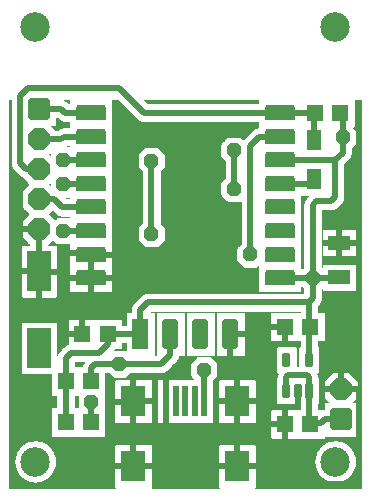
<source format=gbl>
%FSLAX35Y35*%
%MOIN*%
%IN2=KupferuntenL2(X.Bot)*%
%ADD10C,0.00197*%
%ADD11C,0.00205*%
%ADD12C,0.00256*%
%ADD13C,0.00500*%
%ADD14C,0.00512*%
%ADD15C,0.00591*%
%ADD16C,0.00768*%
%ADD17C,0.00787*%
%ADD18C,0.01181*%
%ADD19C,0.01575*%
%ADD20C,0.01969*%
%ADD21C,0.02362*%
%ADD22C,0.03150*%
%ADD23C,0.09843*%
%AMR_24*21,1,0.01181,0.01181,0,0,0.000*%
%ADD24R_24*%
%AMR_25*21,1,0.01969,0.01969,0,0,0.000*%
%ADD25R_25*%
%AMR_26*21,1,0.02362,0.04724,0,0,0.000*%
%ADD26R_26*%
%AMR_27*21,1,0.02756,0.04331,0,0,90.000*%
%ADD27R_27*%
%AMR_28*21,1,0.02953,0.04331,0,0,90.000*%
%ADD28R_28*%
%AMR_29*21,1,0.03150,0.04331,0,0,0.000*%
%ADD29R_29*%
%AMR_30*21,1,0.03150,0.04331,0,0,90.000*%
%ADD30R_30*%
%AMR_31*21,1,0.03150,0.04331,0,0,270.000*%
%ADD31R_31*%
%AMR_32*21,1,0.03543,0.04331,0,0,90.000*%
%ADD32R_32*%
%AMR_33*21,1,0.04724,0.02362,0,0,0.000*%
%ADD33R_33*%
%AMR_34*21,1,0.04724,0.07087,0,0,90.000*%
%ADD34R_34*%
%AMR_35*21,1,0.05000,0.02500,0,0,0.000*%
%ADD35R_35*%
%AMR_36*21,1,0.05512,0.05512,0,0,0.000*%
%ADD36R_36*%
%AMR_37*21,1,0.05512,0.05512,0,0,180.000*%
%ADD37R_37*%
%AMR_38*21,1,0.06250,0.06250,0,0,0.000*%
%ADD38R_38*%
%AMR_39*21,1,0.06250,0.07500,0,0,0.000*%
%ADD39R_39*%
%AMR_40*21,1,0.06693,0.04724,0,0,270.000*%
%ADD40R_40*%
%AMR_41*21,1,0.07500,0.07500,0,0,0.000*%
%ADD41R_41*%
%AMR_42*21,1,0.10236,0.05512,0,0,90.000*%
%ADD42R_42*%
%AMR_43*21,1,0.13189,0.07874,0,0,270.000*%
%ADD43R_43*%
%AMR_44*21,1,0.16250,0.19685,0,0,0.000*%
%ADD44R_44*%
%AMR_45*21,1,0.19685,0.19685,0,0,0.000*%
%ADD45R_45*%
%AMOCT_46*4,1,8,0.019685,0.013780,0.009843,0.023622,-0.009843,0.023622,-0.019685,0.013780,-0.019685,-0.013780,-0.009843,-0.023622,0.009843,-0.023622,0.019685,-0.013780,0.019685,0.013780,0.000*%
%ADD46OCT_46*%
%AMOCT_47*4,1,8,0.023622,0.009843,0.013780,0.019685,-0.013780,0.019685,-0.023622,0.009843,-0.023622,-0.009843,-0.013780,-0.019685,0.013780,-0.019685,0.023622,-0.009843,0.023622,0.009843,0.000*%
%ADD47OCT_47*%
%AMOCT_48*4,1,8,0.023622,0.011811,0.011811,0.023622,-0.011811,0.023622,-0.023622,0.011811,-0.023622,-0.011811,-0.011811,-0.023622,0.011811,-0.023622,0.023622,-0.011811,0.023622,0.011811,0.000*%
%ADD48OCT_48*%
%AMOCT_49*4,1,8,0.035433,0.017717,0.017717,0.035433,-0.017717,0.035433,-0.035433,0.017717,-0.035433,-0.017717,-0.017717,-0.035433,0.017717,-0.035433,0.035433,-0.017717,0.035433,0.017717,90.000*%
%ADD49OCT_49*%
%AMOCT_50*4,1,8,0.035433,0.017717,0.017717,0.035433,-0.017717,0.035433,-0.035433,0.017717,-0.035433,-0.017717,-0.017717,-0.035433,0.017717,-0.035433,0.035433,-0.017717,0.035433,0.017717,270.000*%
%ADD50OCT_50*%
%AMRR_51*21,1,0.01969,0.09843,0,0,180.000*21,1,0.01575,0.10236,0,0,180.000*1,1,0.00394,-0.00787,-0.04921*1,1,0.00394,0.00787,0.04921*1,1,0.00394,-0.00787,0.04921*1,1,0.00394,0.00787,-0.04921*%
%ADD51RR_51*%
%AMRR_52*21,1,0.02756,0.04173,0,0,180.000*21,1,0.02205,0.04724,0,0,180.000*1,1,0.00551,-0.01102,-0.02087*1,1,0.00551,0.01102,0.02087*1,1,0.00551,-0.01102,0.02087*1,1,0.00551,0.01102,-0.02087*%
%ADD52RR_52*%
%AMRR_53*21,1,0.02756,0.03346,0,0,180.000*21,1,0.01378,0.04724,0,0,180.000*1,1,0.01378,-0.00689,-0.01673*1,1,0.01378,0.00689,0.01673*1,1,0.01378,-0.00689,0.01673*1,1,0.01378,0.00689,-0.01673*%
%ADD53RR_53*%
%AMRR_54*21,1,0.07087,0.05669,0,0,90.000*21,1,0.05669,0.07087,0,0,90.000*1,1,0.01417,-0.02835,0.02835*1,1,0.01417,0.02835,-0.02835*1,1,0.01417,0.02835,0.02835*1,1,0.01417,-0.02835,-0.02835*%
%ADD54RR_54*%
%AMRR_55*21,1,0.07087,0.05669,0,0,270.000*21,1,0.05669,0.07087,0,0,270.000*1,1,0.01417,0.02835,-0.02835*1,1,0.01417,-0.02835,0.02835*1,1,0.01417,-0.02835,-0.02835*1,1,0.01417,0.02835,0.02835*%
%ADD55RR_55*%
%AMRR_56*21,1,0.08268,0.08583,0,0,180.000*21,1,0.06614,0.10236,0,0,180.000*1,1,0.01654,-0.03307,-0.04291*1,1,0.01654,0.03307,0.04291*1,1,0.01654,-0.03307,0.04291*1,1,0.01654,0.03307,-0.04291*%
%ADD56RR_56*%
%AMRR_57*21,1,0.08500,0.03400,0,0,0.000*21,1,0.07650,0.04250,0,0,0.000*1,1,0.00850,0.03825,0.01700*1,1,0.00850,-0.03825,-0.01700*1,1,0.00850,0.03825,-0.01700*1,1,0.00850,-0.03825,0.01700*%
%ADD57RR_57*%
%AMRR_58*21,1,0.10000,0.04000,0,0,0.000*21,1,0.09000,0.05000,0,0,0.000*1,1,0.01000,0.04500,0.02000*1,1,0.01000,-0.04500,-0.02000*1,1,0.01000,0.04500,-0.02000*1,1,0.01000,-0.04500,0.02000*%
%ADD58RR_58*%
%AMRR_59*21,1,0.10236,0.02756,0,0,90.000*21,1,0.07480,0.05512,0,0,90.000*1,1,0.02756,-0.01378,0.03740*1,1,0.02756,0.01378,-0.03740*1,1,0.02756,0.01378,0.03740*1,1,0.02756,-0.01378,-0.03740*%
%ADD59RR_59*%
G54D18*
X52500Y28809D02*
X52450Y28858D01*
X41318Y28750D02*
X41427Y28858D01*
X41535Y28750D01*
X41318Y28750D01*
X25000Y51700D02*
X24550Y51250D01*
X24375Y51425D02*
X24550Y51250D01*
X27421Y70000D02*
X27253Y69832D01*
X27500Y69586D02*
X27253Y69832D01*
X10000Y72170D02*
X10295Y71875D01*
X26835Y78125D02*
X27253Y77706D01*
X110000Y81562D02*
X110000Y81646D01*
X90295Y125000D02*
X90246Y124950D01*
X101875Y124825D02*
X102050Y125000D01*
X65000Y28858D02*
X65049Y28858D01*
X100450Y21562D02*
X100450Y21250D01*
X27081Y109375D02*
X27253Y109202D01*
X47500Y84687D02*
X47812Y84687D01*
X18169Y85580D02*
X18125Y85625D01*
X28750Y41250D02*
X36875Y41250D01*
X18125Y101250D02*
X18203Y101328D01*
X101515Y101328D02*
X101875Y102937D01*
X27500Y22050D02*
X27325Y21875D01*
X10000Y46579D02*
X10000Y42500D01*
X90140Y77812D02*
X87812Y77812D01*
X90140Y77812D02*
X90246Y77706D01*
X90228Y93437D02*
X87812Y93437D01*
X90228Y93437D02*
X90246Y93454D01*
G54D20*
X10000Y72170D02*
X10000Y86250D01*
X41427Y7204D02*
X41427Y28858D01*
X76072Y28858D02*
X76072Y7204D01*
X41427Y7204D02*
X55625Y7204D01*
X76072Y7204D02*
X92050Y7204D01*
X92050Y21250D01*
X83750Y21250D01*
X83750Y28858D01*
X83750Y51250D02*
X73750Y51250D01*
X92050Y53750D02*
X83750Y53750D01*
X83750Y51250D01*
X10000Y19375D02*
X22170Y7204D01*
X41427Y7204D01*
X52450Y21299D02*
X52450Y28858D01*
X52450Y21299D02*
X55625Y18125D01*
X55625Y7204D01*
X76072Y7204D01*
X52450Y28858D02*
X52450Y36825D01*
X41318Y28750D02*
X33750Y28750D01*
X41427Y28858D02*
X41427Y37052D01*
X41427Y28858D02*
X48641Y28858D01*
X96250Y32381D02*
X96250Y26875D01*
X92050Y26875D01*
X92050Y21250D01*
X76072Y28858D02*
X83750Y28858D01*
X83750Y51250D01*
X76072Y28858D02*
X69266Y28858D01*
X76072Y28858D02*
X76072Y39822D01*
X92050Y53750D02*
X92050Y48300D01*
X24375Y51425D02*
X24375Y58750D01*
X27421Y70000D02*
X44375Y70000D01*
X10000Y86250D02*
X2500Y86250D01*
X73750Y51250D02*
X73750Y41875D01*
X110625Y32812D02*
X116875Y32812D01*
X116875Y1250D01*
X92050Y1250D01*
X92050Y7204D01*
X110625Y32812D02*
X105000Y32812D01*
X110625Y32812D02*
X110625Y39375D01*
X27253Y77706D02*
X39375Y77706D01*
X27253Y77706D02*
X27253Y69832D01*
X27253Y61250D01*
X10000Y19375D02*
X3125Y26250D01*
X3125Y35625D01*
X10000Y72170D02*
X10000Y61250D01*
X10295Y71875D02*
X17500Y71875D01*
X26835Y78125D02*
X18125Y78125D01*
X24550Y51250D02*
X17500Y51250D01*
X27421Y70000D02*
X19375Y70000D01*
X10000Y72170D02*
X2829Y72170D01*
X110000Y81646D02*
X110000Y89375D01*
X114375Y89375D01*
X110000Y81562D02*
X115937Y81562D01*
X110000Y81646D02*
X110000Y81562D01*
X110000Y75937D01*
X43750Y51250D02*
X32950Y51250D01*
X99990Y42618D02*
X99990Y53750D01*
X100450Y53750D01*
X32950Y51250D02*
X32950Y47950D01*
X30000Y45000D01*
X20625Y45000D01*
X18925Y43300D01*
X18925Y35625D01*
X18925Y21875D01*
X43750Y59375D02*
X43750Y51250D01*
X46250Y61875D02*
X43750Y59375D01*
X90413Y70000D02*
X101250Y70000D01*
X90413Y70000D02*
X90246Y69832D01*
X111250Y116875D02*
X111250Y117050D01*
X46250Y61875D02*
X99990Y61875D01*
X99990Y53750D02*
X99990Y61875D01*
X101250Y63134D01*
X101250Y70000D01*
X111250Y116875D02*
X111250Y124200D01*
X110450Y125000D01*
X90246Y109202D02*
X108750Y109202D01*
X111250Y111702D01*
X111250Y116875D01*
X101250Y70000D02*
X101250Y94375D01*
X102500Y95625D01*
X107500Y95625D01*
X108750Y96875D01*
X108750Y109202D01*
X101250Y70000D02*
X110000Y70000D01*
X110000Y70228D01*
X80625Y125000D02*
X90246Y124950D01*
X5625Y106250D02*
X10000Y106250D01*
X3750Y108125D02*
X5625Y106250D01*
X3750Y130625D02*
X3750Y108125D01*
X3750Y130625D02*
X6250Y133125D01*
X36875Y133125D02*
X6250Y133125D01*
X36875Y133125D02*
X45000Y125000D01*
X80625Y125000D01*
X90295Y125000D02*
X102050Y125000D01*
X101875Y115812D02*
X101875Y124825D01*
X27253Y124950D02*
X18799Y124950D01*
X17500Y126250D01*
X10000Y126250D01*
X17500Y116250D02*
X10000Y116250D01*
X17500Y116250D02*
X18326Y117076D01*
X27253Y117076D01*
X99990Y36884D02*
X99990Y32381D01*
X99375Y37500D02*
X99990Y36884D01*
X93125Y37500D02*
X99375Y37500D01*
X93125Y37500D02*
X92509Y36884D01*
X92509Y32381D01*
X65000Y28858D02*
X65000Y39375D01*
X100450Y21562D02*
X99990Y21709D01*
X99990Y32381D02*
X99990Y21709D01*
X100450Y21562D02*
X104062Y21562D01*
X105312Y22812D01*
X110625Y22812D01*
X27081Y109375D02*
X18125Y109375D01*
X47500Y84687D02*
X47500Y109062D01*
X18169Y85580D02*
X27253Y85580D01*
X28750Y41250D02*
X36875Y41250D01*
X27325Y39825D02*
X27325Y35625D01*
X28750Y41250D02*
X27325Y39825D01*
X50625Y41250D02*
X36875Y41250D01*
X53750Y44375D02*
X50625Y41250D01*
X53750Y51250D02*
X53750Y44375D01*
X27253Y101328D02*
X18203Y101328D01*
X90246Y101328D02*
X101515Y101328D01*
X27500Y22050D02*
X27500Y28750D01*
X17795Y93454D02*
X27253Y93454D01*
X15000Y96250D02*
X17795Y93454D01*
X10000Y96250D02*
X15000Y96250D01*
X83326Y117076D02*
X90246Y117076D01*
X80312Y114062D02*
X83326Y117076D01*
X80312Y114062D02*
X80312Y77812D01*
X75000Y99687D02*
X75000Y112500D01*
G54D23*
X108750Y153750D03*
X8750Y153750D03*
X8750Y8750D03*
X108750Y8750D03*
G54D34*
X110000Y81646D03*
X110000Y70228D03*
G54D36*
X27325Y35625D03*
X18925Y35625D03*
X110450Y125000D03*
X102050Y125000D03*
G54D37*
X92050Y21250D03*
X100450Y21250D03*
X92050Y53750D03*
X100450Y53750D03*
X24550Y51250D03*
X32950Y51250D03*
X18925Y21875D03*
X27325Y21875D03*
G54D40*
X101875Y115812D03*
X101875Y102937D03*
G54D42*
X43750Y51250D03*
G54D43*
X10000Y72170D03*
X10000Y46579D03*
G54D46*
X36875Y69375D03*
G54D47*
X114375Y89375D03*
G54D48*
X96250Y5625D03*
X21250Y5625D03*
X114375Y106875D03*
X114375Y41562D03*
X3125Y35625D03*
X3125Y61250D03*
X114375Y61875D03*
X36875Y116875D03*
X66875Y116875D03*
X75312Y69375D03*
X57187Y39375D03*
X101250Y70000D03*
X111250Y116875D03*
X65000Y39375D03*
X18125Y109375D03*
X47500Y84687D03*
X47500Y109062D03*
X18125Y85625D03*
X36875Y41250D03*
X18125Y101250D03*
X27500Y28750D03*
X10000Y42500D03*
X80312Y77812D03*
X87812Y77812D03*
X87812Y93437D03*
X75000Y99687D03*
X75000Y112500D03*
G54D49*
X110625Y32812D03*
G54D50*
X10000Y116250D03*
X10000Y106250D03*
X10000Y96250D03*
X10000Y86250D03*
G54D51*
X65049Y28858D03*
X61899Y28858D03*
X58750Y28858D03*
X55600Y28858D03*
X52450Y28858D03*
G54D52*
X99990Y32381D03*
G54D53*
X92509Y42618D03*
X99990Y42618D03*
X92509Y32381D03*
X96250Y32381D03*
G54D54*
X110625Y22812D03*
G54D55*
X10000Y126250D03*
G54D56*
X76072Y7204D03*
X76072Y28858D03*
X41427Y28858D03*
X41427Y7204D03*
G54D58*
X90246Y124950D03*
X90246Y117076D03*
X90246Y109202D03*
X90246Y101328D03*
X90246Y93454D03*
X90246Y85580D03*
X90246Y77706D03*
X90246Y69832D03*
X27253Y69832D03*
X27253Y77706D03*
X27253Y85580D03*
X27253Y93454D03*
X27253Y101328D03*
X27253Y109202D03*
X27253Y117076D03*
X27253Y124950D03*
G54D59*
X53750Y51250D03*
X63750Y51250D03*
X73750Y51250D03*
G36*
X104375Y80578D02*
X104375Y82546D01*
X110000Y82546D01*
X110000Y80578D01*
X104375Y80578D01*
D02*G37*
G54D10*
X98Y0D02*
X35283Y0D01*
X47570Y0D02*
X69929Y0D01*
X82216Y0D02*
X117401Y0D01*
X82216Y0D02*
X82257Y39D01*
X69929Y0D02*
X69887Y39D01*
X47570Y0D02*
X47612Y39D01*
X35283Y0D02*
X35242Y39D01*
X82257Y39D02*
X82283Y78D01*
X69887Y39D02*
X69861Y78D01*
X47612Y39D02*
X47638Y78D01*
X35242Y39D02*
X35216Y78D01*
X98Y157D02*
X35190Y157D01*
X47664Y157D02*
X69835Y157D01*
X82309Y157D02*
X117401Y157D01*
X82283Y78D02*
X82300Y118D01*
X69861Y78D02*
X69845Y118D01*
X47638Y78D02*
X47654Y118D01*
X35216Y78D02*
X35199Y118D01*
X82300Y118D02*
X82309Y157D01*
X69845Y118D02*
X69835Y157D01*
X47654Y118D02*
X47664Y157D01*
X35199Y118D02*
X35190Y157D01*
X82309Y157D02*
X82312Y236D01*
X69835Y157D02*
X69832Y236D01*
X47664Y157D02*
X47667Y236D01*
X35190Y157D02*
X35187Y236D01*
X98Y314D02*
X35187Y314D01*
X47667Y314D02*
X69832Y314D01*
X82312Y314D02*
X117401Y314D01*
X98Y472D02*
X35187Y472D01*
X47667Y472D02*
X69832Y472D01*
X82312Y472D02*
X117401Y472D01*
X98Y629D02*
X35187Y629D01*
X47667Y629D02*
X69832Y629D01*
X82312Y629D02*
X117401Y629D01*
X98Y787D02*
X35187Y787D01*
X47667Y787D02*
X69832Y787D01*
X82312Y787D02*
X117401Y787D01*
X98Y944D02*
X35187Y944D01*
X47667Y944D02*
X69832Y944D01*
X82312Y944D02*
X117401Y944D01*
X98Y1102D02*
X35187Y1102D01*
X47667Y1102D02*
X69832Y1102D01*
X82312Y1102D02*
X117401Y1102D01*
X98Y1259D02*
X35187Y1259D01*
X47667Y1259D02*
X69832Y1259D01*
X82312Y1259D02*
X117401Y1259D01*
X98Y1417D02*
X35187Y1417D01*
X47667Y1417D02*
X69832Y1417D01*
X82312Y1417D02*
X117401Y1417D01*
X98Y1574D02*
X35187Y1574D01*
X47667Y1574D02*
X69832Y1574D01*
X82312Y1574D02*
X117401Y1574D01*
X98Y1732D02*
X35187Y1732D01*
X47667Y1732D02*
X69832Y1732D01*
X82312Y1732D02*
X117401Y1732D01*
X109143Y1732D02*
X109537Y1771D01*
X108395Y1732D02*
X108001Y1771D01*
X9143Y1732D02*
X9537Y1771D01*
X8395Y1732D02*
X8001Y1771D01*
X98Y1889D02*
X7446Y1889D01*
X10093Y1889D02*
X35187Y1889D01*
X47667Y1889D02*
X69832Y1889D01*
X82312Y1889D02*
X107446Y1889D01*
X110093Y1889D02*
X117401Y1889D01*
X98Y2047D02*
X6664Y2047D01*
X10874Y2047D02*
X35187Y2047D01*
X47667Y2047D02*
X69832Y2047D01*
X82312Y2047D02*
X106664Y2047D01*
X110874Y2047D02*
X117401Y2047D01*
X109537Y1771D02*
X110648Y2007D01*
X108001Y1771D02*
X106890Y2007D01*
X9537Y1771D02*
X10648Y2007D01*
X8001Y1771D02*
X6890Y2007D01*
X110648Y2007D02*
X110874Y2047D01*
X106890Y2007D02*
X106664Y2047D01*
X10648Y2007D02*
X10874Y2047D01*
X6890Y2007D02*
X6664Y2047D01*
X110874Y2047D02*
X110994Y2086D01*
X106664Y2047D02*
X106545Y2086D01*
X10874Y2047D02*
X10994Y2086D01*
X6664Y2047D02*
X6545Y2086D01*
X110994Y2086D02*
X111063Y2125D01*
X106545Y2086D02*
X106476Y2125D01*
X10994Y2086D02*
X11063Y2125D01*
X6545Y2086D02*
X6476Y2125D01*
X98Y2204D02*
X6299Y2204D01*
X11240Y2204D02*
X35187Y2204D01*
X47667Y2204D02*
X69832Y2204D01*
X82312Y2204D02*
X106299Y2204D01*
X111240Y2204D02*
X117401Y2204D01*
X98Y2362D02*
X5945Y2362D01*
X11593Y2362D02*
X35187Y2362D01*
X47667Y2362D02*
X69832Y2362D01*
X82312Y2362D02*
X105945Y2362D01*
X111593Y2362D02*
X117401Y2362D01*
X98Y2519D02*
X5591Y2519D01*
X11947Y2519D02*
X35187Y2519D01*
X47667Y2519D02*
X69832Y2519D01*
X82312Y2519D02*
X105591Y2519D01*
X111947Y2519D02*
X117401Y2519D01*
X98Y2677D02*
X5240Y2677D01*
X12298Y2677D02*
X35187Y2677D01*
X47667Y2677D02*
X69832Y2677D01*
X82312Y2677D02*
X105240Y2677D01*
X112298Y2677D02*
X117401Y2677D01*
X111063Y2125D02*
X112298Y2677D01*
X106476Y2125D02*
X105240Y2677D01*
X11063Y2125D02*
X12298Y2677D01*
X6476Y2125D02*
X5240Y2677D01*
X98Y2834D02*
X5023Y2834D01*
X12515Y2834D02*
X35187Y2834D01*
X47667Y2834D02*
X69832Y2834D01*
X82312Y2834D02*
X105023Y2834D01*
X112515Y2834D02*
X117401Y2834D01*
X98Y2992D02*
X4807Y2992D01*
X12732Y2992D02*
X35187Y2992D01*
X47667Y2992D02*
X69832Y2992D01*
X82312Y2992D02*
X104807Y2992D01*
X112732Y2992D02*
X117401Y2992D01*
X98Y3149D02*
X4590Y3149D01*
X12949Y3149D02*
X35187Y3149D01*
X47667Y3149D02*
X69832Y3149D01*
X82312Y3149D02*
X104590Y3149D01*
X112949Y3149D02*
X117401Y3149D01*
X98Y3307D02*
X4373Y3307D01*
X13165Y3307D02*
X35187Y3307D01*
X47667Y3307D02*
X69832Y3307D01*
X82312Y3307D02*
X104373Y3307D01*
X113165Y3307D02*
X117401Y3307D01*
X98Y3464D02*
X4156Y3464D01*
X13382Y3464D02*
X35187Y3464D01*
X47667Y3464D02*
X69832Y3464D01*
X82312Y3464D02*
X104156Y3464D01*
X113382Y3464D02*
X117401Y3464D01*
X112298Y2677D02*
X113382Y3464D01*
X105240Y2677D02*
X104156Y3464D01*
X12298Y2677D02*
X13382Y3464D01*
X5240Y2677D02*
X4156Y3464D01*
X113382Y3464D02*
X113446Y3503D01*
X104156Y3464D02*
X104092Y3503D01*
X13382Y3464D02*
X13446Y3503D01*
X4156Y3464D02*
X4092Y3503D01*
X113446Y3503D02*
X113488Y3543D01*
X104092Y3503D02*
X104050Y3543D01*
X13446Y3503D02*
X13488Y3543D01*
X4092Y3503D02*
X4050Y3543D01*
X98Y3622D02*
X3986Y3622D01*
X13552Y3622D02*
X35187Y3622D01*
X47667Y3622D02*
X69832Y3622D01*
X82312Y3622D02*
X103986Y3622D01*
X113552Y3622D02*
X117401Y3622D01*
X113488Y3543D02*
X113517Y3582D01*
X104050Y3543D02*
X104021Y3582D01*
X13488Y3543D02*
X13517Y3582D01*
X4050Y3543D02*
X4021Y3582D01*
X98Y3779D02*
X3844Y3779D01*
X13694Y3779D02*
X35187Y3779D01*
X47667Y3779D02*
X69832Y3779D01*
X82312Y3779D02*
X103844Y3779D01*
X113694Y3779D02*
X117401Y3779D01*
X98Y3937D02*
X3702Y3937D01*
X13836Y3937D02*
X35187Y3937D01*
X47667Y3937D02*
X69832Y3937D01*
X82312Y3937D02*
X103702Y3937D01*
X113836Y3937D02*
X117401Y3937D01*
X98Y4094D02*
X3561Y4094D01*
X13978Y4094D02*
X35187Y4094D01*
X47667Y4094D02*
X69832Y4094D01*
X82312Y4094D02*
X103561Y4094D01*
X113978Y4094D02*
X117401Y4094D01*
X98Y4251D02*
X3419Y4251D01*
X14120Y4251D02*
X35187Y4251D01*
X47667Y4251D02*
X69832Y4251D01*
X82312Y4251D02*
X103419Y4251D01*
X114120Y4251D02*
X117401Y4251D01*
X98Y4409D02*
X3277Y4409D01*
X14261Y4409D02*
X35187Y4409D01*
X47667Y4409D02*
X69832Y4409D01*
X82312Y4409D02*
X103277Y4409D01*
X114261Y4409D02*
X117401Y4409D01*
X98Y4566D02*
X3135Y4566D01*
X14403Y4566D02*
X35187Y4566D01*
X47667Y4566D02*
X69832Y4566D01*
X82312Y4566D02*
X103135Y4566D01*
X114403Y4566D02*
X117401Y4566D01*
X113517Y3582D02*
X114441Y4606D01*
X104021Y3582D02*
X103098Y4606D01*
X13517Y3582D02*
X14441Y4606D01*
X4021Y3582D02*
X3098Y4606D01*
X114441Y4606D02*
X114467Y4645D01*
X103098Y4606D02*
X103071Y4645D01*
X14441Y4606D02*
X14467Y4645D01*
X3098Y4606D02*
X3071Y4645D01*
X98Y4724D02*
X3027Y4724D01*
X14511Y4724D02*
X35187Y4724D01*
X47667Y4724D02*
X69832Y4724D01*
X82312Y4724D02*
X103027Y4724D01*
X114511Y4724D02*
X117401Y4724D01*
X114467Y4645D02*
X114534Y4763D01*
X103071Y4645D02*
X103005Y4763D01*
X14467Y4645D02*
X14534Y4763D01*
X3071Y4645D02*
X3005Y4763D01*
X98Y4881D02*
X2936Y4881D01*
X14602Y4881D02*
X35187Y4881D01*
X47667Y4881D02*
X69832Y4881D01*
X82312Y4881D02*
X102936Y4881D01*
X114602Y4881D02*
X117401Y4881D01*
X98Y5039D02*
X2846Y5039D01*
X14693Y5039D02*
X35187Y5039D01*
X47667Y5039D02*
X69832Y5039D01*
X82312Y5039D02*
X102846Y5039D01*
X114693Y5039D02*
X117401Y5039D01*
X98Y5196D02*
X2755Y5196D01*
X14784Y5196D02*
X35187Y5196D01*
X47667Y5196D02*
X69832Y5196D01*
X82312Y5196D02*
X102755Y5196D01*
X114784Y5196D02*
X117401Y5196D01*
X98Y5354D02*
X2664Y5354D01*
X14875Y5354D02*
X35187Y5354D01*
X47667Y5354D02*
X69832Y5354D01*
X82312Y5354D02*
X102664Y5354D01*
X114875Y5354D02*
X117401Y5354D01*
X98Y5511D02*
X2573Y5511D01*
X14966Y5511D02*
X35187Y5511D01*
X47667Y5511D02*
X69832Y5511D01*
X82312Y5511D02*
X102573Y5511D01*
X114966Y5511D02*
X117401Y5511D01*
X98Y5669D02*
X2482Y5669D01*
X15056Y5669D02*
X35187Y5669D01*
X47667Y5669D02*
X69832Y5669D01*
X82312Y5669D02*
X102482Y5669D01*
X115056Y5669D02*
X117401Y5669D01*
X98Y5826D02*
X2386Y5826D01*
X15153Y5826D02*
X35187Y5826D01*
X47667Y5826D02*
X69832Y5826D01*
X82312Y5826D02*
X102386Y5826D01*
X115153Y5826D02*
X117401Y5826D01*
X114534Y4763D02*
X115125Y5787D01*
X103005Y4763D02*
X102414Y5787D01*
X14534Y4763D02*
X15125Y5787D01*
X3005Y4763D02*
X2414Y5787D01*
X115125Y5787D02*
X115179Y5866D01*
X102414Y5787D02*
X102359Y5866D01*
X15125Y5787D02*
X15179Y5866D01*
X2414Y5787D02*
X2359Y5866D01*
X115179Y5866D02*
X115196Y5905D01*
X102359Y5866D02*
X102343Y5905D01*
X15179Y5866D02*
X15196Y5905D01*
X2359Y5866D02*
X2343Y5905D01*
X98Y5984D02*
X2322Y5984D01*
X15216Y5984D02*
X35187Y5984D01*
X47667Y5984D02*
X69832Y5984D01*
X82312Y5984D02*
X102322Y5984D01*
X115216Y5984D02*
X117401Y5984D01*
X115196Y5905D02*
X115216Y5984D01*
X102343Y5905D02*
X102322Y5984D01*
X15196Y5905D02*
X15216Y5984D01*
X2343Y5905D02*
X2322Y5984D01*
X98Y6141D02*
X2271Y6141D01*
X15267Y6141D02*
X35187Y6141D01*
X47667Y6141D02*
X69832Y6141D01*
X82312Y6141D02*
X102271Y6141D01*
X115267Y6141D02*
X117401Y6141D01*
X98Y6299D02*
X2220Y6299D01*
X15319Y6299D02*
X35187Y6299D01*
X47667Y6299D02*
X69832Y6299D01*
X82312Y6299D02*
X102220Y6299D01*
X115319Y6299D02*
X117401Y6299D01*
X98Y6456D02*
X2169Y6456D01*
X15370Y6456D02*
X35187Y6456D01*
X47667Y6456D02*
X69832Y6456D01*
X82312Y6456D02*
X102169Y6456D01*
X115370Y6456D02*
X117401Y6456D01*
X98Y6614D02*
X2118Y6614D01*
X15421Y6614D02*
X35187Y6614D01*
X47667Y6614D02*
X69832Y6614D01*
X82312Y6614D02*
X102118Y6614D01*
X115421Y6614D02*
X117401Y6614D01*
X98Y6771D02*
X2066Y6771D01*
X15472Y6771D02*
X35187Y6771D01*
X47667Y6771D02*
X69832Y6771D01*
X82312Y6771D02*
X102066Y6771D01*
X115472Y6771D02*
X117401Y6771D01*
X98Y6929D02*
X2015Y6929D01*
X15523Y6929D02*
X35187Y6929D01*
X47667Y6929D02*
X69832Y6929D01*
X82312Y6929D02*
X102015Y6929D01*
X115523Y6929D02*
X117401Y6929D01*
X98Y7086D02*
X1964Y7086D01*
X15574Y7086D02*
X35187Y7086D01*
X47667Y7086D02*
X69832Y7086D01*
X82312Y7086D02*
X101964Y7086D01*
X115574Y7086D02*
X117401Y7086D01*
X98Y7244D02*
X1913Y7244D01*
X15626Y7244D02*
X35187Y7244D01*
X47667Y7244D02*
X69832Y7244D01*
X82312Y7244D02*
X101913Y7244D01*
X115626Y7244D02*
X117401Y7244D01*
X115216Y5984D02*
X115636Y7283D01*
X102322Y5984D02*
X101902Y7283D01*
X15216Y5984D02*
X15636Y7283D01*
X2322Y5984D02*
X1902Y7283D01*
X115636Y7283D02*
X115646Y7322D01*
X101902Y7283D02*
X101893Y7322D01*
X15636Y7283D02*
X15646Y7322D01*
X1902Y7283D02*
X1893Y7322D01*
X98Y7401D02*
X1884Y7401D01*
X15654Y7401D02*
X35187Y7401D01*
X47667Y7401D02*
X69832Y7401D01*
X82312Y7401D02*
X101884Y7401D01*
X115654Y7401D02*
X117401Y7401D01*
X98Y7559D02*
X1868Y7559D01*
X15671Y7559D02*
X35187Y7559D01*
X47667Y7559D02*
X69832Y7559D01*
X82312Y7559D02*
X101868Y7559D01*
X115671Y7559D02*
X117401Y7559D01*
X98Y7716D02*
X1851Y7716D01*
X15687Y7716D02*
X35187Y7716D01*
X47667Y7716D02*
X69832Y7716D01*
X82312Y7716D02*
X101851Y7716D01*
X115687Y7716D02*
X117401Y7716D01*
X98Y7874D02*
X1835Y7874D01*
X15704Y7874D02*
X35187Y7874D01*
X47667Y7874D02*
X69832Y7874D01*
X82312Y7874D02*
X101835Y7874D01*
X115704Y7874D02*
X117401Y7874D01*
X98Y8031D02*
X1818Y8031D01*
X15720Y8031D02*
X35187Y8031D01*
X47667Y8031D02*
X69832Y8031D01*
X82312Y8031D02*
X101818Y8031D01*
X115720Y8031D02*
X117401Y8031D01*
X98Y8188D02*
X1802Y8188D01*
X15737Y8188D02*
X35187Y8188D01*
X47667Y8188D02*
X69832Y8188D01*
X82312Y8188D02*
X101802Y8188D01*
X115737Y8188D02*
X117401Y8188D01*
X98Y8346D02*
X1785Y8346D01*
X15753Y8346D02*
X35187Y8346D01*
X47667Y8346D02*
X69832Y8346D01*
X82312Y8346D02*
X101785Y8346D01*
X115753Y8346D02*
X117401Y8346D01*
X98Y8503D02*
X1768Y8503D01*
X15770Y8503D02*
X35187Y8503D01*
X47667Y8503D02*
X69832Y8503D01*
X82312Y8503D02*
X101768Y8503D01*
X115770Y8503D02*
X117401Y8503D01*
X98Y8661D02*
X1752Y8661D01*
X15786Y8661D02*
X35187Y8661D01*
X47667Y8661D02*
X69832Y8661D01*
X82312Y8661D02*
X101752Y8661D01*
X115786Y8661D02*
X117401Y8661D01*
X98Y8818D02*
X1745Y8818D01*
X15794Y8818D02*
X35187Y8818D01*
X47667Y8818D02*
X69832Y8818D01*
X82312Y8818D02*
X101745Y8818D01*
X115794Y8818D02*
X117401Y8818D01*
X115646Y7322D02*
X115797Y8779D01*
X101893Y7322D02*
X101742Y8779D01*
X15646Y7322D02*
X15797Y8779D01*
X1893Y7322D02*
X1742Y8779D01*
X115797Y8779D02*
X115784Y8897D01*
X101742Y8779D02*
X101754Y8897D01*
X15797Y8779D02*
X15784Y8897D01*
X1742Y8779D02*
X1754Y8897D01*
X98Y8976D02*
X1762Y8976D01*
X15776Y8976D02*
X35187Y8976D01*
X47667Y8976D02*
X69832Y8976D01*
X82312Y8976D02*
X101762Y8976D01*
X115776Y8976D02*
X117401Y8976D01*
X98Y9133D02*
X1779Y9133D01*
X15760Y9133D02*
X35187Y9133D01*
X47667Y9133D02*
X69832Y9133D01*
X82312Y9133D02*
X101779Y9133D01*
X115760Y9133D02*
X117401Y9133D01*
X98Y9291D02*
X1795Y9291D01*
X15743Y9291D02*
X35187Y9291D01*
X47667Y9291D02*
X69832Y9291D01*
X82312Y9291D02*
X101795Y9291D01*
X115743Y9291D02*
X117401Y9291D01*
X98Y9448D02*
X1812Y9448D01*
X15726Y9448D02*
X35187Y9448D01*
X47667Y9448D02*
X69832Y9448D01*
X82312Y9448D02*
X101812Y9448D01*
X115726Y9448D02*
X117401Y9448D01*
X98Y9606D02*
X1828Y9606D01*
X15710Y9606D02*
X35187Y9606D01*
X47667Y9606D02*
X69832Y9606D01*
X82312Y9606D02*
X101828Y9606D01*
X115710Y9606D02*
X117401Y9606D01*
X98Y9763D02*
X1845Y9763D01*
X15693Y9763D02*
X35187Y9763D01*
X47667Y9763D02*
X69832Y9763D01*
X82312Y9763D02*
X101845Y9763D01*
X115693Y9763D02*
X117401Y9763D01*
X98Y9921D02*
X1862Y9921D01*
X15677Y9921D02*
X35187Y9921D01*
X47667Y9921D02*
X69832Y9921D01*
X82312Y9921D02*
X101862Y9921D01*
X115677Y9921D02*
X117401Y9921D01*
X98Y10078D02*
X1878Y10078D01*
X15660Y10078D02*
X35187Y10078D01*
X47667Y10078D02*
X69832Y10078D01*
X82312Y10078D02*
X101878Y10078D01*
X115660Y10078D02*
X117401Y10078D01*
X98Y10236D02*
X1893Y10236D01*
X15645Y10236D02*
X35187Y10236D01*
X47667Y10236D02*
X69832Y10236D01*
X82312Y10236D02*
X101893Y10236D01*
X115645Y10236D02*
X117401Y10236D01*
X115784Y8897D02*
X115645Y10236D01*
X101754Y8897D02*
X101893Y10236D01*
X15784Y8897D02*
X15645Y10236D01*
X1754Y8897D02*
X1893Y10236D01*
X115645Y10236D02*
X115636Y10275D01*
X101893Y10236D02*
X101903Y10275D01*
X15645Y10236D02*
X15636Y10275D01*
X1893Y10236D02*
X1903Y10275D01*
X98Y10393D02*
X1945Y10393D01*
X15594Y10393D02*
X35187Y10393D01*
X47667Y10393D02*
X69832Y10393D01*
X82312Y10393D02*
X101945Y10393D01*
X115594Y10393D02*
X117401Y10393D01*
X115636Y10275D02*
X115606Y10354D01*
X101903Y10275D02*
X101932Y10354D01*
X15636Y10275D02*
X15606Y10354D01*
X1903Y10275D02*
X1932Y10354D01*
X98Y10551D02*
X1996Y10551D01*
X15542Y10551D02*
X35187Y10551D01*
X47667Y10551D02*
X69832Y10551D01*
X82312Y10551D02*
X101996Y10551D01*
X115542Y10551D02*
X117401Y10551D01*
X98Y10708D02*
X2047Y10708D01*
X15491Y10708D02*
X35187Y10708D01*
X47667Y10708D02*
X69832Y10708D01*
X82312Y10708D02*
X102047Y10708D01*
X115491Y10708D02*
X117401Y10708D01*
X98Y10866D02*
X2098Y10866D01*
X15440Y10866D02*
X35187Y10866D01*
X47667Y10866D02*
X69832Y10866D01*
X82312Y10866D02*
X102098Y10866D01*
X115440Y10866D02*
X117401Y10866D01*
X98Y11023D02*
X2149Y11023D01*
X15389Y11023D02*
X35187Y11023D01*
X47667Y11023D02*
X69832Y11023D01*
X82312Y11023D02*
X102149Y11023D01*
X115389Y11023D02*
X117401Y11023D01*
X98Y11181D02*
X2201Y11181D01*
X15338Y11181D02*
X35187Y11181D01*
X47667Y11181D02*
X69832Y11181D01*
X82312Y11181D02*
X102201Y11181D01*
X115338Y11181D02*
X117401Y11181D01*
X98Y11338D02*
X2252Y11338D01*
X15287Y11338D02*
X35187Y11338D01*
X47667Y11338D02*
X69832Y11338D01*
X82312Y11338D02*
X102252Y11338D01*
X115287Y11338D02*
X117401Y11338D01*
X98Y11496D02*
X2303Y11496D01*
X15235Y11496D02*
X35187Y11496D01*
X47667Y11496D02*
X69832Y11496D01*
X82312Y11496D02*
X102303Y11496D01*
X115235Y11496D02*
X117401Y11496D01*
X98Y11653D02*
X2358Y11653D01*
X15180Y11653D02*
X35187Y11653D01*
X47667Y11653D02*
X69832Y11653D01*
X82312Y11653D02*
X102358Y11653D01*
X115180Y11653D02*
X117401Y11653D01*
X115606Y10354D02*
X115180Y11653D01*
X101932Y10354D02*
X102358Y11653D01*
X15606Y10354D02*
X15180Y11653D01*
X1932Y10354D02*
X2358Y11653D01*
X98Y11811D02*
X2448Y11811D01*
X15091Y11811D02*
X35187Y11811D01*
X47667Y11811D02*
X69832Y11811D01*
X82312Y11811D02*
X102448Y11811D01*
X115091Y11811D02*
X117401Y11811D01*
X115180Y11653D02*
X115091Y11811D01*
X102358Y11653D02*
X102448Y11811D01*
X15180Y11653D02*
X15091Y11811D01*
X2358Y11653D02*
X2448Y11811D01*
X98Y11968D02*
X2539Y11968D01*
X15000Y11968D02*
X35187Y11968D01*
X47667Y11968D02*
X69832Y11968D01*
X82312Y11968D02*
X102539Y11968D01*
X115000Y11968D02*
X117401Y11968D01*
X98Y12125D02*
X2630Y12125D01*
X14909Y12125D02*
X35187Y12125D01*
X47667Y12125D02*
X69832Y12125D01*
X82312Y12125D02*
X102630Y12125D01*
X114909Y12125D02*
X117401Y12125D01*
X98Y12283D02*
X2721Y12283D01*
X14818Y12283D02*
X35187Y12283D01*
X47667Y12283D02*
X69832Y12283D01*
X82312Y12283D02*
X102721Y12283D01*
X114818Y12283D02*
X117401Y12283D01*
X98Y12440D02*
X2811Y12440D01*
X14727Y12440D02*
X35187Y12440D01*
X47667Y12440D02*
X69832Y12440D01*
X82312Y12440D02*
X102811Y12440D01*
X114727Y12440D02*
X117401Y12440D01*
X98Y12598D02*
X2902Y12598D01*
X14636Y12598D02*
X35187Y12598D01*
X47667Y12598D02*
X69832Y12598D01*
X82312Y12598D02*
X102902Y12598D01*
X114636Y12598D02*
X117401Y12598D01*
X98Y12755D02*
X2993Y12755D01*
X14545Y12755D02*
X35187Y12755D01*
X47667Y12755D02*
X69832Y12755D01*
X82312Y12755D02*
X102993Y12755D01*
X114545Y12755D02*
X117401Y12755D01*
X98Y12913D02*
X3088Y12913D01*
X14451Y12913D02*
X35187Y12913D01*
X47667Y12913D02*
X69832Y12913D01*
X82312Y12913D02*
X103088Y12913D01*
X114451Y12913D02*
X117401Y12913D01*
X115091Y11811D02*
X114451Y12913D01*
X102448Y11811D02*
X103088Y12913D01*
X15091Y11811D02*
X14451Y12913D01*
X2448Y11811D02*
X3088Y12913D01*
X114451Y12913D02*
X114421Y12952D01*
X103088Y12913D02*
X103118Y12952D01*
X14451Y12913D02*
X14421Y12952D01*
X3088Y12913D02*
X3118Y12952D01*
X98Y13070D02*
X3224Y13070D01*
X14315Y13070D02*
X35187Y13070D01*
X47667Y13070D02*
X69832Y13070D01*
X82312Y13070D02*
X103224Y13070D01*
X114315Y13070D02*
X117401Y13070D01*
X98Y13228D02*
X3366Y13228D01*
X14173Y13228D02*
X35187Y13228D01*
X47667Y13228D02*
X69832Y13228D01*
X82312Y13228D02*
X103366Y13228D01*
X114173Y13228D02*
X117401Y13228D01*
X98Y13385D02*
X3507Y13385D01*
X14031Y13385D02*
X35187Y13385D01*
X47667Y13385D02*
X69832Y13385D01*
X82312Y13385D02*
X103507Y13385D01*
X114031Y13385D02*
X117401Y13385D01*
X98Y13543D02*
X3649Y13543D01*
X13889Y13543D02*
X35187Y13543D01*
X47667Y13543D02*
X69832Y13543D01*
X82312Y13543D02*
X103649Y13543D01*
X113889Y13543D02*
X117401Y13543D01*
X98Y13700D02*
X3791Y13700D01*
X13747Y13700D02*
X35187Y13700D01*
X47667Y13700D02*
X69832Y13700D01*
X82312Y13700D02*
X103791Y13700D01*
X113747Y13700D02*
X117401Y13700D01*
X98Y13858D02*
X3933Y13858D01*
X13606Y13858D02*
X35187Y13858D01*
X47667Y13858D02*
X69832Y13858D01*
X82312Y13858D02*
X103933Y13858D01*
X113606Y13858D02*
X117401Y13858D01*
X98Y14015D02*
X4081Y14015D01*
X13457Y14015D02*
X35187Y14015D01*
X47667Y14015D02*
X69832Y14015D01*
X82312Y14015D02*
X104081Y14015D01*
X113457Y14015D02*
X117401Y14015D01*
X114421Y12952D02*
X113499Y13976D01*
X103118Y12952D02*
X104039Y13976D01*
X14421Y12952D02*
X13499Y13976D01*
X3118Y12952D02*
X4039Y13976D01*
X113499Y13976D02*
X113457Y14015D01*
X104039Y13976D02*
X104081Y14015D01*
X13499Y13976D02*
X13457Y14015D01*
X4039Y13976D02*
X4081Y14015D01*
X113457Y14015D02*
X113409Y14055D01*
X104081Y14015D02*
X104129Y14055D01*
X13457Y14015D02*
X13409Y14055D01*
X4081Y14015D02*
X4129Y14055D01*
X98Y14173D02*
X4292Y14173D01*
X13247Y14173D02*
X35187Y14173D01*
X47667Y14173D02*
X69832Y14173D01*
X82312Y14173D02*
X104292Y14173D01*
X113247Y14173D02*
X117401Y14173D01*
X82312Y236D02*
X82309Y14251D01*
X69832Y236D02*
X69835Y14251D01*
X47667Y236D02*
X47664Y14251D01*
X35187Y236D02*
X35190Y14251D01*
X98Y14330D02*
X4509Y14330D01*
X13030Y14330D02*
X35216Y14330D01*
X47638Y14330D02*
X69861Y14330D01*
X82283Y14330D02*
X104509Y14330D01*
X113030Y14330D02*
X117401Y14330D01*
X82309Y14251D02*
X82300Y14291D01*
X69835Y14251D02*
X69845Y14291D01*
X47664Y14251D02*
X47654Y14291D01*
X35190Y14251D02*
X35199Y14291D01*
X82300Y14291D02*
X82283Y14330D01*
X69845Y14291D02*
X69861Y14330D01*
X47654Y14291D02*
X47638Y14330D01*
X35199Y14291D02*
X35216Y14330D01*
X82283Y14330D02*
X82257Y14370D01*
X69861Y14330D02*
X69887Y14370D01*
X47638Y14330D02*
X47612Y14370D01*
X35216Y14330D02*
X35242Y14370D01*
X82257Y14370D02*
X82216Y14409D01*
X69887Y14370D02*
X69929Y14409D01*
X47612Y14370D02*
X47570Y14409D01*
X35242Y14370D02*
X35283Y14409D01*
X98Y14488D02*
X4725Y14488D01*
X12813Y14488D02*
X104725Y14488D01*
X112813Y14488D02*
X117401Y14488D01*
X82216Y14409D02*
X82096Y14448D01*
X69929Y14409D02*
X70049Y14448D01*
X47570Y14409D02*
X47450Y14448D01*
X35283Y14409D02*
X35403Y14448D01*
X82096Y14448D02*
X81702Y14488D01*
X70049Y14448D02*
X70442Y14488D01*
X47450Y14448D02*
X47057Y14488D01*
X35403Y14448D02*
X35797Y14488D01*
X98Y14645D02*
X4942Y14645D01*
X12596Y14645D02*
X104942Y14645D01*
X112596Y14645D02*
X117401Y14645D01*
X98Y14803D02*
X5159Y14803D01*
X12380Y14803D02*
X105159Y14803D01*
X112380Y14803D02*
X117401Y14803D01*
X113409Y14055D02*
X112380Y14803D01*
X104129Y14055D02*
X105159Y14803D01*
X13409Y14055D02*
X12380Y14803D01*
X4129Y14055D02*
X5159Y14803D01*
X112380Y14803D02*
X112294Y14881D01*
X105159Y14803D02*
X105244Y14881D01*
X12380Y14803D02*
X12294Y14881D01*
X5159Y14803D02*
X5244Y14881D01*
X98Y14960D02*
X5459Y14960D01*
X12080Y14960D02*
X105459Y14960D01*
X112080Y14960D02*
X117401Y14960D01*
X112294Y14881D02*
X112175Y14921D01*
X105244Y14881D02*
X105364Y14921D01*
X12294Y14881D02*
X12175Y14921D01*
X5244Y14881D02*
X5364Y14921D01*
X112175Y14921D02*
X112080Y14960D01*
X105364Y14921D02*
X105459Y14960D01*
X12175Y14921D02*
X12080Y14960D01*
X5364Y14921D02*
X5459Y14960D01*
X98Y15118D02*
X5812Y15118D01*
X11726Y15118D02*
X105812Y15118D01*
X111726Y15118D02*
X117401Y15118D01*
X98Y15275D02*
X6166Y15275D01*
X11372Y15275D02*
X106166Y15275D01*
X111372Y15275D02*
X117401Y15275D01*
X98Y15433D02*
X6520Y15433D01*
X11019Y15433D02*
X106520Y15433D01*
X111019Y15433D02*
X117401Y15433D01*
X112080Y14960D02*
X111019Y15433D01*
X105459Y14960D02*
X106520Y15433D01*
X12080Y14960D02*
X11019Y15433D01*
X5459Y14960D02*
X6520Y15433D01*
X111019Y15433D02*
X110899Y15472D01*
X106520Y15433D02*
X106639Y15472D01*
X11019Y15433D02*
X10899Y15472D01*
X6520Y15433D02*
X6639Y15472D01*
X110899Y15472D02*
X110741Y15511D01*
X106639Y15472D02*
X106797Y15511D01*
X10899Y15472D02*
X10741Y15511D01*
X6639Y15472D02*
X6797Y15511D01*
X98Y15590D02*
X7168Y15590D01*
X10371Y15590D02*
X107168Y15590D01*
X110371Y15590D02*
X117401Y15590D01*
X98Y15748D02*
X7909Y15748D01*
X9630Y15748D02*
X107909Y15748D01*
X109630Y15748D02*
X117401Y15748D01*
X110741Y15511D02*
X109630Y15748D01*
X106797Y15511D02*
X107909Y15748D01*
X10741Y15511D02*
X9630Y15748D01*
X6797Y15511D02*
X7909Y15748D01*
X8451Y15826D02*
X9087Y15826D01*
X108451Y15826D02*
X109087Y15826D01*
X109630Y15748D02*
X109481Y15787D01*
X107909Y15748D02*
X108057Y15787D01*
X9630Y15748D02*
X9481Y15787D01*
X7909Y15748D02*
X8057Y15787D01*
X109481Y15787D02*
X109087Y15826D01*
X108057Y15787D02*
X108451Y15826D01*
X9481Y15787D02*
X9087Y15826D01*
X8057Y15787D02*
X8451Y15826D01*
X98Y15905D02*
X117401Y15905D01*
X98Y16062D02*
X117401Y16062D01*
X98Y16220D02*
X117401Y16220D01*
X87798Y16338D02*
X104701Y16338D01*
X98Y16377D02*
X87404Y16377D01*
X105095Y16377D02*
X117401Y16377D01*
X104701Y16338D02*
X105095Y16377D01*
X87798Y16338D02*
X87404Y16377D01*
X105095Y16377D02*
X105215Y16417D01*
X87404Y16377D02*
X87284Y16417D01*
X105215Y16417D02*
X105257Y16456D01*
X87284Y16417D02*
X87242Y16456D01*
X98Y16535D02*
X87200Y16535D01*
X105299Y16535D02*
X117401Y16535D01*
X105257Y16456D02*
X105283Y16496D01*
X87242Y16456D02*
X87216Y16496D01*
X105283Y16496D02*
X105299Y16535D01*
X87216Y16496D02*
X87200Y16535D01*
X105299Y16535D02*
X105309Y16574D01*
X87200Y16535D02*
X87190Y16574D01*
X98Y16692D02*
X87187Y16692D01*
X105312Y16692D02*
X117401Y16692D01*
X105309Y16574D02*
X105312Y16653D01*
X87190Y16574D02*
X87187Y16653D01*
X98Y16850D02*
X87187Y16850D01*
X105312Y16850D02*
X117401Y16850D01*
X14673Y16968D02*
X31576Y16968D01*
X98Y17007D02*
X14279Y17007D01*
X31970Y17007D02*
X87187Y17007D01*
X105312Y17007D02*
X117401Y17007D01*
X31576Y16968D02*
X31970Y17007D01*
X14673Y16968D02*
X14279Y17007D01*
X105705Y17086D02*
X115664Y17086D01*
X31970Y17007D02*
X32090Y17047D01*
X14279Y17007D02*
X14159Y17047D01*
X32090Y17047D02*
X32132Y17086D01*
X14159Y17047D02*
X14117Y17086D01*
X105312Y16653D02*
X105312Y17086D01*
X98Y17165D02*
X14075Y17165D01*
X32174Y17165D02*
X87187Y17165D01*
X116177Y17165D02*
X117401Y17165D01*
X115664Y17086D02*
X116058Y17125D01*
X32132Y17086D02*
X32158Y17125D01*
X14117Y17086D02*
X14091Y17125D01*
X116058Y17125D02*
X116177Y17165D01*
X32158Y17125D02*
X32174Y17165D01*
X14091Y17125D02*
X14075Y17165D01*
X116177Y17165D02*
X116219Y17204D01*
X32174Y17165D02*
X32184Y17204D01*
X14075Y17165D02*
X14065Y17204D01*
X116219Y17204D02*
X116245Y17244D01*
X98Y17322D02*
X14062Y17322D01*
X32187Y17322D02*
X87187Y17322D01*
X116271Y17322D02*
X117401Y17322D01*
X116245Y17244D02*
X116262Y17283D01*
X32184Y17204D02*
X32187Y17283D01*
X14065Y17204D02*
X14062Y17283D01*
X116262Y17283D02*
X116271Y17322D01*
X116271Y17322D02*
X116274Y17401D01*
X98Y17480D02*
X14062Y17480D01*
X32187Y17480D02*
X87187Y17480D01*
X116274Y17480D02*
X117401Y17480D01*
X98Y17637D02*
X14062Y17637D01*
X32187Y17637D02*
X87187Y17637D01*
X116274Y17637D02*
X117401Y17637D01*
X98Y17795D02*
X14062Y17795D01*
X32187Y17795D02*
X87187Y17795D01*
X116274Y17795D02*
X117401Y17795D01*
X98Y17952D02*
X14062Y17952D01*
X32187Y17952D02*
X87187Y17952D01*
X116274Y17952D02*
X117401Y17952D01*
X98Y18110D02*
X14062Y18110D01*
X32187Y18110D02*
X87187Y18110D01*
X116274Y18110D02*
X117401Y18110D01*
X98Y18267D02*
X14062Y18267D01*
X32187Y18267D02*
X87187Y18267D01*
X116274Y18267D02*
X117401Y18267D01*
X98Y18425D02*
X14062Y18425D01*
X32187Y18425D02*
X87187Y18425D01*
X116274Y18425D02*
X117401Y18425D01*
X98Y18582D02*
X14062Y18582D01*
X32187Y18582D02*
X87187Y18582D01*
X116274Y18582D02*
X117401Y18582D01*
X98Y18740D02*
X14062Y18740D01*
X32187Y18740D02*
X87187Y18740D01*
X116274Y18740D02*
X117401Y18740D01*
X98Y18897D02*
X14062Y18897D01*
X32187Y18897D02*
X87187Y18897D01*
X116274Y18897D02*
X117401Y18897D01*
X98Y19055D02*
X14062Y19055D01*
X32187Y19055D02*
X87187Y19055D01*
X116274Y19055D02*
X117401Y19055D01*
X98Y19212D02*
X14062Y19212D01*
X32187Y19212D02*
X87187Y19212D01*
X116274Y19212D02*
X117401Y19212D01*
X98Y19370D02*
X14062Y19370D01*
X32187Y19370D02*
X87187Y19370D01*
X116274Y19370D02*
X117401Y19370D01*
X98Y19527D02*
X14062Y19527D01*
X32187Y19527D02*
X87187Y19527D01*
X116274Y19527D02*
X117401Y19527D01*
X98Y19685D02*
X14062Y19685D01*
X32187Y19685D02*
X87187Y19685D01*
X116274Y19685D02*
X117401Y19685D01*
X98Y19842D02*
X14062Y19842D01*
X32187Y19842D02*
X87187Y19842D01*
X116274Y19842D02*
X117401Y19842D01*
X98Y20000D02*
X14062Y20000D01*
X32187Y20000D02*
X87187Y20000D01*
X116274Y20000D02*
X117401Y20000D01*
X98Y20157D02*
X14062Y20157D01*
X32187Y20157D02*
X87187Y20157D01*
X116274Y20157D02*
X117401Y20157D01*
X98Y20314D02*
X14062Y20314D01*
X32187Y20314D02*
X87187Y20314D01*
X116274Y20314D02*
X117401Y20314D01*
X98Y20472D02*
X14062Y20472D01*
X32187Y20472D02*
X87187Y20472D01*
X116274Y20472D02*
X117401Y20472D01*
X98Y20629D02*
X14062Y20629D01*
X32187Y20629D02*
X87187Y20629D01*
X116274Y20629D02*
X117401Y20629D01*
X98Y20787D02*
X14062Y20787D01*
X32187Y20787D02*
X87187Y20787D01*
X116274Y20787D02*
X117401Y20787D01*
X98Y20944D02*
X14062Y20944D01*
X32187Y20944D02*
X87187Y20944D01*
X116274Y20944D02*
X117401Y20944D01*
X98Y21102D02*
X14062Y21102D01*
X32187Y21102D02*
X87187Y21102D01*
X116274Y21102D02*
X117401Y21102D01*
X98Y21259D02*
X14062Y21259D01*
X32187Y21259D02*
X87187Y21259D01*
X116274Y21259D02*
X117401Y21259D01*
X98Y21417D02*
X14062Y21417D01*
X32187Y21417D02*
X87187Y21417D01*
X116274Y21417D02*
X117401Y21417D01*
X98Y21574D02*
X14062Y21574D01*
X32187Y21574D02*
X87187Y21574D01*
X116274Y21574D02*
X117401Y21574D01*
X81702Y21574D02*
X82096Y21614D01*
X70442Y21574D02*
X70049Y21614D01*
X67529Y21574D02*
X67923Y21614D01*
X49970Y21574D02*
X49576Y21614D01*
X47057Y21574D02*
X47450Y21614D01*
X35797Y21574D02*
X35403Y21614D01*
X82096Y21614D02*
X82216Y21653D01*
X70049Y21614D02*
X69929Y21653D01*
X67923Y21614D02*
X68042Y21653D01*
X49576Y21614D02*
X49457Y21653D01*
X47450Y21614D02*
X47570Y21653D01*
X35403Y21614D02*
X35283Y21653D01*
X98Y21732D02*
X14062Y21732D01*
X32187Y21732D02*
X35216Y21732D01*
X47638Y21732D02*
X49389Y21732D01*
X68110Y21732D02*
X69861Y21732D01*
X82283Y21732D02*
X87187Y21732D01*
X116274Y21732D02*
X117401Y21732D01*
X82216Y21653D02*
X82257Y21692D01*
X69929Y21653D02*
X69887Y21692D01*
X68042Y21653D02*
X68084Y21692D01*
X49457Y21653D02*
X49415Y21692D01*
X47570Y21653D02*
X47612Y21692D01*
X35283Y21653D02*
X35242Y21692D01*
X82257Y21692D02*
X82283Y21732D01*
X69887Y21692D02*
X69861Y21732D01*
X68084Y21692D02*
X68110Y21732D01*
X49415Y21692D02*
X49389Y21732D01*
X47612Y21692D02*
X47638Y21732D01*
X35242Y21692D02*
X35216Y21732D01*
X82283Y21732D02*
X82300Y21771D01*
X69861Y21732D02*
X69845Y21771D01*
X68110Y21732D02*
X68127Y21771D01*
X49389Y21732D02*
X49372Y21771D01*
X47638Y21732D02*
X47654Y21771D01*
X35216Y21732D02*
X35199Y21771D01*
X82300Y21771D02*
X82309Y21811D01*
X69845Y21771D02*
X69835Y21811D01*
X68127Y21771D02*
X68136Y21811D01*
X49372Y21771D02*
X49363Y21811D01*
X47654Y21771D02*
X47664Y21811D01*
X35199Y21771D02*
X35190Y21811D01*
X98Y21889D02*
X14062Y21889D01*
X32187Y21889D02*
X35187Y21889D01*
X47667Y21889D02*
X49360Y21889D01*
X68139Y21889D02*
X69832Y21889D01*
X82312Y21889D02*
X87187Y21889D01*
X116274Y21889D02*
X117401Y21889D01*
X82309Y21811D02*
X82312Y21889D01*
X69835Y21811D02*
X69832Y21889D01*
X68136Y21811D02*
X68139Y21889D01*
X49363Y21811D02*
X49360Y21889D01*
X47664Y21811D02*
X47667Y21889D01*
X35190Y21811D02*
X35187Y21889D01*
X98Y22047D02*
X14062Y22047D01*
X32187Y22047D02*
X35187Y22047D01*
X47667Y22047D02*
X49360Y22047D01*
X68139Y22047D02*
X69832Y22047D01*
X82312Y22047D02*
X87187Y22047D01*
X116274Y22047D02*
X117401Y22047D01*
X98Y22204D02*
X14062Y22204D01*
X32187Y22204D02*
X35187Y22204D01*
X47667Y22204D02*
X49360Y22204D01*
X68139Y22204D02*
X69832Y22204D01*
X82312Y22204D02*
X87187Y22204D01*
X116274Y22204D02*
X117401Y22204D01*
X98Y22362D02*
X14062Y22362D01*
X32187Y22362D02*
X35187Y22362D01*
X47667Y22362D02*
X49360Y22362D01*
X68139Y22362D02*
X69832Y22362D01*
X82312Y22362D02*
X87187Y22362D01*
X116274Y22362D02*
X117401Y22362D01*
X98Y22519D02*
X14062Y22519D01*
X32187Y22519D02*
X35187Y22519D01*
X47667Y22519D02*
X49360Y22519D01*
X68139Y22519D02*
X69832Y22519D01*
X82312Y22519D02*
X87187Y22519D01*
X116274Y22519D02*
X117401Y22519D01*
X98Y22677D02*
X14062Y22677D01*
X32187Y22677D02*
X35187Y22677D01*
X47667Y22677D02*
X49360Y22677D01*
X68139Y22677D02*
X69832Y22677D01*
X82312Y22677D02*
X87187Y22677D01*
X116274Y22677D02*
X117401Y22677D01*
X98Y22834D02*
X14062Y22834D01*
X32187Y22834D02*
X35187Y22834D01*
X47667Y22834D02*
X49360Y22834D01*
X68139Y22834D02*
X69832Y22834D01*
X82312Y22834D02*
X87187Y22834D01*
X116274Y22834D02*
X117401Y22834D01*
X98Y22992D02*
X14062Y22992D01*
X32187Y22992D02*
X35187Y22992D01*
X47667Y22992D02*
X49360Y22992D01*
X68139Y22992D02*
X69832Y22992D01*
X82312Y22992D02*
X87187Y22992D01*
X116274Y22992D02*
X117401Y22992D01*
X98Y23149D02*
X14062Y23149D01*
X32187Y23149D02*
X35187Y23149D01*
X47667Y23149D02*
X49360Y23149D01*
X68139Y23149D02*
X69832Y23149D01*
X82312Y23149D02*
X87187Y23149D01*
X116274Y23149D02*
X117401Y23149D01*
X98Y23307D02*
X14062Y23307D01*
X32187Y23307D02*
X35187Y23307D01*
X47667Y23307D02*
X49360Y23307D01*
X68139Y23307D02*
X69832Y23307D01*
X82312Y23307D02*
X87187Y23307D01*
X116274Y23307D02*
X117401Y23307D01*
X98Y23464D02*
X14062Y23464D01*
X32187Y23464D02*
X35187Y23464D01*
X47667Y23464D02*
X49360Y23464D01*
X68139Y23464D02*
X69832Y23464D01*
X82312Y23464D02*
X87187Y23464D01*
X116274Y23464D02*
X117401Y23464D01*
X98Y23622D02*
X14062Y23622D01*
X32187Y23622D02*
X35187Y23622D01*
X47667Y23622D02*
X49360Y23622D01*
X68139Y23622D02*
X69832Y23622D01*
X82312Y23622D02*
X87187Y23622D01*
X116274Y23622D02*
X117401Y23622D01*
X98Y23779D02*
X14062Y23779D01*
X32187Y23779D02*
X35187Y23779D01*
X47667Y23779D02*
X49360Y23779D01*
X68139Y23779D02*
X69832Y23779D01*
X82312Y23779D02*
X87187Y23779D01*
X116274Y23779D02*
X117401Y23779D01*
X98Y23937D02*
X14062Y23937D01*
X32187Y23937D02*
X35187Y23937D01*
X47667Y23937D02*
X49360Y23937D01*
X68139Y23937D02*
X69832Y23937D01*
X82312Y23937D02*
X87187Y23937D01*
X116274Y23937D02*
X117401Y23937D01*
X98Y24094D02*
X14062Y24094D01*
X32187Y24094D02*
X35187Y24094D01*
X47667Y24094D02*
X49360Y24094D01*
X68139Y24094D02*
X69832Y24094D01*
X82312Y24094D02*
X87187Y24094D01*
X116274Y24094D02*
X117401Y24094D01*
X98Y24251D02*
X14062Y24251D01*
X32187Y24251D02*
X35187Y24251D01*
X47667Y24251D02*
X49360Y24251D01*
X68139Y24251D02*
X69832Y24251D01*
X82312Y24251D02*
X87187Y24251D01*
X116274Y24251D02*
X117401Y24251D01*
X98Y24409D02*
X14062Y24409D01*
X32187Y24409D02*
X35187Y24409D01*
X47667Y24409D02*
X49360Y24409D01*
X68139Y24409D02*
X69832Y24409D01*
X82312Y24409D02*
X87187Y24409D01*
X116274Y24409D02*
X117401Y24409D01*
X98Y24566D02*
X14062Y24566D01*
X32187Y24566D02*
X35187Y24566D01*
X47667Y24566D02*
X49360Y24566D01*
X68139Y24566D02*
X69832Y24566D01*
X82312Y24566D02*
X87187Y24566D01*
X116274Y24566D02*
X117401Y24566D01*
X98Y24724D02*
X14062Y24724D01*
X32187Y24724D02*
X35187Y24724D01*
X47667Y24724D02*
X49360Y24724D01*
X68139Y24724D02*
X69832Y24724D01*
X82312Y24724D02*
X87187Y24724D01*
X116274Y24724D02*
X117401Y24724D01*
X98Y24881D02*
X14062Y24881D01*
X32187Y24881D02*
X35187Y24881D01*
X47667Y24881D02*
X49360Y24881D01*
X68139Y24881D02*
X69832Y24881D01*
X82312Y24881D02*
X87187Y24881D01*
X116274Y24881D02*
X117401Y24881D01*
X98Y25039D02*
X14062Y25039D01*
X32187Y25039D02*
X35187Y25039D01*
X47667Y25039D02*
X49360Y25039D01*
X68139Y25039D02*
X69832Y25039D01*
X82312Y25039D02*
X87187Y25039D01*
X116274Y25039D02*
X117401Y25039D01*
X98Y25196D02*
X14062Y25196D01*
X32187Y25196D02*
X35187Y25196D01*
X47667Y25196D02*
X49360Y25196D01*
X68139Y25196D02*
X69832Y25196D01*
X82312Y25196D02*
X87187Y25196D01*
X116274Y25196D02*
X117401Y25196D01*
X98Y25354D02*
X14062Y25354D01*
X32187Y25354D02*
X35187Y25354D01*
X47667Y25354D02*
X49360Y25354D01*
X68139Y25354D02*
X69832Y25354D01*
X82312Y25354D02*
X87187Y25354D01*
X116274Y25354D02*
X117401Y25354D01*
X98Y25511D02*
X14062Y25511D01*
X32187Y25511D02*
X35187Y25511D01*
X47667Y25511D02*
X49360Y25511D01*
X68139Y25511D02*
X69832Y25511D01*
X82312Y25511D02*
X87187Y25511D01*
X116274Y25511D02*
X117401Y25511D01*
X98Y25669D02*
X14062Y25669D01*
X32187Y25669D02*
X35187Y25669D01*
X47667Y25669D02*
X49360Y25669D01*
X68139Y25669D02*
X69832Y25669D01*
X82312Y25669D02*
X87187Y25669D01*
X116274Y25669D02*
X117401Y25669D01*
X98Y25826D02*
X14062Y25826D01*
X32187Y25826D02*
X35187Y25826D01*
X47667Y25826D02*
X49360Y25826D01*
X68139Y25826D02*
X69832Y25826D01*
X82312Y25826D02*
X87187Y25826D01*
X116274Y25826D02*
X117401Y25826D01*
X98Y25984D02*
X14062Y25984D01*
X32187Y25984D02*
X35187Y25984D01*
X47667Y25984D02*
X49360Y25984D01*
X68139Y25984D02*
X69832Y25984D01*
X82312Y25984D02*
X87200Y25984D01*
X116274Y25984D02*
X117401Y25984D01*
X87187Y16653D02*
X87190Y25944D01*
X87190Y25944D02*
X87200Y25984D01*
X87200Y25984D02*
X87216Y26023D01*
X87216Y26023D02*
X87242Y26062D01*
X98Y26141D02*
X14062Y26141D01*
X32187Y26141D02*
X35187Y26141D01*
X47667Y26141D02*
X49360Y26141D01*
X68139Y26141D02*
X69832Y26141D01*
X82312Y26141D02*
X87404Y26141D01*
X116274Y26141D02*
X117401Y26141D01*
X87242Y26062D02*
X87284Y26102D01*
X87798Y26181D02*
X96505Y26181D01*
X103080Y26181D02*
X104975Y26181D01*
X87284Y26102D02*
X87404Y26141D01*
X87404Y26141D02*
X87798Y26181D01*
X98Y26299D02*
X14062Y26299D01*
X32187Y26299D02*
X35187Y26299D01*
X47667Y26299D02*
X49360Y26299D01*
X68139Y26299D02*
X69832Y26299D01*
X82312Y26299D02*
X96899Y26299D01*
X103080Y26299D02*
X104975Y26299D01*
X116274Y26299D02*
X117401Y26299D01*
X98Y26456D02*
X14062Y26456D01*
X32187Y26456D02*
X35187Y26456D01*
X47667Y26456D02*
X49360Y26456D01*
X68139Y26456D02*
X69832Y26456D01*
X82312Y26456D02*
X96899Y26456D01*
X103080Y26456D02*
X104975Y26456D01*
X116274Y26456D02*
X117401Y26456D01*
X98Y26614D02*
X14075Y26614D01*
X32174Y26614D02*
X35187Y26614D01*
X47667Y26614D02*
X49360Y26614D01*
X68139Y26614D02*
X69832Y26614D01*
X82312Y26614D02*
X96899Y26614D01*
X103080Y26614D02*
X104975Y26614D01*
X116274Y26614D02*
X117401Y26614D01*
X32187Y17283D02*
X32184Y26574D01*
X14062Y17283D02*
X14065Y26574D01*
X32184Y26574D02*
X32174Y26614D01*
X14065Y26574D02*
X14075Y26614D01*
X32174Y26614D02*
X32158Y26653D01*
X14075Y26614D02*
X14091Y26653D01*
X32158Y26653D02*
X32132Y26692D01*
X14091Y26653D02*
X14117Y26692D01*
X98Y26771D02*
X14279Y26771D01*
X31970Y26771D02*
X35187Y26771D01*
X47667Y26771D02*
X49360Y26771D01*
X68139Y26771D02*
X69832Y26771D01*
X82312Y26771D02*
X96899Y26771D01*
X103080Y26771D02*
X104975Y26771D01*
X116274Y26771D02*
X117401Y26771D01*
X32132Y26692D02*
X32090Y26732D01*
X14117Y26692D02*
X14159Y26732D01*
X14673Y26811D02*
X15440Y26811D01*
X22015Y26811D02*
X23031Y26811D01*
X32090Y26732D02*
X31970Y26771D01*
X14159Y26732D02*
X14279Y26771D01*
X14279Y26771D02*
X14673Y26811D01*
X31970Y26771D02*
X31968Y26850D01*
X98Y26929D02*
X15834Y26929D01*
X22015Y26929D02*
X23031Y26929D01*
X31968Y26929D02*
X35187Y26929D01*
X47667Y26929D02*
X49360Y26929D01*
X68139Y26929D02*
X69832Y26929D01*
X82312Y26929D02*
X96899Y26929D01*
X103080Y26929D02*
X104975Y26929D01*
X116274Y26929D02*
X117401Y26929D01*
X98Y27086D02*
X15834Y27086D01*
X22015Y27086D02*
X23031Y27086D01*
X31968Y27086D02*
X35187Y27086D01*
X47667Y27086D02*
X49360Y27086D01*
X68139Y27086D02*
X69832Y27086D01*
X82312Y27086D02*
X96899Y27086D01*
X103080Y27086D02*
X104975Y27086D01*
X116274Y27086D02*
X117401Y27086D01*
X98Y27244D02*
X15834Y27244D01*
X22015Y27244D02*
X23031Y27244D01*
X31968Y27244D02*
X35187Y27244D01*
X47667Y27244D02*
X49360Y27244D01*
X68139Y27244D02*
X69832Y27244D01*
X82312Y27244D02*
X96899Y27244D01*
X103080Y27244D02*
X104975Y27244D01*
X116274Y27244D02*
X117401Y27244D01*
X98Y27401D02*
X15834Y27401D01*
X22015Y27401D02*
X23031Y27401D01*
X31968Y27401D02*
X35187Y27401D01*
X47667Y27401D02*
X49360Y27401D01*
X68139Y27401D02*
X69832Y27401D01*
X82312Y27401D02*
X96899Y27401D01*
X103080Y27401D02*
X104975Y27401D01*
X116274Y27401D02*
X117401Y27401D01*
X98Y27559D02*
X15834Y27559D01*
X22015Y27559D02*
X23031Y27559D01*
X31968Y27559D02*
X35187Y27559D01*
X47667Y27559D02*
X49360Y27559D01*
X68139Y27559D02*
X69832Y27559D01*
X82312Y27559D02*
X96899Y27559D01*
X103080Y27559D02*
X104975Y27559D01*
X116274Y27559D02*
X117401Y27559D01*
X98Y27716D02*
X15834Y27716D01*
X22015Y27716D02*
X23031Y27716D01*
X31968Y27716D02*
X35187Y27716D01*
X47667Y27716D02*
X49360Y27716D01*
X68139Y27716D02*
X69832Y27716D01*
X82312Y27716D02*
X96899Y27716D01*
X103080Y27716D02*
X104975Y27716D01*
X116274Y27716D02*
X117401Y27716D01*
X89635Y27834D02*
X96505Y27834D01*
X98Y27874D02*
X15834Y27874D01*
X22015Y27874D02*
X23031Y27874D01*
X31968Y27874D02*
X35187Y27874D01*
X47667Y27874D02*
X49360Y27874D01*
X68139Y27874D02*
X69832Y27874D01*
X82312Y27874D02*
X89242Y27874D01*
X103257Y27874D02*
X104975Y27874D01*
X116274Y27874D02*
X117401Y27874D01*
X103080Y26181D02*
X103080Y27834D01*
X96899Y26181D02*
X96899Y27834D01*
X103080Y27834D02*
X103257Y27874D01*
X89635Y27834D02*
X89242Y27874D01*
X103257Y27874D02*
X103377Y27913D01*
X89242Y27874D02*
X89122Y27913D01*
X103377Y27913D02*
X103419Y27952D01*
X89122Y27913D02*
X89080Y27952D01*
X98Y28031D02*
X15834Y28031D01*
X22015Y28031D02*
X23031Y28031D01*
X31968Y28031D02*
X35187Y28031D01*
X47667Y28031D02*
X49360Y28031D01*
X68139Y28031D02*
X69832Y28031D01*
X82312Y28031D02*
X89037Y28031D01*
X103462Y28031D02*
X104975Y28031D01*
X116274Y28031D02*
X117401Y28031D01*
X103419Y27952D02*
X103445Y27992D01*
X89080Y27952D02*
X89054Y27992D01*
X103445Y27992D02*
X103462Y28031D01*
X89054Y27992D02*
X89037Y28031D01*
X103462Y28031D02*
X103471Y28070D01*
X89037Y28031D02*
X89028Y28070D01*
X98Y28188D02*
X15834Y28188D01*
X22015Y28188D02*
X23031Y28188D01*
X31968Y28188D02*
X35187Y28188D01*
X47667Y28188D02*
X49360Y28188D01*
X68139Y28188D02*
X69832Y28188D01*
X82312Y28188D02*
X89025Y28188D01*
X103474Y28188D02*
X104975Y28188D01*
X116274Y28188D02*
X117401Y28188D01*
X103471Y28070D02*
X103474Y28149D01*
X89028Y28070D02*
X89025Y28149D01*
X104975Y26181D02*
X104978Y28267D01*
X116274Y17401D02*
X116271Y28267D01*
X98Y28346D02*
X15834Y28346D01*
X22015Y28346D02*
X23031Y28346D01*
X31968Y28346D02*
X35187Y28346D01*
X47667Y28346D02*
X49360Y28346D01*
X68139Y28346D02*
X69832Y28346D01*
X82312Y28346D02*
X89025Y28346D01*
X103474Y28346D02*
X105004Y28346D01*
X116245Y28346D02*
X117401Y28346D01*
X116271Y28267D02*
X116262Y28307D01*
X104978Y28267D02*
X104987Y28307D01*
X116262Y28307D02*
X116245Y28346D01*
X104987Y28307D02*
X105004Y28346D01*
X116245Y28346D02*
X116219Y28385D01*
X105004Y28346D02*
X105030Y28385D01*
X116219Y28385D02*
X116177Y28425D01*
X105030Y28385D02*
X105072Y28425D01*
X98Y28503D02*
X15834Y28503D01*
X22015Y28503D02*
X23031Y28503D01*
X31968Y28503D02*
X35187Y28503D01*
X47667Y28503D02*
X49360Y28503D01*
X68139Y28503D02*
X69832Y28503D01*
X82312Y28503D02*
X89025Y28503D01*
X103474Y28503D02*
X106465Y28503D01*
X114784Y28503D02*
X117401Y28503D01*
X116177Y28425D02*
X116058Y28464D01*
X105072Y28425D02*
X105191Y28464D01*
X116058Y28464D02*
X115664Y28503D01*
X105191Y28464D02*
X105585Y28503D01*
X98Y28661D02*
X15834Y28661D01*
X22015Y28661D02*
X23031Y28661D01*
X31968Y28661D02*
X35187Y28661D01*
X47667Y28661D02*
X49360Y28661D01*
X68139Y28661D02*
X69832Y28661D01*
X82312Y28661D02*
X89025Y28661D01*
X103474Y28661D02*
X106307Y28661D01*
X114942Y28661D02*
X117401Y28661D01*
X98Y28818D02*
X15834Y28818D01*
X22015Y28818D02*
X23031Y28818D01*
X31968Y28818D02*
X35187Y28818D01*
X47667Y28818D02*
X49360Y28818D01*
X68139Y28818D02*
X69832Y28818D01*
X82312Y28818D02*
X89025Y28818D01*
X103474Y28818D02*
X106150Y28818D01*
X115099Y28818D02*
X117401Y28818D01*
X98Y28976D02*
X15834Y28976D01*
X22015Y28976D02*
X23031Y28976D01*
X31968Y28976D02*
X35187Y28976D01*
X47667Y28976D02*
X49360Y28976D01*
X68139Y28976D02*
X69832Y28976D01*
X82312Y28976D02*
X89025Y28976D01*
X103474Y28976D02*
X105992Y28976D01*
X115257Y28976D02*
X117401Y28976D01*
X98Y29133D02*
X15834Y29133D01*
X22015Y29133D02*
X23031Y29133D01*
X31968Y29133D02*
X35187Y29133D01*
X47667Y29133D02*
X49360Y29133D01*
X68139Y29133D02*
X69832Y29133D01*
X82312Y29133D02*
X89025Y29133D01*
X103474Y29133D02*
X105835Y29133D01*
X115414Y29133D02*
X117401Y29133D01*
X98Y29291D02*
X15834Y29291D01*
X22015Y29291D02*
X23031Y29291D01*
X31968Y29291D02*
X35187Y29291D01*
X47667Y29291D02*
X49360Y29291D01*
X68139Y29291D02*
X69832Y29291D01*
X82312Y29291D02*
X89025Y29291D01*
X103474Y29291D02*
X105677Y29291D01*
X115572Y29291D02*
X117401Y29291D01*
X98Y29448D02*
X15834Y29448D01*
X22015Y29448D02*
X23031Y29448D01*
X31968Y29448D02*
X35187Y29448D01*
X47667Y29448D02*
X49360Y29448D01*
X68139Y29448D02*
X69832Y29448D01*
X82312Y29448D02*
X89025Y29448D01*
X103474Y29448D02*
X105520Y29448D01*
X115729Y29448D02*
X117401Y29448D01*
X98Y29606D02*
X15834Y29606D01*
X22015Y29606D02*
X23031Y29606D01*
X31968Y29606D02*
X35187Y29606D01*
X47667Y29606D02*
X49360Y29606D01*
X68139Y29606D02*
X69832Y29606D01*
X82312Y29606D02*
X89025Y29606D01*
X103474Y29606D02*
X105362Y29606D01*
X115887Y29606D02*
X117401Y29606D01*
X98Y29763D02*
X15834Y29763D01*
X22015Y29763D02*
X23031Y29763D01*
X31968Y29763D02*
X35187Y29763D01*
X47667Y29763D02*
X49360Y29763D01*
X68139Y29763D02*
X69832Y29763D01*
X82312Y29763D02*
X89025Y29763D01*
X103474Y29763D02*
X105205Y29763D01*
X116044Y29763D02*
X117401Y29763D01*
X114784Y28503D02*
X116123Y29842D01*
X106465Y28503D02*
X105126Y29842D01*
X98Y29921D02*
X15834Y29921D01*
X22015Y29921D02*
X23031Y29921D01*
X31968Y29921D02*
X35187Y29921D01*
X47667Y29921D02*
X49360Y29921D01*
X68139Y29921D02*
X69832Y29921D01*
X82312Y29921D02*
X89025Y29921D01*
X103474Y29921D02*
X105030Y29921D01*
X116219Y29921D02*
X117401Y29921D01*
X116123Y29842D02*
X116177Y29881D01*
X105126Y29842D02*
X105072Y29881D01*
X116177Y29881D02*
X116219Y29921D01*
X105072Y29881D02*
X105030Y29921D01*
X116219Y29921D02*
X116245Y29960D01*
X105030Y29921D02*
X105004Y29960D01*
X116245Y29960D02*
X116262Y30000D01*
X105004Y29960D02*
X104987Y30000D01*
X98Y30078D02*
X15834Y30078D01*
X22015Y30078D02*
X23031Y30078D01*
X31968Y30078D02*
X35187Y30078D01*
X47667Y30078D02*
X49360Y30078D01*
X68139Y30078D02*
X69832Y30078D01*
X82312Y30078D02*
X89025Y30078D01*
X103474Y30078D02*
X104975Y30078D01*
X116274Y30078D02*
X117401Y30078D01*
X116262Y30000D02*
X116271Y30039D01*
X104987Y30000D02*
X104978Y30039D01*
X116271Y30039D02*
X116274Y30118D01*
X104978Y30039D02*
X104975Y30118D01*
X98Y30236D02*
X15834Y30236D01*
X22015Y30236D02*
X23031Y30236D01*
X31968Y30236D02*
X35187Y30236D01*
X47667Y30236D02*
X49360Y30236D01*
X68139Y30236D02*
X69832Y30236D01*
X82312Y30236D02*
X89025Y30236D01*
X103474Y30236D02*
X104975Y30236D01*
X116274Y30236D02*
X117401Y30236D01*
X98Y30393D02*
X15834Y30393D01*
X22015Y30393D02*
X23031Y30393D01*
X31968Y30393D02*
X35187Y30393D01*
X47667Y30393D02*
X49360Y30393D01*
X68139Y30393D02*
X69832Y30393D01*
X82312Y30393D02*
X89025Y30393D01*
X103474Y30393D02*
X104975Y30393D01*
X116274Y30393D02*
X117401Y30393D01*
X98Y30551D02*
X15834Y30551D01*
X22015Y30551D02*
X23031Y30551D01*
X31968Y30551D02*
X35187Y30551D01*
X47667Y30551D02*
X49360Y30551D01*
X68139Y30551D02*
X69832Y30551D01*
X82312Y30551D02*
X89025Y30551D01*
X103474Y30551D02*
X104975Y30551D01*
X116274Y30551D02*
X117401Y30551D01*
X98Y30708D02*
X15834Y30708D01*
X22015Y30708D02*
X23031Y30708D01*
X31968Y30708D02*
X35187Y30708D01*
X47667Y30708D02*
X49360Y30708D01*
X68139Y30708D02*
X69832Y30708D01*
X82312Y30708D02*
X89025Y30708D01*
X103474Y30708D02*
X104975Y30708D01*
X116274Y30708D02*
X117401Y30708D01*
X23031Y26811D02*
X23031Y30708D01*
X22015Y26811D02*
X22015Y30708D01*
X15834Y26811D02*
X15834Y30708D01*
X14673Y30708D02*
X14279Y30748D01*
X31968Y26850D02*
X31970Y30748D01*
X31970Y30748D02*
X32090Y30787D01*
X14279Y30748D02*
X14159Y30787D01*
X98Y30866D02*
X14091Y30866D01*
X32158Y30866D02*
X35187Y30866D01*
X47667Y30866D02*
X49360Y30866D01*
X68139Y30866D02*
X69832Y30866D01*
X82312Y30866D02*
X89025Y30866D01*
X103474Y30866D02*
X104975Y30866D01*
X116274Y30866D02*
X117401Y30866D01*
X32090Y30787D02*
X32132Y30826D01*
X14159Y30787D02*
X14117Y30826D01*
X32132Y30826D02*
X32158Y30866D01*
X14117Y30826D02*
X14091Y30866D01*
X32158Y30866D02*
X32174Y30905D01*
X14091Y30866D02*
X14075Y30905D01*
X32174Y30905D02*
X32184Y30944D01*
X14075Y30905D02*
X14065Y30944D01*
X98Y31023D02*
X14062Y31023D01*
X32187Y31023D02*
X35187Y31023D01*
X47667Y31023D02*
X49360Y31023D01*
X68139Y31023D02*
X69832Y31023D01*
X82312Y31023D02*
X89025Y31023D01*
X103474Y31023D02*
X104975Y31023D01*
X116274Y31023D02*
X117401Y31023D01*
X32184Y30944D02*
X32187Y31023D01*
X14065Y30944D02*
X14062Y31023D01*
X98Y31181D02*
X14062Y31181D01*
X32187Y31181D02*
X35187Y31181D01*
X47667Y31181D02*
X49360Y31181D01*
X68139Y31181D02*
X69832Y31181D01*
X82312Y31181D02*
X89025Y31181D01*
X103474Y31181D02*
X104975Y31181D01*
X116274Y31181D02*
X117401Y31181D01*
X98Y31338D02*
X14062Y31338D01*
X32187Y31338D02*
X35187Y31338D01*
X47667Y31338D02*
X49360Y31338D01*
X68139Y31338D02*
X69832Y31338D01*
X82312Y31338D02*
X89025Y31338D01*
X103474Y31338D02*
X104975Y31338D01*
X116274Y31338D02*
X117401Y31338D01*
X98Y31496D02*
X14062Y31496D01*
X32187Y31496D02*
X35187Y31496D01*
X47667Y31496D02*
X49360Y31496D01*
X68139Y31496D02*
X69832Y31496D01*
X82312Y31496D02*
X89025Y31496D01*
X103474Y31496D02*
X104975Y31496D01*
X116274Y31496D02*
X117401Y31496D01*
X98Y31653D02*
X14062Y31653D01*
X32187Y31653D02*
X35187Y31653D01*
X47667Y31653D02*
X49360Y31653D01*
X68139Y31653D02*
X69832Y31653D01*
X82312Y31653D02*
X89025Y31653D01*
X103474Y31653D02*
X104975Y31653D01*
X116274Y31653D02*
X117401Y31653D01*
X98Y31811D02*
X14062Y31811D01*
X32187Y31811D02*
X35187Y31811D01*
X47667Y31811D02*
X49360Y31811D01*
X68139Y31811D02*
X69832Y31811D01*
X82312Y31811D02*
X89025Y31811D01*
X103474Y31811D02*
X104975Y31811D01*
X116274Y31811D02*
X117401Y31811D01*
X98Y31968D02*
X14062Y31968D01*
X32187Y31968D02*
X35187Y31968D01*
X47667Y31968D02*
X49360Y31968D01*
X68139Y31968D02*
X69832Y31968D01*
X82312Y31968D02*
X89025Y31968D01*
X103474Y31968D02*
X104975Y31968D01*
X116274Y31968D02*
X117401Y31968D01*
X98Y32125D02*
X14062Y32125D01*
X32187Y32125D02*
X35187Y32125D01*
X47667Y32125D02*
X49360Y32125D01*
X68139Y32125D02*
X69832Y32125D01*
X82312Y32125D02*
X89025Y32125D01*
X103474Y32125D02*
X104975Y32125D01*
X116274Y32125D02*
X117401Y32125D01*
X98Y32283D02*
X14062Y32283D01*
X32187Y32283D02*
X35187Y32283D01*
X47667Y32283D02*
X49360Y32283D01*
X68139Y32283D02*
X69832Y32283D01*
X82312Y32283D02*
X89025Y32283D01*
X103474Y32283D02*
X104975Y32283D01*
X116274Y32283D02*
X117401Y32283D01*
X98Y32440D02*
X14062Y32440D01*
X32187Y32440D02*
X35187Y32440D01*
X47667Y32440D02*
X49360Y32440D01*
X68139Y32440D02*
X69832Y32440D01*
X82312Y32440D02*
X89025Y32440D01*
X103474Y32440D02*
X104975Y32440D01*
X116274Y32440D02*
X117401Y32440D01*
X98Y32598D02*
X14062Y32598D01*
X32187Y32598D02*
X35187Y32598D01*
X47667Y32598D02*
X49360Y32598D01*
X68139Y32598D02*
X69832Y32598D01*
X82312Y32598D02*
X89025Y32598D01*
X103474Y32598D02*
X104975Y32598D01*
X116274Y32598D02*
X117401Y32598D01*
X98Y32755D02*
X14062Y32755D01*
X32187Y32755D02*
X35187Y32755D01*
X47667Y32755D02*
X49360Y32755D01*
X68139Y32755D02*
X69832Y32755D01*
X82312Y32755D02*
X89025Y32755D01*
X103474Y32755D02*
X104975Y32755D01*
X116274Y32755D02*
X117401Y32755D01*
X98Y32913D02*
X14062Y32913D01*
X32187Y32913D02*
X35187Y32913D01*
X47667Y32913D02*
X49360Y32913D01*
X68139Y32913D02*
X69832Y32913D01*
X82312Y32913D02*
X89025Y32913D01*
X103474Y32913D02*
X104975Y32913D01*
X116274Y32913D02*
X117401Y32913D01*
X98Y33070D02*
X14062Y33070D01*
X32187Y33070D02*
X35187Y33070D01*
X47667Y33070D02*
X49360Y33070D01*
X68139Y33070D02*
X69832Y33070D01*
X82312Y33070D02*
X89025Y33070D01*
X103474Y33070D02*
X104975Y33070D01*
X116274Y33070D02*
X117401Y33070D01*
X98Y33228D02*
X14062Y33228D01*
X32187Y33228D02*
X35187Y33228D01*
X47667Y33228D02*
X49360Y33228D01*
X68139Y33228D02*
X69832Y33228D01*
X82312Y33228D02*
X89025Y33228D01*
X103474Y33228D02*
X104975Y33228D01*
X116274Y33228D02*
X117401Y33228D01*
X98Y33385D02*
X14062Y33385D01*
X32187Y33385D02*
X35187Y33385D01*
X47667Y33385D02*
X49360Y33385D01*
X68139Y33385D02*
X69832Y33385D01*
X82312Y33385D02*
X89025Y33385D01*
X103474Y33385D02*
X104975Y33385D01*
X116274Y33385D02*
X117401Y33385D01*
X98Y33543D02*
X14062Y33543D01*
X32187Y33543D02*
X35187Y33543D01*
X47667Y33543D02*
X49360Y33543D01*
X68139Y33543D02*
X69832Y33543D01*
X82312Y33543D02*
X89025Y33543D01*
X103474Y33543D02*
X104975Y33543D01*
X116274Y33543D02*
X117401Y33543D01*
X98Y33700D02*
X14062Y33700D01*
X32187Y33700D02*
X35187Y33700D01*
X47667Y33700D02*
X49360Y33700D01*
X68139Y33700D02*
X69832Y33700D01*
X82312Y33700D02*
X89025Y33700D01*
X103474Y33700D02*
X104975Y33700D01*
X116274Y33700D02*
X117401Y33700D01*
X98Y33858D02*
X14062Y33858D01*
X32187Y33858D02*
X35187Y33858D01*
X47667Y33858D02*
X49360Y33858D01*
X68139Y33858D02*
X69832Y33858D01*
X82312Y33858D02*
X89025Y33858D01*
X103474Y33858D02*
X104975Y33858D01*
X116274Y33858D02*
X117401Y33858D01*
X98Y34015D02*
X14062Y34015D01*
X32187Y34015D02*
X35187Y34015D01*
X47667Y34015D02*
X49360Y34015D01*
X68139Y34015D02*
X69832Y34015D01*
X82312Y34015D02*
X89025Y34015D01*
X103474Y34015D02*
X104975Y34015D01*
X116274Y34015D02*
X117401Y34015D01*
X98Y34173D02*
X14062Y34173D01*
X32187Y34173D02*
X35187Y34173D01*
X47667Y34173D02*
X49360Y34173D01*
X68139Y34173D02*
X69832Y34173D01*
X82312Y34173D02*
X89025Y34173D01*
X103474Y34173D02*
X104975Y34173D01*
X116274Y34173D02*
X117401Y34173D01*
X98Y34330D02*
X14062Y34330D01*
X32187Y34330D02*
X35187Y34330D01*
X47667Y34330D02*
X49360Y34330D01*
X68139Y34330D02*
X69832Y34330D01*
X82312Y34330D02*
X89025Y34330D01*
X103474Y34330D02*
X104975Y34330D01*
X116274Y34330D02*
X117401Y34330D01*
X98Y34488D02*
X14062Y34488D01*
X32187Y34488D02*
X35187Y34488D01*
X47667Y34488D02*
X49360Y34488D01*
X68139Y34488D02*
X69832Y34488D01*
X82312Y34488D02*
X89025Y34488D01*
X103474Y34488D02*
X104975Y34488D01*
X116274Y34488D02*
X117401Y34488D01*
X98Y34645D02*
X14062Y34645D01*
X32187Y34645D02*
X35187Y34645D01*
X47667Y34645D02*
X49360Y34645D01*
X68139Y34645D02*
X69832Y34645D01*
X82312Y34645D02*
X89025Y34645D01*
X103474Y34645D02*
X104975Y34645D01*
X116274Y34645D02*
X117401Y34645D01*
X98Y34803D02*
X14062Y34803D01*
X32187Y34803D02*
X35187Y34803D01*
X47667Y34803D02*
X49360Y34803D01*
X68139Y34803D02*
X69832Y34803D01*
X82312Y34803D02*
X89025Y34803D01*
X103474Y34803D02*
X104975Y34803D01*
X116274Y34803D02*
X117401Y34803D01*
X98Y34960D02*
X14062Y34960D01*
X32187Y34960D02*
X35187Y34960D01*
X47667Y34960D02*
X49360Y34960D01*
X68139Y34960D02*
X69832Y34960D01*
X82312Y34960D02*
X89025Y34960D01*
X103474Y34960D02*
X104975Y34960D01*
X116274Y34960D02*
X117401Y34960D01*
X98Y35118D02*
X14062Y35118D01*
X32187Y35118D02*
X35187Y35118D01*
X47667Y35118D02*
X49360Y35118D01*
X68139Y35118D02*
X69832Y35118D01*
X82312Y35118D02*
X89025Y35118D01*
X103474Y35118D02*
X104975Y35118D01*
X116274Y35118D02*
X117401Y35118D01*
X98Y35275D02*
X14062Y35275D01*
X32187Y35275D02*
X35187Y35275D01*
X47667Y35275D02*
X49360Y35275D01*
X68139Y35275D02*
X69832Y35275D01*
X82312Y35275D02*
X89025Y35275D01*
X103474Y35275D02*
X104975Y35275D01*
X116274Y35275D02*
X117401Y35275D01*
X98Y35433D02*
X14062Y35433D01*
X32187Y35433D02*
X35187Y35433D01*
X47667Y35433D02*
X49360Y35433D01*
X68139Y35433D02*
X69832Y35433D01*
X82312Y35433D02*
X89025Y35433D01*
X103474Y35433D02*
X104975Y35433D01*
X116274Y35433D02*
X117401Y35433D01*
X98Y35590D02*
X14062Y35590D01*
X32187Y35590D02*
X35187Y35590D01*
X47667Y35590D02*
X49360Y35590D01*
X68139Y35590D02*
X69832Y35590D01*
X82312Y35590D02*
X89025Y35590D01*
X103474Y35590D02*
X104987Y35590D01*
X116262Y35590D02*
X117401Y35590D01*
X116274Y30118D02*
X116271Y35551D01*
X104975Y30118D02*
X104978Y35551D01*
X116271Y35551D02*
X116262Y35590D01*
X104978Y35551D02*
X104987Y35590D01*
X116262Y35590D02*
X116245Y35629D01*
X104987Y35590D02*
X105004Y35629D01*
X116245Y35629D02*
X116223Y35669D01*
X105004Y35629D02*
X105026Y35669D01*
X98Y35748D02*
X14062Y35748D01*
X32187Y35748D02*
X35187Y35748D01*
X47667Y35748D02*
X49360Y35748D01*
X68139Y35748D02*
X69832Y35748D01*
X82312Y35748D02*
X89025Y35748D01*
X103474Y35748D02*
X105092Y35748D01*
X116157Y35748D02*
X117401Y35748D01*
X116223Y35669D02*
X116197Y35708D01*
X105026Y35669D02*
X105052Y35708D01*
X68139Y21889D02*
X68139Y35787D01*
X68139Y35787D02*
X68148Y35826D01*
X98Y35905D02*
X14062Y35905D01*
X32187Y35905D02*
X35190Y35905D01*
X47664Y35905D02*
X49363Y35905D01*
X68227Y35905D02*
X69835Y35905D01*
X82309Y35905D02*
X89025Y35905D01*
X103474Y35905D02*
X105249Y35905D01*
X116000Y35905D02*
X117401Y35905D01*
X82312Y21889D02*
X82309Y35905D01*
X69832Y21889D02*
X69835Y35905D01*
X49360Y21889D02*
X49363Y35905D01*
X47667Y21889D02*
X47664Y35905D01*
X35187Y21889D02*
X35190Y35905D01*
X82309Y35905D02*
X82300Y35944D01*
X69835Y35905D02*
X69845Y35944D01*
X49363Y35905D02*
X49372Y35944D01*
X47664Y35905D02*
X47654Y35944D01*
X35190Y35905D02*
X35199Y35944D01*
X82300Y35944D02*
X82283Y35984D01*
X69845Y35944D02*
X69861Y35984D01*
X49372Y35944D02*
X49389Y35984D01*
X47654Y35944D02*
X47638Y35984D01*
X35199Y35944D02*
X35216Y35984D01*
X98Y36062D02*
X14062Y36062D01*
X32187Y36062D02*
X35283Y36062D01*
X47570Y36062D02*
X49457Y36062D01*
X68384Y36062D02*
X69929Y36062D01*
X82216Y36062D02*
X89025Y36062D01*
X103474Y36062D02*
X105407Y36062D01*
X115842Y36062D02*
X117401Y36062D01*
X82283Y35984D02*
X82257Y36023D01*
X69861Y35984D02*
X69887Y36023D01*
X49389Y35984D02*
X49415Y36023D01*
X47638Y35984D02*
X47612Y36023D01*
X35216Y35984D02*
X35242Y36023D01*
X82257Y36023D02*
X82216Y36062D01*
X69887Y36023D02*
X69929Y36062D01*
X49415Y36023D02*
X49457Y36062D01*
X47612Y36023D02*
X47570Y36062D01*
X35242Y36023D02*
X35283Y36062D01*
X35797Y36141D02*
X47057Y36141D01*
X49970Y36141D02*
X61142Y36141D01*
X70442Y36141D02*
X81702Y36141D01*
X82216Y36062D02*
X82096Y36102D01*
X69929Y36062D02*
X70049Y36102D01*
X49457Y36062D02*
X49576Y36102D01*
X47570Y36062D02*
X47450Y36102D01*
X35283Y36062D02*
X35403Y36102D01*
X82096Y36102D02*
X81702Y36141D01*
X70049Y36102D02*
X70442Y36141D01*
X49576Y36102D02*
X49970Y36141D01*
X47450Y36102D02*
X47057Y36141D01*
X35403Y36102D02*
X35797Y36141D01*
X98Y36220D02*
X14062Y36220D01*
X32187Y36220D02*
X61457Y36220D01*
X68542Y36220D02*
X89025Y36220D01*
X103474Y36220D02*
X105564Y36220D01*
X115685Y36220D02*
X117401Y36220D01*
X98Y36377D02*
X14062Y36377D01*
X32187Y36377D02*
X61300Y36377D01*
X68699Y36377D02*
X89025Y36377D01*
X103474Y36377D02*
X105721Y36377D01*
X115528Y36377D02*
X117401Y36377D01*
X98Y36535D02*
X14062Y36535D01*
X32187Y36535D02*
X61142Y36535D01*
X68857Y36535D02*
X89025Y36535D01*
X103474Y36535D02*
X105879Y36535D01*
X115370Y36535D02*
X117401Y36535D01*
X98Y36692D02*
X14062Y36692D01*
X32187Y36692D02*
X60985Y36692D01*
X69014Y36692D02*
X89037Y36692D01*
X103462Y36692D02*
X106036Y36692D01*
X115213Y36692D02*
X117401Y36692D01*
X103474Y28149D02*
X103471Y36653D01*
X89025Y28149D02*
X89028Y36653D01*
X35132Y36732D02*
X38617Y36732D01*
X103471Y36653D02*
X103462Y36692D01*
X89028Y36653D02*
X89037Y36692D01*
X103462Y36692D02*
X103445Y36732D01*
X89037Y36692D02*
X89054Y36732D01*
X103445Y36732D02*
X103419Y36771D01*
X89054Y36732D02*
X89080Y36771D01*
X38617Y36732D02*
X39010Y36771D01*
X35132Y36732D02*
X34739Y36771D01*
X98Y36850D02*
X14062Y36850D01*
X32187Y36850D02*
X34577Y36850D01*
X39172Y36850D02*
X60827Y36850D01*
X69172Y36850D02*
X89242Y36850D01*
X103257Y36850D02*
X106194Y36850D01*
X115055Y36850D02*
X117401Y36850D01*
X103419Y36771D02*
X103377Y36811D01*
X89080Y36771D02*
X89122Y36811D01*
X39010Y36771D02*
X39130Y36811D01*
X34739Y36771D02*
X34619Y36811D01*
X103377Y36811D02*
X103257Y36850D01*
X89122Y36811D02*
X89242Y36850D01*
X103257Y36850D02*
X103080Y36889D01*
X89242Y36850D02*
X89419Y36889D01*
X39130Y36811D02*
X39211Y36889D01*
X34619Y36811D02*
X34538Y36889D01*
X103080Y36889D02*
X103077Y36929D01*
X89419Y36889D02*
X89422Y36929D01*
X98Y37007D02*
X14062Y37007D01*
X32187Y37007D02*
X34420Y37007D01*
X39329Y37007D02*
X60670Y37007D01*
X69329Y37007D02*
X89435Y37007D01*
X103064Y37007D02*
X106351Y37007D01*
X114898Y37007D02*
X117401Y37007D01*
X61536Y36141D02*
X60628Y37047D01*
X68148Y35826D02*
X69371Y37047D01*
X69371Y37047D02*
X69413Y37086D01*
X60628Y37047D02*
X60586Y37086D01*
X98Y37165D02*
X14062Y37165D01*
X32187Y37165D02*
X34262Y37165D01*
X39487Y37165D02*
X60543Y37165D01*
X69456Y37165D02*
X89454Y37165D01*
X103045Y37165D02*
X106509Y37165D01*
X114740Y37165D02*
X117401Y37165D01*
X69413Y37086D02*
X69439Y37125D01*
X60586Y37086D02*
X60560Y37125D01*
X103077Y36929D02*
X103045Y37125D01*
X89422Y36929D02*
X89454Y37125D01*
X69439Y37125D02*
X69456Y37165D01*
X60560Y37125D02*
X60543Y37165D01*
X69456Y37165D02*
X69465Y37204D01*
X60543Y37165D02*
X60534Y37204D01*
X98Y37322D02*
X14062Y37322D01*
X32187Y37322D02*
X34105Y37322D01*
X39644Y37322D02*
X60531Y37322D01*
X69468Y37322D02*
X89454Y37322D01*
X103045Y37322D02*
X106666Y37322D01*
X114583Y37322D02*
X117401Y37322D01*
X69465Y37204D02*
X69468Y37283D01*
X60534Y37204D02*
X60531Y37283D01*
X103045Y37125D02*
X103042Y37362D01*
X89454Y37125D02*
X89457Y37362D01*
X98Y37480D02*
X14062Y37480D01*
X32187Y37480D02*
X33947Y37480D01*
X39802Y37480D02*
X60531Y37480D01*
X69468Y37480D02*
X89488Y37480D01*
X103011Y37480D02*
X106824Y37480D01*
X114425Y37480D02*
X117401Y37480D01*
X103042Y37362D02*
X103023Y37440D01*
X89457Y37362D02*
X89476Y37440D01*
X98Y37637D02*
X14062Y37637D01*
X32187Y37637D02*
X33790Y37637D01*
X39959Y37637D02*
X60531Y37637D01*
X69468Y37637D02*
X89535Y37637D01*
X102964Y37637D02*
X106981Y37637D01*
X114268Y37637D02*
X117401Y37637D01*
X103023Y37440D02*
X102972Y37598D01*
X89476Y37440D02*
X89527Y37598D01*
X102972Y37598D02*
X102952Y37716D01*
X89527Y37598D02*
X89547Y37716D01*
X98Y37795D02*
X14062Y37795D01*
X32187Y37795D02*
X33632Y37795D01*
X40117Y37795D02*
X60531Y37795D01*
X69468Y37795D02*
X89560Y37795D01*
X102939Y37795D02*
X107139Y37795D01*
X114110Y37795D02*
X117401Y37795D01*
X4566Y37834D02*
X13669Y37834D01*
X102952Y37716D02*
X102930Y37834D01*
X89547Y37716D02*
X89569Y37834D01*
X14062Y31023D02*
X14062Y37834D01*
X4566Y37834D02*
X4173Y37874D01*
X98Y37952D02*
X4011Y37952D01*
X32187Y37952D02*
X33475Y37952D01*
X40274Y37952D02*
X60531Y37952D01*
X69468Y37952D02*
X89620Y37952D01*
X102879Y37952D02*
X107296Y37952D01*
X113953Y37952D02*
X117401Y37952D01*
X4173Y37874D02*
X4053Y37913D01*
X102930Y37834D02*
X102899Y37913D01*
X89569Y37834D02*
X89600Y37913D01*
X4053Y37913D02*
X4011Y37952D01*
X4011Y37952D02*
X3985Y37992D01*
X3985Y37992D02*
X3969Y38031D01*
X98Y38110D02*
X3956Y38110D01*
X32187Y38110D02*
X33317Y38110D01*
X40432Y38110D02*
X60531Y38110D01*
X69468Y38110D02*
X89242Y38110D01*
X103257Y38110D02*
X107454Y38110D01*
X113795Y38110D02*
X117401Y38110D01*
X3969Y38031D02*
X3959Y38070D01*
X102899Y37913D02*
X102819Y38070D01*
X89600Y37913D02*
X89680Y38070D01*
X102864Y38070D02*
X103257Y38110D01*
X89635Y38070D02*
X89242Y38110D01*
X39211Y36889D02*
X40432Y38110D01*
X34538Y36889D02*
X33317Y38110D01*
X32187Y31023D02*
X32187Y38110D01*
X103257Y38110D02*
X103377Y38149D01*
X89242Y38110D02*
X89122Y38149D01*
X50293Y38110D02*
X50687Y38149D01*
X3959Y38070D02*
X3956Y38149D01*
X103377Y38149D02*
X103419Y38188D01*
X89122Y38149D02*
X89080Y38188D01*
X50723Y38149D02*
X51117Y38188D01*
X98Y38267D02*
X3956Y38267D01*
X51513Y38267D02*
X60531Y38267D01*
X69468Y38267D02*
X89037Y38267D01*
X103462Y38267D02*
X107611Y38267D01*
X113638Y38267D02*
X117401Y38267D01*
X103419Y38188D02*
X103445Y38228D01*
X89080Y38188D02*
X89054Y38228D01*
X51117Y38188D02*
X51238Y38228D01*
X103445Y38228D02*
X103462Y38267D01*
X89054Y38228D02*
X89037Y38267D01*
X51238Y38228D02*
X51513Y38267D01*
X103462Y38267D02*
X103471Y38307D01*
X89037Y38267D02*
X89028Y38307D01*
X51513Y38267D02*
X51632Y38307D01*
X51632Y38307D02*
X51685Y38346D01*
X98Y38425D02*
X3956Y38425D01*
X51844Y38425D02*
X60531Y38425D01*
X69468Y38425D02*
X89025Y38425D01*
X103474Y38425D02*
X107771Y38425D01*
X113478Y38425D02*
X117401Y38425D01*
X51685Y38346D02*
X51762Y38385D01*
X103471Y38307D02*
X103474Y38385D01*
X89028Y38307D02*
X89025Y38385D01*
X51762Y38385D02*
X51844Y38425D01*
X116197Y35708D02*
X113478Y38425D01*
X105052Y35708D02*
X107771Y38425D01*
X108284Y38503D02*
X112965Y38503D01*
X113478Y38425D02*
X113358Y38464D01*
X107771Y38425D02*
X107891Y38464D01*
X51844Y38425D02*
X51963Y38464D01*
X113358Y38464D02*
X112965Y38503D01*
X107891Y38464D02*
X108284Y38503D01*
X51963Y38464D02*
X52065Y38503D01*
X98Y38582D02*
X3956Y38582D01*
X52173Y38582D02*
X60531Y38582D01*
X69468Y38582D02*
X89025Y38582D01*
X103474Y38582D02*
X117401Y38582D01*
X52065Y38503D02*
X52227Y38622D01*
X98Y38740D02*
X3956Y38740D01*
X52446Y38740D02*
X60531Y38740D01*
X69468Y38740D02*
X89025Y38740D01*
X103474Y38740D02*
X117401Y38740D01*
X52227Y38622D02*
X52380Y38700D01*
X52380Y38700D02*
X52446Y38740D01*
X52446Y38740D02*
X52527Y38818D01*
X98Y38897D02*
X3956Y38897D01*
X52607Y38897D02*
X60531Y38897D01*
X69468Y38897D02*
X89025Y38897D01*
X103474Y38897D02*
X117401Y38897D01*
X52527Y38818D02*
X52607Y38897D01*
X52607Y38897D02*
X52715Y38976D01*
X98Y39055D02*
X3956Y39055D01*
X52818Y39055D02*
X60531Y39055D01*
X69468Y39055D02*
X89025Y39055D01*
X103474Y39055D02*
X117401Y39055D01*
X52715Y38976D02*
X52776Y39015D01*
X52776Y39015D02*
X52818Y39055D01*
X52818Y39055D02*
X52852Y39094D01*
X98Y39212D02*
X3956Y39212D01*
X52970Y39212D02*
X60531Y39212D01*
X69468Y39212D02*
X89025Y39212D01*
X103474Y39212D02*
X117401Y39212D01*
X98Y39370D02*
X3956Y39370D01*
X53128Y39370D02*
X60531Y39370D01*
X69468Y39370D02*
X89025Y39370D01*
X103474Y39370D02*
X117401Y39370D01*
X98Y39527D02*
X3956Y39527D01*
X53285Y39527D02*
X60531Y39527D01*
X69468Y39527D02*
X89025Y39527D01*
X103474Y39527D02*
X117401Y39527D01*
X98Y39685D02*
X3956Y39685D01*
X53443Y39685D02*
X60531Y39685D01*
X69468Y39685D02*
X89025Y39685D01*
X103474Y39685D02*
X117401Y39685D01*
X98Y39842D02*
X3956Y39842D01*
X53600Y39842D02*
X60531Y39842D01*
X69468Y39842D02*
X89025Y39842D01*
X103474Y39842D02*
X117401Y39842D01*
X98Y40000D02*
X3956Y40000D01*
X53758Y40000D02*
X60531Y40000D01*
X69468Y40000D02*
X89025Y40000D01*
X103474Y40000D02*
X117401Y40000D01*
X98Y40157D02*
X3956Y40157D01*
X53915Y40157D02*
X60531Y40157D01*
X69468Y40157D02*
X89025Y40157D01*
X103474Y40157D02*
X117401Y40157D01*
X98Y40314D02*
X3956Y40314D01*
X54073Y40314D02*
X60531Y40314D01*
X69468Y40314D02*
X89025Y40314D01*
X103474Y40314D02*
X117401Y40314D01*
X98Y40472D02*
X3956Y40472D01*
X54230Y40472D02*
X60531Y40472D01*
X69468Y40472D02*
X89025Y40472D01*
X103474Y40472D02*
X117401Y40472D01*
X22015Y40551D02*
X24346Y40551D01*
X98Y40629D02*
X3956Y40629D01*
X22015Y40629D02*
X24358Y40629D01*
X54388Y40629D02*
X60531Y40629D01*
X69468Y40629D02*
X89025Y40629D01*
X103474Y40629D02*
X117401Y40629D01*
X95994Y40669D02*
X96505Y40669D01*
X98Y40787D02*
X3956Y40787D01*
X22015Y40787D02*
X24386Y40787D01*
X54545Y40787D02*
X60531Y40787D01*
X69468Y40787D02*
X89025Y40787D01*
X95994Y40787D02*
X96505Y40787D01*
X103474Y40787D02*
X117401Y40787D01*
X24346Y40551D02*
X24386Y40787D01*
X24386Y40787D02*
X24421Y40866D01*
X98Y40944D02*
X3956Y40944D01*
X22015Y40944D02*
X24462Y40944D01*
X54703Y40944D02*
X60531Y40944D01*
X69468Y40944D02*
X89025Y40944D01*
X95994Y40944D02*
X96505Y40944D01*
X103474Y40944D02*
X117401Y40944D01*
X24421Y40866D02*
X24500Y41023D01*
X98Y41102D02*
X3956Y41102D01*
X22015Y41102D02*
X24525Y41102D01*
X54860Y41102D02*
X60531Y41102D01*
X69468Y41102D02*
X89025Y41102D01*
X95994Y41102D02*
X96505Y41102D01*
X103474Y41102D02*
X117401Y41102D01*
X98Y41259D02*
X3956Y41259D01*
X22015Y41259D02*
X24576Y41259D01*
X55018Y41259D02*
X60531Y41259D01*
X69468Y41259D02*
X89025Y41259D01*
X95994Y41259D02*
X96505Y41259D01*
X103474Y41259D02*
X117401Y41259D01*
X24500Y41023D02*
X24576Y41259D01*
X24576Y41259D02*
X24602Y41299D01*
X24602Y41299D02*
X24640Y41338D01*
X98Y41417D02*
X3956Y41417D01*
X22015Y41417D02*
X24697Y41417D01*
X55175Y41417D02*
X60531Y41417D01*
X69468Y41417D02*
X89025Y41417D01*
X95994Y41417D02*
X96505Y41417D01*
X103474Y41417D02*
X117401Y41417D01*
X24640Y41338D02*
X24722Y41456D01*
X98Y41574D02*
X3956Y41574D01*
X22015Y41574D02*
X24782Y41574D01*
X55333Y41574D02*
X60543Y41574D01*
X69456Y41574D02*
X89025Y41574D01*
X95994Y41574D02*
X96505Y41574D01*
X103474Y41574D02*
X117401Y41574D01*
X69468Y37283D02*
X69465Y41535D01*
X60531Y37283D02*
X60534Y41535D01*
X69465Y41535D02*
X69456Y41574D01*
X60534Y41535D02*
X60543Y41574D01*
X69456Y41574D02*
X69439Y41614D01*
X60543Y41574D02*
X60560Y41614D01*
X24722Y41456D02*
X24803Y41614D01*
X69439Y41614D02*
X69413Y41653D01*
X60560Y41614D02*
X60586Y41653D01*
X24803Y41614D02*
X24829Y41653D01*
X98Y41732D02*
X3956Y41732D01*
X22015Y41732D02*
X24898Y41732D01*
X55490Y41732D02*
X60660Y41732D01*
X69339Y41732D02*
X89025Y41732D01*
X95994Y41732D02*
X96505Y41732D01*
X103474Y41732D02*
X117401Y41732D01*
X69413Y41653D02*
X69378Y41692D01*
X60586Y41653D02*
X60621Y41692D01*
X24829Y41653D02*
X24859Y41692D01*
X22015Y41850D02*
X25011Y41850D01*
X24859Y41692D02*
X24977Y41811D01*
X98Y41889D02*
X3956Y41889D01*
X55648Y41889D02*
X60817Y41889D01*
X69182Y41889D02*
X89025Y41889D01*
X95994Y41889D02*
X96505Y41889D01*
X103474Y41889D02*
X117401Y41889D01*
X24977Y41811D02*
X25011Y41850D01*
X22015Y40551D02*
X22015Y41850D01*
X98Y42047D02*
X3956Y42047D01*
X55805Y42047D02*
X60975Y42047D01*
X69024Y42047D02*
X89025Y42047D01*
X95994Y42047D02*
X96505Y42047D01*
X103474Y42047D02*
X117401Y42047D01*
X98Y42204D02*
X3956Y42204D01*
X55957Y42204D02*
X61132Y42204D01*
X68867Y42204D02*
X89025Y42204D01*
X95994Y42204D02*
X96505Y42204D01*
X103474Y42204D02*
X117401Y42204D01*
X52852Y39094D02*
X55923Y42165D01*
X55923Y42165D02*
X55957Y42204D01*
X98Y42362D02*
X3956Y42362D01*
X56072Y42362D02*
X61290Y42362D01*
X68709Y42362D02*
X89025Y42362D01*
X95994Y42362D02*
X96505Y42362D01*
X103474Y42362D02*
X117401Y42362D01*
X55957Y42204D02*
X56072Y42362D01*
X56072Y42362D02*
X56149Y42440D01*
X98Y42519D02*
X3956Y42519D01*
X56236Y42519D02*
X61447Y42519D01*
X68552Y42519D02*
X89025Y42519D01*
X95994Y42519D02*
X96505Y42519D01*
X103474Y42519D02*
X117401Y42519D01*
X56149Y42440D02*
X56236Y42519D01*
X56236Y42519D02*
X56262Y42559D01*
X98Y42677D02*
X3956Y42677D01*
X56318Y42677D02*
X61605Y42677D01*
X68394Y42677D02*
X89025Y42677D01*
X95994Y42677D02*
X96505Y42677D01*
X103474Y42677D02*
X117401Y42677D01*
X56262Y42559D02*
X56298Y42637D01*
X56298Y42637D02*
X56358Y42755D01*
X98Y42834D02*
X3956Y42834D01*
X56415Y42834D02*
X61762Y42834D01*
X68237Y42834D02*
X89025Y42834D01*
X95994Y42834D02*
X96505Y42834D01*
X103474Y42834D02*
X117401Y42834D01*
X98Y42992D02*
X3956Y42992D01*
X56515Y42992D02*
X61920Y42992D01*
X68079Y42992D02*
X89025Y42992D01*
X95994Y42992D02*
X96505Y42992D01*
X103474Y42992D02*
X117401Y42992D01*
X56358Y42755D02*
X56498Y42952D01*
X56498Y42952D02*
X56527Y43031D01*
X98Y43149D02*
X3956Y43149D01*
X56566Y43149D02*
X62077Y43149D01*
X67922Y43149D02*
X89025Y43149D01*
X95994Y43149D02*
X96505Y43149D01*
X103474Y43149D02*
X117401Y43149D01*
X56527Y43031D02*
X56579Y43188D01*
X98Y43307D02*
X3956Y43307D01*
X56639Y43307D02*
X62235Y43307D01*
X67764Y43307D02*
X89025Y43307D01*
X95994Y43307D02*
X96505Y43307D01*
X103474Y43307D02*
X117401Y43307D01*
X56579Y43188D02*
X56676Y43385D01*
X98Y43464D02*
X3956Y43464D01*
X56699Y43464D02*
X62392Y43464D01*
X67607Y43464D02*
X89025Y43464D01*
X95994Y43464D02*
X96505Y43464D01*
X103474Y43464D02*
X117401Y43464D01*
X56676Y43385D02*
X56690Y43425D01*
X56690Y43425D02*
X56705Y43503D01*
X98Y43622D02*
X3956Y43622D01*
X56724Y43622D02*
X62550Y43622D01*
X67449Y43622D02*
X89025Y43622D01*
X95994Y43622D02*
X96505Y43622D01*
X103474Y43622D02*
X117401Y43622D01*
X56705Y43503D02*
X56732Y43661D01*
X98Y43779D02*
X3956Y43779D01*
X56770Y43779D02*
X62707Y43779D01*
X67292Y43779D02*
X89025Y43779D01*
X95994Y43779D02*
X96505Y43779D01*
X103474Y43779D02*
X117401Y43779D01*
X69378Y41692D02*
X67250Y43818D01*
X60621Y41692D02*
X62749Y43818D01*
X63262Y43897D02*
X66737Y43897D01*
X67250Y43818D02*
X67130Y43858D01*
X62749Y43818D02*
X62869Y43858D01*
X56732Y43661D02*
X56793Y43858D01*
X98Y43937D02*
X3956Y43937D01*
X56805Y43937D02*
X89025Y43937D01*
X95994Y43937D02*
X96505Y43937D01*
X103474Y43937D02*
X117401Y43937D01*
X67130Y43858D02*
X66737Y43897D01*
X62869Y43858D02*
X63262Y43897D01*
X56793Y43858D02*
X56802Y43897D01*
X57198Y43976D02*
X58001Y43976D01*
X59498Y43976D02*
X68001Y43976D01*
X69498Y43976D02*
X78001Y43976D01*
X56802Y43897D02*
X56805Y43976D01*
X78001Y43976D02*
X78395Y44015D01*
X69498Y43976D02*
X69104Y44015D01*
X68001Y43976D02*
X68395Y44015D01*
X59498Y43976D02*
X59104Y44015D01*
X58001Y43976D02*
X58395Y44015D01*
X98Y44094D02*
X3956Y44094D01*
X58557Y44094D02*
X58942Y44094D01*
X68557Y44094D02*
X68942Y44094D01*
X78557Y44094D02*
X89025Y44094D01*
X95994Y44094D02*
X96505Y44094D01*
X103474Y44094D02*
X117401Y44094D01*
X78395Y44015D02*
X78515Y44055D01*
X69104Y44015D02*
X68984Y44055D01*
X68395Y44015D02*
X68515Y44055D01*
X59104Y44015D02*
X58984Y44055D01*
X58395Y44015D02*
X58515Y44055D01*
X78515Y44055D02*
X78557Y44094D01*
X68984Y44055D02*
X68942Y44094D01*
X68515Y44055D02*
X68557Y44094D01*
X58984Y44055D02*
X58942Y44094D01*
X58515Y44055D02*
X58557Y44094D01*
X78557Y44094D02*
X78583Y44133D01*
X68942Y44094D02*
X68916Y44133D01*
X68557Y44094D02*
X68583Y44133D01*
X58942Y44094D02*
X58916Y44133D01*
X58557Y44094D02*
X58583Y44133D01*
X78583Y44133D02*
X78599Y44173D01*
X68916Y44133D02*
X68900Y44173D01*
X68583Y44133D02*
X68599Y44173D01*
X58916Y44133D02*
X58900Y44173D01*
X58583Y44133D02*
X58599Y44173D01*
X98Y44251D02*
X3956Y44251D01*
X58612Y44251D02*
X58887Y44251D01*
X68612Y44251D02*
X68887Y44251D01*
X78612Y44251D02*
X89025Y44251D01*
X95994Y44251D02*
X96505Y44251D01*
X103474Y44251D02*
X117401Y44251D01*
X78599Y44173D02*
X78609Y44212D01*
X68900Y44173D02*
X68890Y44212D01*
X68599Y44173D02*
X68609Y44212D01*
X58900Y44173D02*
X58890Y44212D01*
X58599Y44173D02*
X58609Y44212D01*
X78609Y44212D02*
X78612Y44291D01*
X68890Y44212D02*
X68887Y44291D01*
X68609Y44212D02*
X68612Y44291D01*
X58890Y44212D02*
X58887Y44291D01*
X58609Y44212D02*
X58612Y44291D01*
X98Y44409D02*
X3956Y44409D01*
X16043Y44409D02*
X16056Y44409D01*
X48612Y44409D02*
X48887Y44409D01*
X58612Y44409D02*
X58887Y44409D01*
X68612Y44409D02*
X68887Y44409D01*
X78612Y44409D02*
X89025Y44409D01*
X95994Y44409D02*
X96505Y44409D01*
X103474Y44409D02*
X117401Y44409D01*
X16056Y44409D02*
X16096Y44488D01*
X98Y44566D02*
X3956Y44566D01*
X16043Y44566D02*
X16122Y44566D01*
X48612Y44566D02*
X48887Y44566D01*
X58612Y44566D02*
X58887Y44566D01*
X68612Y44566D02*
X68887Y44566D01*
X78612Y44566D02*
X89025Y44566D01*
X95994Y44566D02*
X96505Y44566D01*
X103474Y44566D02*
X117401Y44566D01*
X98Y44724D02*
X3956Y44724D01*
X16043Y44724D02*
X16176Y44724D01*
X48612Y44724D02*
X48887Y44724D01*
X58612Y44724D02*
X58887Y44724D01*
X68612Y44724D02*
X68887Y44724D01*
X78612Y44724D02*
X89025Y44724D01*
X95994Y44724D02*
X96505Y44724D01*
X103474Y44724D02*
X117401Y44724D01*
X16096Y44488D02*
X16176Y44724D01*
X16176Y44724D02*
X16232Y44803D01*
X98Y44881D02*
X3956Y44881D01*
X16043Y44881D02*
X16289Y44881D01*
X48612Y44881D02*
X48887Y44881D01*
X58612Y44881D02*
X58887Y44881D01*
X68612Y44881D02*
X68887Y44881D01*
X78612Y44881D02*
X89025Y44881D01*
X95994Y44881D02*
X96505Y44881D01*
X103474Y44881D02*
X117401Y44881D01*
X16232Y44803D02*
X16317Y44921D01*
X98Y45039D02*
X3956Y45039D01*
X16043Y45039D02*
X16377Y45039D01*
X48612Y45039D02*
X48887Y45039D01*
X58612Y45039D02*
X58887Y45039D01*
X68612Y45039D02*
X68887Y45039D01*
X78612Y45039D02*
X89025Y45039D01*
X95994Y45039D02*
X96505Y45039D01*
X103474Y45039D02*
X117401Y45039D01*
X16317Y44921D02*
X16395Y45078D01*
X16395Y45078D02*
X16412Y45118D01*
X98Y45196D02*
X3956Y45196D01*
X16043Y45196D02*
X16480Y45196D01*
X48612Y45196D02*
X48887Y45196D01*
X58612Y45196D02*
X58887Y45196D01*
X68612Y45196D02*
X68887Y45196D01*
X78612Y45196D02*
X89025Y45196D01*
X95994Y45196D02*
X96505Y45196D01*
X103474Y45196D02*
X117401Y45196D01*
X16412Y45118D02*
X16438Y45157D01*
X16438Y45157D02*
X16480Y45196D01*
X16480Y45196D02*
X16527Y45236D01*
X98Y45354D02*
X3956Y45354D01*
X16043Y45354D02*
X16633Y45354D01*
X48612Y45354D02*
X48887Y45354D01*
X58612Y45354D02*
X58887Y45354D01*
X68612Y45354D02*
X68887Y45354D01*
X78612Y45354D02*
X89025Y45354D01*
X95994Y45354D02*
X96505Y45354D01*
X103474Y45354D02*
X117401Y45354D01*
X16527Y45236D02*
X16604Y45314D01*
X98Y45511D02*
X3956Y45511D01*
X16043Y45511D02*
X16753Y45511D01*
X48612Y45511D02*
X48887Y45511D01*
X58612Y45511D02*
X58887Y45511D01*
X68612Y45511D02*
X68887Y45511D01*
X78612Y45511D02*
X89025Y45511D01*
X95994Y45511D02*
X96505Y45511D01*
X103474Y45511D02*
X117401Y45511D01*
X16604Y45314D02*
X16718Y45472D01*
X16718Y45472D02*
X16753Y45511D01*
X98Y45669D02*
X3956Y45669D01*
X16043Y45669D02*
X16910Y45669D01*
X48612Y45669D02*
X48887Y45669D01*
X58612Y45669D02*
X58887Y45669D01*
X68612Y45669D02*
X68887Y45669D01*
X78612Y45669D02*
X89025Y45669D01*
X95994Y45669D02*
X96505Y45669D01*
X103474Y45669D02*
X117401Y45669D01*
X35169Y45787D02*
X38887Y45787D01*
X98Y45826D02*
X3956Y45826D01*
X16043Y45826D02*
X17068Y45826D01*
X35191Y45826D02*
X38887Y45826D01*
X48612Y45826D02*
X48887Y45826D01*
X58612Y45826D02*
X58887Y45826D01*
X68612Y45826D02*
X68887Y45826D01*
X78612Y45826D02*
X89025Y45826D01*
X95994Y45826D02*
X96505Y45826D01*
X103474Y45826D02*
X117401Y45826D01*
X35169Y45787D02*
X35191Y45826D01*
X98Y45984D02*
X3956Y45984D01*
X16043Y45984D02*
X17225Y45984D01*
X35317Y45984D02*
X38887Y45984D01*
X48612Y45984D02*
X48887Y45984D01*
X58612Y45984D02*
X58887Y45984D01*
X68612Y45984D02*
X68887Y45984D01*
X78612Y45984D02*
X89025Y45984D01*
X95994Y45984D02*
X96505Y45984D01*
X103474Y45984D02*
X117401Y45984D01*
X35191Y45826D02*
X35278Y45944D01*
X98Y46141D02*
X3956Y46141D01*
X16043Y46141D02*
X17383Y46141D01*
X35462Y46141D02*
X38887Y46141D01*
X48612Y46141D02*
X48887Y46141D01*
X58612Y46141D02*
X58887Y46141D01*
X68612Y46141D02*
X68887Y46141D01*
X78612Y46141D02*
X89025Y46141D01*
X95994Y46141D02*
X96505Y46141D01*
X103474Y46141D02*
X117401Y46141D01*
X35278Y45944D02*
X35436Y46102D01*
X35436Y46102D02*
X35462Y46141D01*
X98Y46299D02*
X3956Y46299D01*
X16043Y46299D02*
X17540Y46299D01*
X35542Y46299D02*
X38887Y46299D01*
X48612Y46299D02*
X48887Y46299D01*
X58612Y46299D02*
X58887Y46299D01*
X68612Y46299D02*
X68887Y46299D01*
X78612Y46299D02*
X89025Y46299D01*
X95994Y46299D02*
X96505Y46299D01*
X103474Y46299D02*
X117401Y46299D01*
X35957Y46338D02*
X37201Y46338D01*
X35462Y46141D02*
X35563Y46338D01*
X37201Y46338D02*
X37595Y46377D01*
X98Y46456D02*
X3956Y46456D01*
X16043Y46456D02*
X17698Y46456D01*
X37757Y46456D02*
X38887Y46456D01*
X48612Y46456D02*
X48887Y46456D01*
X58612Y46456D02*
X58887Y46456D01*
X68612Y46456D02*
X68887Y46456D01*
X78612Y46456D02*
X89025Y46456D01*
X95994Y46456D02*
X96505Y46456D01*
X103474Y46456D02*
X117401Y46456D01*
X37595Y46377D02*
X37715Y46417D01*
X37715Y46417D02*
X37757Y46456D01*
X37757Y46456D02*
X37783Y46496D01*
X37783Y46496D02*
X37799Y46535D01*
X98Y46614D02*
X3956Y46614D01*
X16043Y46614D02*
X17855Y46614D01*
X37812Y46614D02*
X38887Y46614D01*
X48612Y46614D02*
X48887Y46614D01*
X58612Y46614D02*
X58887Y46614D01*
X68612Y46614D02*
X68887Y46614D01*
X78612Y46614D02*
X89025Y46614D01*
X95994Y46614D02*
X96505Y46614D01*
X103474Y46614D02*
X117401Y46614D01*
X37799Y46535D02*
X37809Y46574D01*
X37809Y46574D02*
X37812Y46653D01*
X98Y46771D02*
X3956Y46771D01*
X16043Y46771D02*
X18013Y46771D01*
X37812Y46771D02*
X38887Y46771D01*
X48612Y46771D02*
X48887Y46771D01*
X58612Y46771D02*
X58887Y46771D01*
X68612Y46771D02*
X68887Y46771D01*
X78612Y46771D02*
X89025Y46771D01*
X95994Y46771D02*
X96505Y46771D01*
X103474Y46771D02*
X117401Y46771D01*
X98Y46929D02*
X3956Y46929D01*
X16043Y46929D02*
X18170Y46929D01*
X37812Y46929D02*
X38887Y46929D01*
X48612Y46929D02*
X48887Y46929D01*
X58612Y46929D02*
X58887Y46929D01*
X68612Y46929D02*
X68887Y46929D01*
X78612Y46929D02*
X89037Y46929D01*
X95981Y46929D02*
X96518Y46929D01*
X103462Y46929D02*
X117401Y46929D01*
X96505Y40669D02*
X96508Y46889D01*
X95994Y40669D02*
X95991Y46889D01*
X103474Y38385D02*
X103471Y46889D01*
X89025Y38385D02*
X89028Y46889D01*
X103471Y46889D02*
X103462Y46929D01*
X96508Y46889D02*
X96518Y46929D01*
X95991Y46889D02*
X95981Y46929D01*
X89028Y46889D02*
X89037Y46929D01*
X103462Y46929D02*
X103445Y46968D01*
X96518Y46929D02*
X96534Y46968D01*
X95981Y46929D02*
X95965Y46968D01*
X89037Y46929D02*
X89054Y46968D01*
X103445Y46968D02*
X103419Y47007D01*
X96534Y46968D02*
X96561Y47007D01*
X95965Y46968D02*
X95938Y47007D01*
X89054Y46968D02*
X89080Y47007D01*
X98Y47086D02*
X3956Y47086D01*
X16043Y47086D02*
X18328Y47086D01*
X37812Y47086D02*
X38887Y47086D01*
X48612Y47086D02*
X48887Y47086D01*
X58612Y47086D02*
X58887Y47086D01*
X68612Y47086D02*
X68887Y47086D01*
X78612Y47086D02*
X89242Y47086D01*
X95777Y47086D02*
X96722Y47086D01*
X103257Y47086D02*
X117401Y47086D01*
X103419Y47007D02*
X103377Y47047D01*
X96561Y47007D02*
X96602Y47047D01*
X95938Y47007D02*
X95897Y47047D01*
X89080Y47007D02*
X89122Y47047D01*
X89635Y47125D02*
X95383Y47125D01*
X103377Y47047D02*
X103257Y47086D01*
X96602Y47047D02*
X96722Y47086D01*
X95897Y47047D02*
X95777Y47086D01*
X89122Y47047D02*
X89242Y47086D01*
X103257Y47086D02*
X103080Y47125D01*
X96722Y47086D02*
X96899Y47125D01*
X95777Y47086D02*
X95383Y47125D01*
X89242Y47086D02*
X89635Y47125D01*
X16753Y45511D02*
X18405Y47165D01*
X98Y47244D02*
X3956Y47244D01*
X16043Y47244D02*
X18473Y47244D01*
X37812Y47244D02*
X38887Y47244D01*
X48612Y47244D02*
X48887Y47244D01*
X58612Y47244D02*
X58887Y47244D01*
X68612Y47244D02*
X68887Y47244D01*
X78612Y47244D02*
X96899Y47244D01*
X103080Y47244D02*
X117401Y47244D01*
X18405Y47165D02*
X18431Y47204D01*
X18431Y47204D02*
X18473Y47244D01*
X18473Y47244D02*
X18547Y47283D01*
X98Y47401D02*
X3956Y47401D01*
X16043Y47401D02*
X18693Y47401D01*
X37812Y47401D02*
X38887Y47401D01*
X48612Y47401D02*
X48887Y47401D01*
X58612Y47401D02*
X58887Y47401D01*
X68612Y47401D02*
X68887Y47401D01*
X78612Y47401D02*
X96899Y47401D01*
X103080Y47401D02*
X117401Y47401D01*
X18547Y47283D02*
X18653Y47362D01*
X98Y47559D02*
X3956Y47559D01*
X16043Y47559D02*
X18888Y47559D01*
X37812Y47559D02*
X38887Y47559D01*
X48612Y47559D02*
X48887Y47559D01*
X58612Y47559D02*
X58887Y47559D01*
X68612Y47559D02*
X68887Y47559D01*
X78612Y47559D02*
X96899Y47559D01*
X103080Y47559D02*
X117401Y47559D01*
X18653Y47362D02*
X18813Y47519D01*
X18813Y47519D02*
X19035Y47637D01*
X98Y47716D02*
X3956Y47716D01*
X16043Y47716D02*
X19143Y47716D01*
X37812Y47716D02*
X38887Y47716D01*
X48612Y47716D02*
X48887Y47716D01*
X58612Y47716D02*
X58887Y47716D01*
X68612Y47716D02*
X68887Y47716D01*
X78612Y47716D02*
X96899Y47716D01*
X103080Y47716D02*
X117401Y47716D01*
X19035Y47637D02*
X19198Y47755D01*
X19198Y47755D02*
X19316Y47795D01*
X98Y47874D02*
X3956Y47874D01*
X16043Y47874D02*
X19506Y47874D01*
X37812Y47874D02*
X38887Y47874D01*
X48612Y47874D02*
X48887Y47874D01*
X58612Y47874D02*
X58887Y47874D01*
X68612Y47874D02*
X68887Y47874D01*
X78612Y47874D02*
X96899Y47874D01*
X103080Y47874D02*
X117401Y47874D01*
X19316Y47795D02*
X19429Y47834D01*
X19429Y47834D02*
X19584Y47913D01*
X19584Y47913D02*
X19687Y47952D01*
X98Y48031D02*
X3956Y48031D01*
X16043Y48031D02*
X19687Y48031D01*
X37812Y48031D02*
X38887Y48031D01*
X48612Y48031D02*
X48887Y48031D01*
X58612Y48031D02*
X58887Y48031D01*
X68612Y48031D02*
X68887Y48031D01*
X78612Y48031D02*
X96899Y48031D01*
X103080Y48031D02*
X117401Y48031D01*
X37812Y48110D02*
X38887Y48110D01*
X37812Y46653D02*
X37812Y48110D01*
X38887Y45787D02*
X38887Y48110D01*
X98Y48188D02*
X3956Y48188D01*
X16043Y48188D02*
X19687Y48188D01*
X48612Y48188D02*
X48887Y48188D01*
X58612Y48188D02*
X58887Y48188D01*
X68612Y48188D02*
X68887Y48188D01*
X78612Y48188D02*
X96899Y48188D01*
X103080Y48188D02*
X117401Y48188D01*
X98Y48346D02*
X3956Y48346D01*
X16043Y48346D02*
X19687Y48346D01*
X48612Y48346D02*
X48887Y48346D01*
X58612Y48346D02*
X58887Y48346D01*
X68612Y48346D02*
X68887Y48346D01*
X78612Y48346D02*
X96899Y48346D01*
X103080Y48346D02*
X117401Y48346D01*
X98Y48503D02*
X3956Y48503D01*
X16043Y48503D02*
X19687Y48503D01*
X48612Y48503D02*
X48887Y48503D01*
X58612Y48503D02*
X58887Y48503D01*
X68612Y48503D02*
X68887Y48503D01*
X78612Y48503D02*
X96899Y48503D01*
X103080Y48503D02*
X117401Y48503D01*
X98Y48661D02*
X3956Y48661D01*
X16043Y48661D02*
X19687Y48661D01*
X48612Y48661D02*
X48887Y48661D01*
X58612Y48661D02*
X58887Y48661D01*
X68612Y48661D02*
X68887Y48661D01*
X78612Y48661D02*
X96899Y48661D01*
X103080Y48661D02*
X117401Y48661D01*
X98Y48818D02*
X3956Y48818D01*
X16043Y48818D02*
X19687Y48818D01*
X48612Y48818D02*
X48887Y48818D01*
X58612Y48818D02*
X58887Y48818D01*
X68612Y48818D02*
X68887Y48818D01*
X78612Y48818D02*
X96899Y48818D01*
X103080Y48818D02*
X117401Y48818D01*
X103080Y47125D02*
X103080Y48818D01*
X96899Y47125D02*
X96899Y48818D01*
X104701Y48818D02*
X105095Y48858D01*
X87798Y48818D02*
X87404Y48858D01*
X105095Y48858D02*
X105215Y48897D01*
X87404Y48858D02*
X87284Y48897D01*
X98Y48976D02*
X3956Y48976D01*
X16043Y48976D02*
X19687Y48976D01*
X48612Y48976D02*
X48887Y48976D01*
X58612Y48976D02*
X58887Y48976D01*
X68612Y48976D02*
X68887Y48976D01*
X78612Y48976D02*
X87216Y48976D01*
X105283Y48976D02*
X117401Y48976D01*
X105215Y48897D02*
X105257Y48937D01*
X87284Y48897D02*
X87242Y48937D01*
X105257Y48937D02*
X105283Y48976D01*
X87242Y48937D02*
X87216Y48976D01*
X105283Y48976D02*
X105299Y49015D01*
X87216Y48976D02*
X87200Y49015D01*
X105299Y49015D02*
X105309Y49055D01*
X87200Y49015D02*
X87190Y49055D01*
X98Y49133D02*
X3956Y49133D01*
X16043Y49133D02*
X19687Y49133D01*
X48612Y49133D02*
X48887Y49133D01*
X58612Y49133D02*
X58887Y49133D01*
X68612Y49133D02*
X68887Y49133D01*
X78612Y49133D02*
X87187Y49133D01*
X105312Y49133D02*
X117401Y49133D01*
X105309Y49055D02*
X105312Y49133D01*
X87190Y49055D02*
X87187Y49133D01*
X98Y49291D02*
X3956Y49291D01*
X16043Y49291D02*
X19687Y49291D01*
X48612Y49291D02*
X48887Y49291D01*
X58612Y49291D02*
X58887Y49291D01*
X68612Y49291D02*
X68887Y49291D01*
X78612Y49291D02*
X87187Y49291D01*
X105312Y49291D02*
X117401Y49291D01*
X98Y49448D02*
X3956Y49448D01*
X16043Y49448D02*
X19687Y49448D01*
X48612Y49448D02*
X48887Y49448D01*
X58612Y49448D02*
X58887Y49448D01*
X68612Y49448D02*
X68887Y49448D01*
X78612Y49448D02*
X87187Y49448D01*
X105312Y49448D02*
X117401Y49448D01*
X98Y49606D02*
X3956Y49606D01*
X16043Y49606D02*
X19687Y49606D01*
X48612Y49606D02*
X48887Y49606D01*
X58612Y49606D02*
X58887Y49606D01*
X68612Y49606D02*
X68887Y49606D01*
X78612Y49606D02*
X87187Y49606D01*
X105312Y49606D02*
X117401Y49606D01*
X98Y49763D02*
X3956Y49763D01*
X16043Y49763D02*
X19687Y49763D01*
X48612Y49763D02*
X48887Y49763D01*
X58612Y49763D02*
X58887Y49763D01*
X68612Y49763D02*
X68887Y49763D01*
X78612Y49763D02*
X87187Y49763D01*
X105312Y49763D02*
X117401Y49763D01*
X98Y49921D02*
X3956Y49921D01*
X16043Y49921D02*
X19687Y49921D01*
X48612Y49921D02*
X48887Y49921D01*
X58612Y49921D02*
X58887Y49921D01*
X68612Y49921D02*
X68887Y49921D01*
X78612Y49921D02*
X87187Y49921D01*
X105312Y49921D02*
X117401Y49921D01*
X98Y50078D02*
X3956Y50078D01*
X16043Y50078D02*
X19687Y50078D01*
X48612Y50078D02*
X48887Y50078D01*
X58612Y50078D02*
X58887Y50078D01*
X68612Y50078D02*
X68887Y50078D01*
X78612Y50078D02*
X87187Y50078D01*
X105312Y50078D02*
X117401Y50078D01*
X98Y50236D02*
X3956Y50236D01*
X16043Y50236D02*
X19687Y50236D01*
X48612Y50236D02*
X48887Y50236D01*
X58612Y50236D02*
X58887Y50236D01*
X68612Y50236D02*
X68887Y50236D01*
X78612Y50236D02*
X87187Y50236D01*
X105312Y50236D02*
X117401Y50236D01*
X98Y50393D02*
X3956Y50393D01*
X16043Y50393D02*
X19687Y50393D01*
X48612Y50393D02*
X48887Y50393D01*
X58612Y50393D02*
X58887Y50393D01*
X68612Y50393D02*
X68887Y50393D01*
X78612Y50393D02*
X87187Y50393D01*
X105312Y50393D02*
X117401Y50393D01*
X98Y50551D02*
X3956Y50551D01*
X16043Y50551D02*
X19687Y50551D01*
X48612Y50551D02*
X48887Y50551D01*
X58612Y50551D02*
X58887Y50551D01*
X68612Y50551D02*
X68887Y50551D01*
X78612Y50551D02*
X87187Y50551D01*
X105312Y50551D02*
X117401Y50551D01*
X98Y50708D02*
X3956Y50708D01*
X16043Y50708D02*
X19687Y50708D01*
X48612Y50708D02*
X48887Y50708D01*
X58612Y50708D02*
X58887Y50708D01*
X68612Y50708D02*
X68887Y50708D01*
X78612Y50708D02*
X87187Y50708D01*
X105312Y50708D02*
X117401Y50708D01*
X98Y50866D02*
X3956Y50866D01*
X16043Y50866D02*
X19687Y50866D01*
X48612Y50866D02*
X48887Y50866D01*
X58612Y50866D02*
X58887Y50866D01*
X68612Y50866D02*
X68887Y50866D01*
X78612Y50866D02*
X87187Y50866D01*
X105312Y50866D02*
X117401Y50866D01*
X98Y51023D02*
X3956Y51023D01*
X16043Y51023D02*
X19687Y51023D01*
X48612Y51023D02*
X48887Y51023D01*
X58612Y51023D02*
X58887Y51023D01*
X68612Y51023D02*
X68887Y51023D01*
X78612Y51023D02*
X87187Y51023D01*
X105312Y51023D02*
X117401Y51023D01*
X98Y51181D02*
X3956Y51181D01*
X16043Y51181D02*
X19687Y51181D01*
X48612Y51181D02*
X48887Y51181D01*
X58612Y51181D02*
X58887Y51181D01*
X68612Y51181D02*
X68887Y51181D01*
X78612Y51181D02*
X87187Y51181D01*
X105312Y51181D02*
X117401Y51181D01*
X98Y51338D02*
X3956Y51338D01*
X16043Y51338D02*
X19687Y51338D01*
X48612Y51338D02*
X48887Y51338D01*
X58612Y51338D02*
X58887Y51338D01*
X68612Y51338D02*
X68887Y51338D01*
X78612Y51338D02*
X87187Y51338D01*
X105312Y51338D02*
X117401Y51338D01*
X98Y51496D02*
X3956Y51496D01*
X16043Y51496D02*
X19687Y51496D01*
X48612Y51496D02*
X48887Y51496D01*
X58612Y51496D02*
X58887Y51496D01*
X68612Y51496D02*
X68887Y51496D01*
X78612Y51496D02*
X87187Y51496D01*
X105312Y51496D02*
X117401Y51496D01*
X98Y51653D02*
X3956Y51653D01*
X16043Y51653D02*
X19687Y51653D01*
X48612Y51653D02*
X48887Y51653D01*
X58612Y51653D02*
X58887Y51653D01*
X68612Y51653D02*
X68887Y51653D01*
X78612Y51653D02*
X87187Y51653D01*
X105312Y51653D02*
X117401Y51653D01*
X98Y51811D02*
X3956Y51811D01*
X16043Y51811D02*
X19687Y51811D01*
X48612Y51811D02*
X48887Y51811D01*
X58612Y51811D02*
X58887Y51811D01*
X68612Y51811D02*
X68887Y51811D01*
X78612Y51811D02*
X87187Y51811D01*
X105312Y51811D02*
X117401Y51811D01*
X98Y51968D02*
X3956Y51968D01*
X16043Y51968D02*
X19687Y51968D01*
X48612Y51968D02*
X48887Y51968D01*
X58612Y51968D02*
X58887Y51968D01*
X68612Y51968D02*
X68887Y51968D01*
X78612Y51968D02*
X87187Y51968D01*
X105312Y51968D02*
X117401Y51968D01*
X98Y52125D02*
X3956Y52125D01*
X16043Y52125D02*
X19687Y52125D01*
X48612Y52125D02*
X48887Y52125D01*
X58612Y52125D02*
X58887Y52125D01*
X68612Y52125D02*
X68887Y52125D01*
X78612Y52125D02*
X87187Y52125D01*
X105312Y52125D02*
X117401Y52125D01*
X98Y52283D02*
X3956Y52283D01*
X16043Y52283D02*
X19687Y52283D01*
X48612Y52283D02*
X48887Y52283D01*
X58612Y52283D02*
X58887Y52283D01*
X68612Y52283D02*
X68887Y52283D01*
X78612Y52283D02*
X87187Y52283D01*
X105312Y52283D02*
X117401Y52283D01*
X98Y52440D02*
X3956Y52440D01*
X16043Y52440D02*
X19687Y52440D01*
X48612Y52440D02*
X48887Y52440D01*
X58612Y52440D02*
X58887Y52440D01*
X68612Y52440D02*
X68887Y52440D01*
X78612Y52440D02*
X87187Y52440D01*
X105312Y52440D02*
X117401Y52440D01*
X98Y52598D02*
X3956Y52598D01*
X16043Y52598D02*
X19687Y52598D01*
X48612Y52598D02*
X48887Y52598D01*
X58612Y52598D02*
X58887Y52598D01*
X68612Y52598D02*
X68887Y52598D01*
X78612Y52598D02*
X87187Y52598D01*
X105312Y52598D02*
X117401Y52598D01*
X98Y52755D02*
X3956Y52755D01*
X16043Y52755D02*
X19687Y52755D01*
X48612Y52755D02*
X48887Y52755D01*
X58612Y52755D02*
X58887Y52755D01*
X68612Y52755D02*
X68887Y52755D01*
X78612Y52755D02*
X87187Y52755D01*
X105312Y52755D02*
X117401Y52755D01*
X98Y52913D02*
X3956Y52913D01*
X16043Y52913D02*
X19687Y52913D01*
X48612Y52913D02*
X48887Y52913D01*
X58612Y52913D02*
X58887Y52913D01*
X68612Y52913D02*
X68887Y52913D01*
X78612Y52913D02*
X87187Y52913D01*
X105312Y52913D02*
X117401Y52913D01*
X98Y53070D02*
X3956Y53070D01*
X16043Y53070D02*
X19687Y53070D01*
X48612Y53070D02*
X48887Y53070D01*
X58612Y53070D02*
X58887Y53070D01*
X68612Y53070D02*
X68887Y53070D01*
X78612Y53070D02*
X87187Y53070D01*
X105312Y53070D02*
X117401Y53070D01*
X98Y53228D02*
X3956Y53228D01*
X16043Y53228D02*
X19687Y53228D01*
X48612Y53228D02*
X48887Y53228D01*
X58612Y53228D02*
X58887Y53228D01*
X68612Y53228D02*
X68887Y53228D01*
X78612Y53228D02*
X87187Y53228D01*
X105312Y53228D02*
X117401Y53228D01*
X98Y53385D02*
X3956Y53385D01*
X16043Y53385D02*
X19687Y53385D01*
X48612Y53385D02*
X48887Y53385D01*
X58612Y53385D02*
X58887Y53385D01*
X68612Y53385D02*
X68887Y53385D01*
X78612Y53385D02*
X87187Y53385D01*
X105312Y53385D02*
X117401Y53385D01*
X98Y53543D02*
X3956Y53543D01*
X16043Y53543D02*
X19687Y53543D01*
X48612Y53543D02*
X48887Y53543D01*
X58612Y53543D02*
X58887Y53543D01*
X68612Y53543D02*
X68887Y53543D01*
X78612Y53543D02*
X87187Y53543D01*
X105312Y53543D02*
X117401Y53543D01*
X98Y53700D02*
X3956Y53700D01*
X16043Y53700D02*
X19687Y53700D01*
X48612Y53700D02*
X48887Y53700D01*
X58612Y53700D02*
X58887Y53700D01*
X68612Y53700D02*
X68887Y53700D01*
X78612Y53700D02*
X87187Y53700D01*
X105312Y53700D02*
X117401Y53700D01*
X98Y53858D02*
X3956Y53858D01*
X16043Y53858D02*
X19687Y53858D01*
X48612Y53858D02*
X48887Y53858D01*
X58612Y53858D02*
X58887Y53858D01*
X68612Y53858D02*
X68887Y53858D01*
X78612Y53858D02*
X87187Y53858D01*
X105312Y53858D02*
X117401Y53858D01*
X98Y54015D02*
X3956Y54015D01*
X16043Y54015D02*
X19687Y54015D01*
X48612Y54015D02*
X48887Y54015D01*
X58612Y54015D02*
X58887Y54015D01*
X68612Y54015D02*
X68887Y54015D01*
X78612Y54015D02*
X87187Y54015D01*
X105312Y54015D02*
X117401Y54015D01*
X98Y54173D02*
X3956Y54173D01*
X16043Y54173D02*
X19687Y54173D01*
X48612Y54173D02*
X48887Y54173D01*
X58612Y54173D02*
X58887Y54173D01*
X68612Y54173D02*
X68887Y54173D01*
X78612Y54173D02*
X87187Y54173D01*
X105312Y54173D02*
X117401Y54173D01*
X98Y54330D02*
X3956Y54330D01*
X16043Y54330D02*
X19687Y54330D01*
X48612Y54330D02*
X48887Y54330D01*
X58612Y54330D02*
X58887Y54330D01*
X68612Y54330D02*
X68887Y54330D01*
X78612Y54330D02*
X87187Y54330D01*
X105312Y54330D02*
X117401Y54330D01*
X37812Y54409D02*
X38887Y54409D01*
X98Y54488D02*
X3956Y54488D01*
X16043Y54488D02*
X19687Y54488D01*
X37812Y54488D02*
X38887Y54488D01*
X48612Y54488D02*
X48887Y54488D01*
X58612Y54488D02*
X58887Y54488D01*
X68612Y54488D02*
X68887Y54488D01*
X78612Y54488D02*
X87187Y54488D01*
X105312Y54488D02*
X117401Y54488D01*
X98Y54645D02*
X3956Y54645D01*
X16043Y54645D02*
X19687Y54645D01*
X37812Y54645D02*
X38887Y54645D01*
X48612Y54645D02*
X48887Y54645D01*
X58612Y54645D02*
X58887Y54645D01*
X68612Y54645D02*
X68887Y54645D01*
X78612Y54645D02*
X87187Y54645D01*
X105312Y54645D02*
X117401Y54645D01*
X98Y54803D02*
X3956Y54803D01*
X16043Y54803D02*
X19687Y54803D01*
X37812Y54803D02*
X38887Y54803D01*
X48612Y54803D02*
X48887Y54803D01*
X58612Y54803D02*
X58887Y54803D01*
X68612Y54803D02*
X68887Y54803D01*
X78612Y54803D02*
X87187Y54803D01*
X105312Y54803D02*
X117401Y54803D01*
X98Y54960D02*
X3956Y54960D01*
X16043Y54960D02*
X19687Y54960D01*
X37812Y54960D02*
X38887Y54960D01*
X48612Y54960D02*
X48887Y54960D01*
X58612Y54960D02*
X58887Y54960D01*
X68612Y54960D02*
X68887Y54960D01*
X78612Y54960D02*
X87187Y54960D01*
X105312Y54960D02*
X117401Y54960D01*
X98Y55118D02*
X3959Y55118D01*
X16040Y55118D02*
X19687Y55118D01*
X37812Y55118D02*
X38887Y55118D01*
X48612Y55118D02*
X48887Y55118D01*
X58612Y55118D02*
X58887Y55118D01*
X68612Y55118D02*
X68887Y55118D01*
X78612Y55118D02*
X87187Y55118D01*
X105312Y55118D02*
X117401Y55118D01*
X16043Y44409D02*
X16040Y55118D01*
X3956Y38149D02*
X3959Y55118D01*
X16040Y55118D02*
X16030Y55157D01*
X3959Y55118D02*
X3969Y55157D01*
X16030Y55157D02*
X16014Y55196D01*
X3969Y55157D02*
X3985Y55196D01*
X98Y55275D02*
X4053Y55275D01*
X15946Y55275D02*
X19687Y55275D01*
X37812Y55275D02*
X38887Y55275D01*
X48612Y55275D02*
X48887Y55275D01*
X58612Y55275D02*
X58887Y55275D01*
X68612Y55275D02*
X68887Y55275D01*
X78612Y55275D02*
X87187Y55275D01*
X105312Y55275D02*
X117401Y55275D01*
X16014Y55196D02*
X15988Y55236D01*
X3985Y55196D02*
X4011Y55236D01*
X15988Y55236D02*
X15946Y55275D01*
X4011Y55236D02*
X4053Y55275D01*
X4566Y55354D02*
X15433Y55354D01*
X15946Y55275D02*
X15826Y55314D01*
X4053Y55275D02*
X4173Y55314D01*
X15826Y55314D02*
X15433Y55354D01*
X4173Y55314D02*
X4566Y55354D01*
X98Y55433D02*
X19687Y55433D01*
X37812Y55433D02*
X38887Y55433D01*
X48612Y55433D02*
X48887Y55433D01*
X58612Y55433D02*
X58887Y55433D01*
X68612Y55433D02*
X68887Y55433D01*
X78612Y55433D02*
X87187Y55433D01*
X105312Y55433D02*
X117401Y55433D01*
X98Y55590D02*
X19687Y55590D01*
X37812Y55590D02*
X38887Y55590D01*
X48612Y55590D02*
X48887Y55590D01*
X58612Y55590D02*
X58887Y55590D01*
X68612Y55590D02*
X68887Y55590D01*
X78612Y55590D02*
X87187Y55590D01*
X105312Y55590D02*
X117401Y55590D01*
X98Y55748D02*
X19687Y55748D01*
X37812Y55748D02*
X38887Y55748D01*
X48612Y55748D02*
X48887Y55748D01*
X58612Y55748D02*
X58887Y55748D01*
X68612Y55748D02*
X68887Y55748D01*
X78612Y55748D02*
X87187Y55748D01*
X105312Y55748D02*
X117401Y55748D01*
X98Y55905D02*
X19687Y55905D01*
X37812Y55905D02*
X38887Y55905D01*
X48612Y55905D02*
X48887Y55905D01*
X58612Y55905D02*
X58887Y55905D01*
X68612Y55905D02*
X68887Y55905D01*
X78612Y55905D02*
X87187Y55905D01*
X105312Y55905D02*
X117401Y55905D01*
X37812Y54409D02*
X37809Y55944D01*
X19687Y47952D02*
X19690Y55944D01*
X37809Y55944D02*
X37799Y55984D01*
X19690Y55944D02*
X19700Y55984D01*
X98Y56062D02*
X19742Y56062D01*
X37757Y56062D02*
X38887Y56062D01*
X48612Y56062D02*
X48887Y56062D01*
X58612Y56062D02*
X58887Y56062D01*
X68612Y56062D02*
X68887Y56062D01*
X78612Y56062D02*
X87187Y56062D01*
X105312Y56062D02*
X117401Y56062D01*
X37799Y55984D02*
X37783Y56023D01*
X19700Y55984D02*
X19716Y56023D01*
X37783Y56023D02*
X37757Y56062D01*
X19716Y56023D02*
X19742Y56062D01*
X37757Y56062D02*
X37715Y56102D01*
X19742Y56062D02*
X19784Y56102D01*
X20298Y56181D02*
X37201Y56181D01*
X37715Y56102D02*
X37595Y56141D01*
X19784Y56102D02*
X19904Y56141D01*
X98Y56220D02*
X38887Y56220D01*
X48612Y56220D02*
X48887Y56220D01*
X58612Y56220D02*
X58887Y56220D01*
X68612Y56220D02*
X68887Y56220D01*
X78612Y56220D02*
X87187Y56220D01*
X105312Y56220D02*
X117401Y56220D01*
X37595Y56141D02*
X37201Y56181D01*
X19904Y56141D02*
X20298Y56181D01*
X98Y56377D02*
X38887Y56377D01*
X48612Y56377D02*
X48887Y56377D01*
X58612Y56377D02*
X58887Y56377D01*
X68612Y56377D02*
X68887Y56377D01*
X78612Y56377D02*
X87187Y56377D01*
X105312Y56377D02*
X117401Y56377D01*
X98Y56535D02*
X38887Y56535D01*
X48612Y56535D02*
X48887Y56535D01*
X58612Y56535D02*
X58887Y56535D01*
X68612Y56535D02*
X68887Y56535D01*
X78612Y56535D02*
X87187Y56535D01*
X105312Y56535D02*
X117401Y56535D01*
X98Y56692D02*
X38887Y56692D01*
X48612Y56692D02*
X48887Y56692D01*
X58612Y56692D02*
X58887Y56692D01*
X68612Y56692D02*
X68887Y56692D01*
X78612Y56692D02*
X87187Y56692D01*
X105312Y56692D02*
X117401Y56692D01*
X98Y56850D02*
X38887Y56850D01*
X48612Y56850D02*
X48887Y56850D01*
X58612Y56850D02*
X58887Y56850D01*
X68612Y56850D02*
X68887Y56850D01*
X78612Y56850D02*
X87187Y56850D01*
X105312Y56850D02*
X117401Y56850D01*
X98Y57007D02*
X38887Y57007D01*
X48612Y57007D02*
X48887Y57007D01*
X58612Y57007D02*
X58887Y57007D01*
X68612Y57007D02*
X68887Y57007D01*
X78612Y57007D02*
X87187Y57007D01*
X105312Y57007D02*
X117401Y57007D01*
X98Y57165D02*
X38887Y57165D01*
X48612Y57165D02*
X48887Y57165D01*
X58612Y57165D02*
X58887Y57165D01*
X68612Y57165D02*
X68887Y57165D01*
X78612Y57165D02*
X87187Y57165D01*
X105312Y57165D02*
X117401Y57165D01*
X98Y57322D02*
X38887Y57322D01*
X48612Y57322D02*
X48887Y57322D01*
X58612Y57322D02*
X58887Y57322D01*
X68612Y57322D02*
X68887Y57322D01*
X78612Y57322D02*
X87187Y57322D01*
X105312Y57322D02*
X117401Y57322D01*
X98Y57480D02*
X38887Y57480D01*
X48612Y57480D02*
X48887Y57480D01*
X58612Y57480D02*
X58887Y57480D01*
X68612Y57480D02*
X68887Y57480D01*
X78612Y57480D02*
X87187Y57480D01*
X105312Y57480D02*
X117401Y57480D01*
X98Y57637D02*
X38887Y57637D01*
X48612Y57637D02*
X48887Y57637D01*
X58612Y57637D02*
X58887Y57637D01*
X68612Y57637D02*
X68887Y57637D01*
X78612Y57637D02*
X87187Y57637D01*
X105312Y57637D02*
X117401Y57637D01*
X98Y57795D02*
X38887Y57795D01*
X48612Y57795D02*
X48887Y57795D01*
X58612Y57795D02*
X58887Y57795D01*
X68612Y57795D02*
X68887Y57795D01*
X78612Y57795D02*
X87187Y57795D01*
X105312Y57795D02*
X117401Y57795D01*
X98Y57952D02*
X38887Y57952D01*
X48612Y57952D02*
X48887Y57952D01*
X58612Y57952D02*
X58887Y57952D01*
X68612Y57952D02*
X68887Y57952D01*
X78612Y57952D02*
X87187Y57952D01*
X105312Y57952D02*
X117401Y57952D01*
X98Y58110D02*
X38887Y58110D01*
X48612Y58110D02*
X48887Y58110D01*
X58612Y58110D02*
X58887Y58110D01*
X68612Y58110D02*
X68887Y58110D01*
X78612Y58110D02*
X87187Y58110D01*
X105312Y58110D02*
X117401Y58110D01*
X98Y58267D02*
X38887Y58267D01*
X48612Y58267D02*
X48887Y58267D01*
X58612Y58267D02*
X58887Y58267D01*
X68612Y58267D02*
X68887Y58267D01*
X78612Y58267D02*
X87187Y58267D01*
X105312Y58267D02*
X117401Y58267D01*
X38887Y54409D02*
X38890Y58307D01*
X48887Y44409D02*
X48890Y58307D01*
X48612Y44409D02*
X48609Y58307D01*
X78612Y44291D02*
X78609Y58307D01*
X68887Y44291D02*
X68890Y58307D01*
X68612Y44291D02*
X68609Y58307D01*
X58887Y44291D02*
X58890Y58307D01*
X58612Y44291D02*
X58609Y58307D01*
X78609Y58307D02*
X78599Y58346D01*
X68890Y58307D02*
X68900Y58346D01*
X68609Y58307D02*
X68599Y58346D01*
X58890Y58307D02*
X58900Y58346D01*
X58609Y58307D02*
X58599Y58346D01*
X48890Y58307D02*
X48900Y58346D01*
X48609Y58307D02*
X48599Y58346D01*
X38890Y58307D02*
X38900Y58346D01*
X98Y58425D02*
X38942Y58425D01*
X48557Y58425D02*
X48942Y58425D01*
X58557Y58425D02*
X58942Y58425D01*
X68557Y58425D02*
X68942Y58425D01*
X78557Y58425D02*
X87190Y58425D01*
X105309Y58425D02*
X117401Y58425D01*
X78599Y58346D02*
X78583Y58385D01*
X68900Y58346D02*
X68916Y58385D01*
X68599Y58346D02*
X68583Y58385D01*
X58900Y58346D02*
X58916Y58385D01*
X58599Y58346D02*
X58583Y58385D01*
X48900Y58346D02*
X48916Y58385D01*
X48599Y58346D02*
X48583Y58385D01*
X38900Y58346D02*
X38916Y58385D01*
X78583Y58385D02*
X78557Y58425D01*
X68916Y58385D02*
X68942Y58425D01*
X68583Y58385D02*
X68557Y58425D01*
X58916Y58385D02*
X58942Y58425D01*
X58583Y58385D02*
X58557Y58425D01*
X48916Y58385D02*
X48942Y58425D01*
X48583Y58385D02*
X48557Y58425D01*
X38916Y58385D02*
X38942Y58425D01*
X105312Y49133D02*
X105309Y58425D01*
X87187Y49133D02*
X87190Y58425D01*
X105309Y58425D02*
X105299Y58464D01*
X87190Y58425D02*
X87200Y58464D01*
X78557Y58425D02*
X78515Y58464D01*
X68942Y58425D02*
X68984Y58464D01*
X68557Y58425D02*
X68515Y58464D01*
X58942Y58425D02*
X58984Y58464D01*
X58557Y58425D02*
X58515Y58464D01*
X48942Y58425D02*
X48984Y58464D01*
X48557Y58425D02*
X48515Y58464D01*
X38942Y58425D02*
X38984Y58464D01*
X39498Y58543D02*
X40265Y58543D01*
X47695Y58543D02*
X48001Y58543D01*
X49498Y58543D02*
X58001Y58543D01*
X59498Y58543D02*
X68001Y58543D01*
X69498Y58543D02*
X78001Y58543D01*
X105299Y58464D02*
X105283Y58503D01*
X87200Y58464D02*
X87216Y58503D01*
X78515Y58464D02*
X78395Y58503D01*
X68984Y58464D02*
X69104Y58503D01*
X68515Y58464D02*
X68395Y58503D01*
X58984Y58464D02*
X59104Y58503D01*
X58515Y58464D02*
X58395Y58503D01*
X48984Y58464D02*
X49104Y58503D01*
X48515Y58464D02*
X48395Y58503D01*
X38984Y58464D02*
X39104Y58503D01*
X98Y58582D02*
X40659Y58582D01*
X47341Y58582D02*
X87284Y58582D01*
X105215Y58582D02*
X117401Y58582D01*
X105283Y58503D02*
X105257Y58543D01*
X87216Y58503D02*
X87242Y58543D01*
X78395Y58503D02*
X78001Y58543D01*
X69104Y58503D02*
X69498Y58543D01*
X68395Y58503D02*
X68001Y58543D01*
X59104Y58503D02*
X59498Y58543D01*
X58395Y58503D02*
X58001Y58543D01*
X49104Y58503D02*
X49498Y58543D01*
X48395Y58503D02*
X48001Y58543D01*
X39104Y58503D02*
X39498Y58543D01*
X105257Y58543D02*
X105215Y58582D01*
X87242Y58543D02*
X87284Y58582D01*
X87798Y58661D02*
X96505Y58661D01*
X103474Y58661D02*
X104701Y58661D01*
X105215Y58582D02*
X105095Y58622D01*
X87284Y58582D02*
X87404Y58622D01*
X105095Y58622D02*
X104701Y58661D01*
X87404Y58622D02*
X87798Y58661D01*
X98Y58740D02*
X40659Y58740D01*
X47498Y58740D02*
X96899Y58740D01*
X103080Y58740D02*
X117401Y58740D01*
X96899Y58661D02*
X96899Y58740D01*
X47301Y58543D02*
X47498Y58740D01*
X98Y58897D02*
X40659Y58897D01*
X103080Y58897D02*
X117401Y58897D01*
X98Y59055D02*
X40659Y59055D01*
X103080Y59055D02*
X117401Y59055D01*
X98Y59212D02*
X40659Y59212D01*
X103080Y59212D02*
X117401Y59212D01*
X98Y59370D02*
X40659Y59370D01*
X103080Y59370D02*
X117401Y59370D01*
X40659Y58543D02*
X40662Y59409D01*
X98Y59527D02*
X40680Y59527D01*
X103080Y59527D02*
X117401Y59527D01*
X98Y59685D02*
X40694Y59685D01*
X103080Y59685D02*
X117401Y59685D01*
X40662Y59409D02*
X40694Y59645D01*
X98Y59842D02*
X40694Y59842D01*
X103080Y59842D02*
X117401Y59842D01*
X40694Y59645D02*
X40697Y59881D01*
X40697Y59881D02*
X40707Y59921D01*
X98Y60000D02*
X40738Y60000D01*
X103080Y60000D02*
X117401Y60000D01*
X40707Y59921D02*
X40738Y60000D01*
X98Y60157D02*
X40780Y60157D01*
X103080Y60157D02*
X117401Y60157D01*
X40738Y60000D02*
X40773Y60118D01*
X98Y60314D02*
X40803Y60314D01*
X103080Y60314D02*
X117401Y60314D01*
X40773Y60118D02*
X40812Y60354D01*
X40812Y60354D02*
X40829Y60393D01*
X98Y60472D02*
X40875Y60472D01*
X103080Y60472D02*
X117401Y60472D01*
X40829Y60393D02*
X40855Y60433D01*
X40855Y60433D02*
X40915Y60551D01*
X103080Y58661D02*
X103080Y60551D01*
X98Y60629D02*
X40943Y60629D01*
X103128Y60629D02*
X117401Y60629D01*
X103080Y60551D02*
X103089Y60590D01*
X40915Y60551D02*
X40943Y60629D01*
X98Y60787D02*
X40998Y60787D01*
X103285Y60787D02*
X117401Y60787D01*
X40943Y60629D02*
X40998Y60787D01*
X40998Y60787D02*
X41048Y60866D01*
X98Y60944D02*
X41106Y60944D01*
X103443Y60944D02*
X117401Y60944D01*
X103089Y60590D02*
X103443Y60944D01*
X41048Y60866D02*
X41134Y60984D01*
X98Y61102D02*
X41196Y61102D01*
X103557Y61102D02*
X117401Y61102D01*
X41134Y60984D02*
X41196Y61102D01*
X103443Y60944D02*
X103557Y61102D01*
X103557Y61102D02*
X103590Y61141D01*
X41196Y61102D02*
X41236Y61181D01*
X98Y61259D02*
X41301Y61259D01*
X103708Y61259D02*
X117401Y61259D01*
X41236Y61181D02*
X41262Y61220D01*
X103590Y61141D02*
X103708Y61259D01*
X103708Y61259D02*
X103742Y61299D01*
X103742Y61299D02*
X103768Y61338D01*
X98Y61417D02*
X41449Y61417D01*
X103808Y61417D02*
X117401Y61417D01*
X41262Y61220D02*
X41419Y61377D01*
X41419Y61377D02*
X41506Y61496D01*
X98Y61574D02*
X41556Y61574D01*
X103901Y61574D02*
X117401Y61574D01*
X103768Y61338D02*
X103872Y61535D01*
X41506Y61496D02*
X41556Y61574D01*
X41556Y61574D02*
X41598Y61614D01*
X103872Y61535D02*
X103930Y61614D01*
X103930Y61614D02*
X103972Y61653D01*
X41598Y61614D02*
X41645Y61653D01*
X98Y61732D02*
X41723Y61732D01*
X104014Y61732D02*
X117401Y61732D01*
X103972Y61653D02*
X103998Y61692D01*
X103998Y61692D02*
X104014Y61732D01*
X104014Y61732D02*
X104034Y61811D01*
X98Y61889D02*
X41881Y61889D01*
X104059Y61889D02*
X117401Y61889D01*
X104034Y61811D02*
X104089Y61968D01*
X98Y62047D02*
X42038Y62047D01*
X104129Y62047D02*
X117401Y62047D01*
X98Y62204D02*
X42196Y62204D01*
X104196Y62204D02*
X117401Y62204D01*
X104089Y61968D02*
X104187Y62165D01*
X104187Y62165D02*
X104202Y62244D01*
X98Y62362D02*
X42353Y62362D01*
X104221Y62362D02*
X117401Y62362D01*
X104202Y62244D02*
X104227Y62401D01*
X98Y62519D02*
X42511Y62519D01*
X104264Y62519D02*
X117401Y62519D01*
X104227Y62401D02*
X104264Y62519D01*
X98Y62677D02*
X42668Y62677D01*
X104305Y62677D02*
X117401Y62677D01*
X104264Y62519D02*
X104302Y62637D01*
X104302Y62637D02*
X104305Y62716D01*
X98Y62834D02*
X42826Y62834D01*
X104305Y62834D02*
X117401Y62834D01*
X104305Y62716D02*
X104308Y62913D01*
X98Y62992D02*
X42983Y62992D01*
X104321Y62992D02*
X117401Y62992D01*
X98Y63149D02*
X43141Y63149D01*
X104340Y63149D02*
X117401Y63149D01*
X104308Y62913D02*
X104337Y63110D01*
X104337Y63110D02*
X104340Y63188D01*
X98Y63307D02*
X43298Y63307D01*
X104340Y63307D02*
X117401Y63307D01*
X4566Y63425D02*
X15433Y63425D01*
X98Y63464D02*
X4173Y63464D01*
X15826Y63464D02*
X43456Y63464D01*
X104340Y63464D02*
X117401Y63464D01*
X15433Y63425D02*
X15826Y63464D01*
X4566Y63425D02*
X4173Y63464D01*
X15826Y63464D02*
X15946Y63503D01*
X4173Y63464D02*
X4053Y63503D01*
X15946Y63503D02*
X15988Y63543D01*
X4053Y63503D02*
X4011Y63543D01*
X98Y63622D02*
X3969Y63622D01*
X16030Y63622D02*
X43613Y63622D01*
X104340Y63622D02*
X117401Y63622D01*
X15988Y63543D02*
X16014Y63582D01*
X4011Y63543D02*
X3985Y63582D01*
X16014Y63582D02*
X16030Y63622D01*
X3985Y63582D02*
X3969Y63622D01*
X16030Y63622D02*
X16040Y63661D01*
X3969Y63622D02*
X3959Y63661D01*
X98Y63779D02*
X3956Y63779D01*
X16043Y63779D02*
X43771Y63779D01*
X104340Y63779D02*
X117401Y63779D01*
X16040Y63661D02*
X16043Y63740D01*
X3959Y63661D02*
X3956Y63740D01*
X98Y63937D02*
X3956Y63937D01*
X16043Y63937D02*
X43928Y63937D01*
X104340Y63937D02*
X117401Y63937D01*
X98Y64094D02*
X3956Y64094D01*
X16043Y64094D02*
X44088Y64094D01*
X104340Y64094D02*
X117401Y64094D01*
X41645Y61653D02*
X44088Y64094D01*
X44088Y64094D02*
X44193Y64173D01*
X98Y64251D02*
X3956Y64251D01*
X16043Y64251D02*
X44293Y64251D01*
X104340Y64251D02*
X117401Y64251D01*
X44193Y64173D02*
X44247Y64212D01*
X44247Y64212D02*
X44293Y64251D01*
X44293Y64251D02*
X44372Y64330D01*
X98Y64409D02*
X3956Y64409D01*
X16043Y64409D02*
X44441Y64409D01*
X104340Y64409D02*
X117401Y64409D01*
X44372Y64330D02*
X44399Y64370D01*
X44399Y64370D02*
X44441Y64409D01*
X44441Y64409D02*
X44542Y64448D01*
X44542Y64448D02*
X44620Y64488D01*
X98Y64566D02*
X3956Y64566D01*
X16043Y64566D02*
X44735Y64566D01*
X104340Y64566D02*
X117401Y64566D01*
X44620Y64488D02*
X44680Y64527D01*
X44680Y64527D02*
X44735Y64566D01*
X44735Y64566D02*
X44783Y64606D01*
X44783Y64606D02*
X44825Y64645D01*
X98Y64724D02*
X3956Y64724D01*
X16043Y64724D02*
X45083Y64724D01*
X104340Y64724D02*
X117401Y64724D01*
X44825Y64645D02*
X44945Y64685D01*
X44945Y64685D02*
X45083Y64724D01*
X45083Y64724D02*
X45238Y64803D01*
X98Y64881D02*
X3956Y64881D01*
X16043Y64881D02*
X45591Y64881D01*
X104340Y64881D02*
X117401Y64881D01*
X45238Y64803D02*
X45357Y64842D01*
X45357Y64842D02*
X45591Y64881D01*
X45591Y64881D02*
X45680Y64921D01*
X45680Y64921D02*
X45800Y64960D01*
X98Y65039D02*
X3956Y65039D01*
X16043Y65039D02*
X98159Y65039D01*
X104340Y65039D02*
X117401Y65039D01*
X45800Y64960D02*
X46194Y65000D01*
X46250Y65000D02*
X46643Y65039D01*
X20757Y65157D02*
X33750Y65157D01*
X83750Y65157D02*
X96742Y65157D01*
X98Y65196D02*
X3956Y65196D01*
X16043Y65196D02*
X20364Y65196D01*
X34143Y65196D02*
X83356Y65196D01*
X97135Y65196D02*
X98159Y65196D01*
X104340Y65196D02*
X117401Y65196D01*
X96742Y65157D02*
X97135Y65196D01*
X83750Y65157D02*
X83356Y65196D01*
X33750Y65157D02*
X34143Y65196D01*
X20757Y65157D02*
X20364Y65196D01*
X97135Y65196D02*
X97255Y65236D01*
X83356Y65196D02*
X83236Y65236D01*
X34143Y65196D02*
X34263Y65236D01*
X20364Y65196D02*
X20244Y65236D01*
X97255Y65236D02*
X97297Y65275D01*
X83236Y65236D02*
X83194Y65275D01*
X34263Y65236D02*
X34305Y65275D01*
X20244Y65236D02*
X20202Y65275D01*
X98Y65354D02*
X3956Y65354D01*
X16043Y65354D02*
X20160Y65354D01*
X34347Y65354D02*
X83152Y65354D01*
X97339Y65354D02*
X98159Y65354D01*
X104340Y65354D02*
X117401Y65354D01*
X97297Y65275D02*
X97323Y65314D01*
X83194Y65275D02*
X83168Y65314D01*
X34305Y65275D02*
X34331Y65314D01*
X20202Y65275D02*
X20176Y65314D01*
X97323Y65314D02*
X97339Y65354D01*
X83168Y65314D02*
X83152Y65354D01*
X34331Y65314D02*
X34347Y65354D01*
X20176Y65314D02*
X20160Y65354D01*
X97339Y65354D02*
X97349Y65393D01*
X83152Y65354D02*
X83142Y65393D01*
X34347Y65354D02*
X34357Y65393D01*
X20160Y65354D02*
X20150Y65393D01*
X98Y65511D02*
X3956Y65511D01*
X16043Y65511D02*
X20147Y65511D01*
X34360Y65511D02*
X83139Y65511D01*
X97352Y65511D02*
X98159Y65511D01*
X104340Y65511D02*
X117401Y65511D01*
X97349Y65393D02*
X97352Y65472D01*
X83142Y65393D02*
X83139Y65472D01*
X34357Y65393D02*
X34360Y65472D01*
X20150Y65393D02*
X20147Y65472D01*
X98Y65669D02*
X3956Y65669D01*
X16043Y65669D02*
X20147Y65669D01*
X34360Y65669D02*
X83139Y65669D01*
X97352Y65669D02*
X98159Y65669D01*
X104340Y65669D02*
X117401Y65669D01*
X104960Y65708D02*
X115039Y65708D01*
X115039Y65708D02*
X115433Y65748D01*
X104960Y65708D02*
X104566Y65748D01*
X98Y65826D02*
X3956Y65826D01*
X16043Y65826D02*
X20147Y65826D01*
X34360Y65826D02*
X83139Y65826D01*
X97352Y65826D02*
X98159Y65826D01*
X104340Y65826D02*
X104405Y65826D01*
X115594Y65826D02*
X117401Y65826D01*
X115433Y65748D02*
X115552Y65787D01*
X104566Y65748D02*
X104447Y65787D01*
X115552Y65787D02*
X115594Y65826D01*
X104447Y65787D02*
X104405Y65826D01*
X115594Y65826D02*
X115620Y65866D01*
X104405Y65826D02*
X104379Y65866D01*
X115620Y65866D02*
X115637Y65905D01*
X104379Y65866D02*
X104362Y65905D01*
X98Y65984D02*
X3956Y65984D01*
X16043Y65984D02*
X20147Y65984D01*
X34360Y65984D02*
X83139Y65984D01*
X97352Y65984D02*
X98159Y65984D01*
X104340Y65984D02*
X104350Y65984D01*
X115649Y65984D02*
X117401Y65984D01*
X115637Y65905D02*
X115646Y65944D01*
X104362Y65905D02*
X104353Y65944D01*
X115646Y65944D02*
X115649Y66023D01*
X104353Y65944D02*
X104350Y66023D01*
X98Y66141D02*
X3956Y66141D01*
X16043Y66141D02*
X20147Y66141D01*
X34360Y66141D02*
X83139Y66141D01*
X97352Y66141D02*
X98159Y66141D01*
X104340Y66141D02*
X104350Y66141D01*
X115649Y66141D02*
X117401Y66141D01*
X98Y66299D02*
X3956Y66299D01*
X16043Y66299D02*
X20147Y66299D01*
X34360Y66299D02*
X83139Y66299D01*
X97352Y66299D02*
X98159Y66299D01*
X104340Y66299D02*
X104350Y66299D01*
X115649Y66299D02*
X117401Y66299D01*
X104340Y66377D02*
X104350Y66377D01*
X104350Y66023D02*
X104350Y66377D01*
X98159Y65039D02*
X98159Y66377D01*
X104340Y63188D02*
X104340Y66377D01*
X98Y66456D02*
X3956Y66456D01*
X16043Y66456D02*
X20147Y66456D01*
X34360Y66456D02*
X83139Y66456D01*
X97352Y66456D02*
X98096Y66456D01*
X115649Y66456D02*
X117401Y66456D01*
X98159Y66377D02*
X98135Y66417D01*
X98Y66614D02*
X3956Y66614D01*
X16043Y66614D02*
X20147Y66614D01*
X34360Y66614D02*
X83139Y66614D01*
X97352Y66614D02*
X97938Y66614D01*
X115649Y66614D02*
X117401Y66614D01*
X98Y66771D02*
X3956Y66771D01*
X16043Y66771D02*
X20147Y66771D01*
X34360Y66771D02*
X83139Y66771D01*
X97352Y66771D02*
X97781Y66771D01*
X115649Y66771D02*
X117401Y66771D01*
X97352Y66850D02*
X97702Y66850D01*
X98135Y66417D02*
X97702Y66850D01*
X97352Y65472D02*
X97352Y66850D01*
X98Y66929D02*
X3956Y66929D01*
X16043Y66929D02*
X20147Y66929D01*
X34360Y66929D02*
X83139Y66929D01*
X115649Y66929D02*
X117401Y66929D01*
X98Y67086D02*
X3956Y67086D01*
X16043Y67086D02*
X20147Y67086D01*
X34360Y67086D02*
X83139Y67086D01*
X115649Y67086D02*
X117401Y67086D01*
X98Y67244D02*
X3956Y67244D01*
X16043Y67244D02*
X20147Y67244D01*
X34360Y67244D02*
X83139Y67244D01*
X115649Y67244D02*
X117401Y67244D01*
X98Y67401D02*
X3956Y67401D01*
X16043Y67401D02*
X20147Y67401D01*
X34360Y67401D02*
X83139Y67401D01*
X115649Y67401D02*
X117401Y67401D01*
X98Y67559D02*
X3956Y67559D01*
X16043Y67559D02*
X20147Y67559D01*
X34360Y67559D02*
X83139Y67559D01*
X115649Y67559D02*
X117401Y67559D01*
X98Y67716D02*
X3956Y67716D01*
X16043Y67716D02*
X20147Y67716D01*
X34360Y67716D02*
X83139Y67716D01*
X115649Y67716D02*
X117401Y67716D01*
X98Y67874D02*
X3956Y67874D01*
X16043Y67874D02*
X20147Y67874D01*
X34360Y67874D02*
X83139Y67874D01*
X115649Y67874D02*
X117401Y67874D01*
X98Y68031D02*
X3956Y68031D01*
X16043Y68031D02*
X20147Y68031D01*
X34360Y68031D02*
X83139Y68031D01*
X115649Y68031D02*
X117401Y68031D01*
X98Y68188D02*
X3956Y68188D01*
X16043Y68188D02*
X20147Y68188D01*
X34360Y68188D02*
X83139Y68188D01*
X115649Y68188D02*
X117401Y68188D01*
X98Y68346D02*
X3956Y68346D01*
X16043Y68346D02*
X20147Y68346D01*
X34360Y68346D02*
X83139Y68346D01*
X115649Y68346D02*
X117401Y68346D01*
X98Y68503D02*
X3956Y68503D01*
X16043Y68503D02*
X20147Y68503D01*
X34360Y68503D02*
X83139Y68503D01*
X115649Y68503D02*
X117401Y68503D01*
X98Y68661D02*
X3956Y68661D01*
X16043Y68661D02*
X20147Y68661D01*
X34360Y68661D02*
X83139Y68661D01*
X115649Y68661D02*
X117401Y68661D01*
X98Y68818D02*
X3956Y68818D01*
X16043Y68818D02*
X20147Y68818D01*
X34360Y68818D02*
X83139Y68818D01*
X115649Y68818D02*
X117401Y68818D01*
X98Y68976D02*
X3956Y68976D01*
X16043Y68976D02*
X20147Y68976D01*
X34360Y68976D02*
X83139Y68976D01*
X115649Y68976D02*
X117401Y68976D01*
X98Y69133D02*
X3956Y69133D01*
X16043Y69133D02*
X20147Y69133D01*
X34360Y69133D02*
X83139Y69133D01*
X115649Y69133D02*
X117401Y69133D01*
X98Y69291D02*
X3956Y69291D01*
X16043Y69291D02*
X20147Y69291D01*
X34360Y69291D02*
X83139Y69291D01*
X115649Y69291D02*
X117401Y69291D01*
X98Y69448D02*
X3956Y69448D01*
X16043Y69448D02*
X20147Y69448D01*
X34360Y69448D02*
X83139Y69448D01*
X115649Y69448D02*
X117401Y69448D01*
X98Y69606D02*
X3956Y69606D01*
X16043Y69606D02*
X20147Y69606D01*
X34360Y69606D02*
X83139Y69606D01*
X115649Y69606D02*
X117401Y69606D01*
X98Y69763D02*
X3956Y69763D01*
X16043Y69763D02*
X20147Y69763D01*
X34360Y69763D02*
X83139Y69763D01*
X115649Y69763D02*
X117401Y69763D01*
X98Y69921D02*
X3956Y69921D01*
X16043Y69921D02*
X20147Y69921D01*
X34360Y69921D02*
X83139Y69921D01*
X115649Y69921D02*
X117401Y69921D01*
X98Y70078D02*
X3956Y70078D01*
X16043Y70078D02*
X20147Y70078D01*
X34360Y70078D02*
X83139Y70078D01*
X115649Y70078D02*
X117401Y70078D01*
X98Y70236D02*
X3956Y70236D01*
X16043Y70236D02*
X20147Y70236D01*
X34360Y70236D02*
X83139Y70236D01*
X115649Y70236D02*
X117401Y70236D01*
X98Y70393D02*
X3956Y70393D01*
X16043Y70393D02*
X20147Y70393D01*
X34360Y70393D02*
X83139Y70393D01*
X115649Y70393D02*
X117401Y70393D01*
X98Y70551D02*
X3956Y70551D01*
X16043Y70551D02*
X20147Y70551D01*
X34360Y70551D02*
X83139Y70551D01*
X115649Y70551D02*
X117401Y70551D01*
X98Y70708D02*
X3956Y70708D01*
X16043Y70708D02*
X20147Y70708D01*
X34360Y70708D02*
X83139Y70708D01*
X115649Y70708D02*
X117401Y70708D01*
X98Y70866D02*
X3956Y70866D01*
X16043Y70866D02*
X20147Y70866D01*
X34360Y70866D02*
X83139Y70866D01*
X115649Y70866D02*
X117401Y70866D01*
X98Y71023D02*
X3956Y71023D01*
X16043Y71023D02*
X20147Y71023D01*
X34360Y71023D02*
X83139Y71023D01*
X115649Y71023D02*
X117401Y71023D01*
X98Y71181D02*
X3956Y71181D01*
X16043Y71181D02*
X20147Y71181D01*
X34360Y71181D02*
X83139Y71181D01*
X115649Y71181D02*
X117401Y71181D01*
X98Y71338D02*
X3956Y71338D01*
X16043Y71338D02*
X20147Y71338D01*
X34360Y71338D02*
X83139Y71338D01*
X115649Y71338D02*
X117401Y71338D01*
X98Y71496D02*
X3956Y71496D01*
X16043Y71496D02*
X20147Y71496D01*
X34360Y71496D02*
X83139Y71496D01*
X115649Y71496D02*
X117401Y71496D01*
X98Y71653D02*
X3956Y71653D01*
X16043Y71653D02*
X20147Y71653D01*
X34360Y71653D02*
X83139Y71653D01*
X115649Y71653D02*
X117401Y71653D01*
X98Y71811D02*
X3956Y71811D01*
X16043Y71811D02*
X20147Y71811D01*
X34360Y71811D02*
X83139Y71811D01*
X115649Y71811D02*
X117401Y71811D01*
X98Y71968D02*
X3956Y71968D01*
X16043Y71968D02*
X20147Y71968D01*
X34360Y71968D02*
X83139Y71968D01*
X115649Y71968D02*
X117401Y71968D01*
X98Y72125D02*
X3956Y72125D01*
X16043Y72125D02*
X20147Y72125D01*
X34360Y72125D02*
X83139Y72125D01*
X115649Y72125D02*
X117401Y72125D01*
X98Y72283D02*
X3956Y72283D01*
X16043Y72283D02*
X20147Y72283D01*
X34360Y72283D02*
X83139Y72283D01*
X115649Y72283D02*
X117401Y72283D01*
X98Y72440D02*
X3956Y72440D01*
X16043Y72440D02*
X20147Y72440D01*
X34360Y72440D02*
X83139Y72440D01*
X115649Y72440D02*
X117401Y72440D01*
X98Y72598D02*
X3956Y72598D01*
X16043Y72598D02*
X20147Y72598D01*
X34360Y72598D02*
X83139Y72598D01*
X115649Y72598D02*
X117401Y72598D01*
X98Y72755D02*
X3956Y72755D01*
X16043Y72755D02*
X20147Y72755D01*
X34360Y72755D02*
X83139Y72755D01*
X115649Y72755D02*
X117401Y72755D01*
X98Y72913D02*
X3956Y72913D01*
X16043Y72913D02*
X20147Y72913D01*
X34360Y72913D02*
X83139Y72913D01*
X115649Y72913D02*
X117401Y72913D01*
X98Y73070D02*
X3956Y73070D01*
X16043Y73070D02*
X20147Y73070D01*
X34360Y73070D02*
X83139Y73070D01*
X115649Y73070D02*
X117401Y73070D01*
X97352Y73149D02*
X97702Y73149D01*
X98Y73228D02*
X3956Y73228D01*
X16043Y73228D02*
X20147Y73228D01*
X34360Y73228D02*
X83139Y73228D01*
X97352Y73228D02*
X97781Y73228D01*
X115649Y73228D02*
X117401Y73228D01*
X78580Y73267D02*
X82044Y73267D01*
X82044Y73267D02*
X82438Y73307D01*
X78580Y73267D02*
X78186Y73307D01*
X98Y73385D02*
X3956Y73385D01*
X16043Y73385D02*
X20147Y73385D01*
X34360Y73385D02*
X78025Y73385D01*
X82599Y73385D02*
X83139Y73385D01*
X97352Y73385D02*
X97938Y73385D01*
X115649Y73385D02*
X117401Y73385D01*
X82438Y73307D02*
X82558Y73346D01*
X78186Y73307D02*
X78066Y73346D01*
X82558Y73346D02*
X82599Y73385D01*
X78066Y73346D02*
X78025Y73385D01*
X82599Y73385D02*
X82626Y73425D01*
X78025Y73385D02*
X77998Y73425D01*
X82626Y73425D02*
X82661Y73464D01*
X77998Y73425D02*
X77963Y73464D01*
X98Y73543D02*
X3956Y73543D01*
X16043Y73543D02*
X20147Y73543D01*
X34360Y73543D02*
X77884Y73543D01*
X82740Y73543D02*
X83139Y73543D01*
X97352Y73543D02*
X98096Y73543D01*
X115649Y73543D02*
X117401Y73543D01*
X104340Y73622D02*
X104350Y73622D01*
X97702Y73149D02*
X98135Y73582D01*
X98135Y73582D02*
X98159Y73622D01*
X98Y73700D02*
X3956Y73700D01*
X16043Y73700D02*
X20147Y73700D01*
X34360Y73700D02*
X77727Y73700D01*
X82897Y73700D02*
X83139Y73700D01*
X97352Y73700D02*
X98159Y73700D01*
X104340Y73700D02*
X104350Y73700D01*
X115649Y73700D02*
X117401Y73700D01*
X98Y73858D02*
X3956Y73858D01*
X16043Y73858D02*
X20147Y73858D01*
X34360Y73858D02*
X77569Y73858D01*
X83055Y73858D02*
X83139Y73858D01*
X97352Y73858D02*
X98159Y73858D01*
X104340Y73858D02*
X104350Y73858D01*
X115649Y73858D02*
X117401Y73858D01*
X83133Y73937D02*
X83139Y73937D01*
X82661Y73464D02*
X83133Y73937D01*
X83139Y65472D02*
X83139Y73937D01*
X98Y74015D02*
X3956Y74015D01*
X16043Y74015D02*
X20147Y74015D01*
X34360Y74015D02*
X77412Y74015D01*
X97352Y74015D02*
X98159Y74015D01*
X104340Y74015D02*
X104350Y74015D01*
X115649Y74015D02*
X117401Y74015D01*
X98Y74173D02*
X3956Y74173D01*
X16043Y74173D02*
X20147Y74173D01*
X34360Y74173D02*
X77254Y74173D01*
X97352Y74173D02*
X98159Y74173D01*
X104340Y74173D02*
X104350Y74173D01*
X115649Y74173D02*
X117401Y74173D01*
X98Y74330D02*
X3956Y74330D01*
X16043Y74330D02*
X20147Y74330D01*
X34360Y74330D02*
X77097Y74330D01*
X97352Y74330D02*
X98159Y74330D01*
X104340Y74330D02*
X104350Y74330D01*
X115649Y74330D02*
X117401Y74330D01*
X98Y74488D02*
X3956Y74488D01*
X16043Y74488D02*
X20147Y74488D01*
X34360Y74488D02*
X76939Y74488D01*
X97352Y74488D02*
X98159Y74488D01*
X104340Y74488D02*
X104350Y74488D01*
X115649Y74488D02*
X117401Y74488D01*
X104350Y73622D02*
X104353Y74527D01*
X115649Y66023D02*
X115646Y74527D01*
X115646Y74527D02*
X115637Y74566D01*
X104353Y74527D02*
X104362Y74566D01*
X98Y74645D02*
X3956Y74645D01*
X16043Y74645D02*
X20147Y74645D01*
X34360Y74645D02*
X76782Y74645D01*
X97352Y74645D02*
X98159Y74645D01*
X104340Y74645D02*
X104405Y74645D01*
X115594Y74645D02*
X117401Y74645D01*
X115637Y74566D02*
X115620Y74606D01*
X104362Y74566D02*
X104379Y74606D01*
X115620Y74606D02*
X115594Y74645D01*
X104379Y74606D02*
X104405Y74645D01*
X115594Y74645D02*
X115552Y74685D01*
X104405Y74645D02*
X104447Y74685D01*
X104960Y74763D02*
X115039Y74763D01*
X115552Y74685D02*
X115433Y74724D01*
X104447Y74685D02*
X104566Y74724D01*
X98Y74803D02*
X3956Y74803D01*
X16043Y74803D02*
X20147Y74803D01*
X34360Y74803D02*
X76625Y74803D01*
X97352Y74803D02*
X98159Y74803D01*
X104340Y74803D02*
X117401Y74803D01*
X115433Y74724D02*
X115039Y74763D01*
X104566Y74724D02*
X104960Y74763D01*
X98Y74960D02*
X3956Y74960D01*
X16043Y74960D02*
X20147Y74960D01*
X34360Y74960D02*
X76467Y74960D01*
X97352Y74960D02*
X98159Y74960D01*
X104340Y74960D02*
X117401Y74960D01*
X98Y75118D02*
X3956Y75118D01*
X16043Y75118D02*
X20147Y75118D01*
X34360Y75118D02*
X76310Y75118D01*
X97352Y75118D02*
X98159Y75118D01*
X104340Y75118D02*
X117401Y75118D01*
X98Y75275D02*
X3956Y75275D01*
X16043Y75275D02*
X20147Y75275D01*
X34360Y75275D02*
X76152Y75275D01*
X97352Y75275D02*
X98159Y75275D01*
X104340Y75275D02*
X117401Y75275D01*
X98Y75433D02*
X3956Y75433D01*
X16043Y75433D02*
X20147Y75433D01*
X34360Y75433D02*
X75995Y75433D01*
X97352Y75433D02*
X98159Y75433D01*
X104340Y75433D02*
X117401Y75433D01*
X77963Y73464D02*
X75995Y75433D01*
X75995Y75433D02*
X75940Y75472D01*
X75940Y75472D02*
X75899Y75511D01*
X98Y75590D02*
X3956Y75590D01*
X16043Y75590D02*
X20147Y75590D01*
X34360Y75590D02*
X75856Y75590D01*
X97352Y75590D02*
X98159Y75590D01*
X104340Y75590D02*
X117401Y75590D01*
X75899Y75511D02*
X75873Y75551D01*
X75873Y75551D02*
X75856Y75590D01*
X75856Y75590D02*
X75847Y75629D01*
X98Y75748D02*
X3956Y75748D01*
X16043Y75748D02*
X20147Y75748D01*
X34360Y75748D02*
X75843Y75748D01*
X97352Y75748D02*
X98159Y75748D01*
X104340Y75748D02*
X117401Y75748D01*
X75847Y75629D02*
X75843Y75708D01*
X98Y75905D02*
X3956Y75905D01*
X16043Y75905D02*
X20147Y75905D01*
X34360Y75905D02*
X75843Y75905D01*
X97352Y75905D02*
X98159Y75905D01*
X104340Y75905D02*
X117401Y75905D01*
X98Y76062D02*
X3956Y76062D01*
X16043Y76062D02*
X20147Y76062D01*
X34360Y76062D02*
X75843Y76062D01*
X97352Y76062D02*
X98159Y76062D01*
X104340Y76062D02*
X117401Y76062D01*
X98Y76220D02*
X3956Y76220D01*
X16043Y76220D02*
X20147Y76220D01*
X34360Y76220D02*
X75843Y76220D01*
X97352Y76220D02*
X98159Y76220D01*
X104340Y76220D02*
X117401Y76220D01*
X98Y76377D02*
X3956Y76377D01*
X16043Y76377D02*
X20147Y76377D01*
X34360Y76377D02*
X75843Y76377D01*
X97352Y76377D02*
X98159Y76377D01*
X104340Y76377D02*
X117401Y76377D01*
X98Y76535D02*
X3956Y76535D01*
X16043Y76535D02*
X20147Y76535D01*
X34360Y76535D02*
X75843Y76535D01*
X97352Y76535D02*
X98159Y76535D01*
X104340Y76535D02*
X117401Y76535D01*
X98Y76692D02*
X3956Y76692D01*
X16043Y76692D02*
X20147Y76692D01*
X34360Y76692D02*
X75843Y76692D01*
X97352Y76692D02*
X98159Y76692D01*
X104340Y76692D02*
X117401Y76692D01*
X98Y76850D02*
X3956Y76850D01*
X16043Y76850D02*
X20147Y76850D01*
X34360Y76850D02*
X75843Y76850D01*
X97352Y76850D02*
X98159Y76850D01*
X104340Y76850D02*
X117401Y76850D01*
X98Y77007D02*
X3956Y77007D01*
X16043Y77007D02*
X20147Y77007D01*
X34360Y77007D02*
X75843Y77007D01*
X97352Y77007D02*
X98159Y77007D01*
X104340Y77007D02*
X117401Y77007D01*
X104960Y77125D02*
X115039Y77125D01*
X98Y77165D02*
X3956Y77165D01*
X16043Y77165D02*
X20147Y77165D01*
X34360Y77165D02*
X75843Y77165D01*
X97352Y77165D02*
X98159Y77165D01*
X104340Y77165D02*
X104566Y77165D01*
X115433Y77165D02*
X117401Y77165D01*
X115039Y77125D02*
X115433Y77165D01*
X104960Y77125D02*
X104566Y77165D01*
X115433Y77165D02*
X115552Y77204D01*
X104566Y77165D02*
X104447Y77204D01*
X115552Y77204D02*
X115594Y77244D01*
X104447Y77204D02*
X104405Y77244D01*
X98Y77322D02*
X3956Y77322D01*
X16043Y77322D02*
X20147Y77322D01*
X34360Y77322D02*
X75843Y77322D01*
X97352Y77322D02*
X98159Y77322D01*
X104340Y77322D02*
X104362Y77322D01*
X115637Y77322D02*
X117401Y77322D01*
X115594Y77244D02*
X115620Y77283D01*
X104405Y77244D02*
X104379Y77283D01*
X115620Y77283D02*
X115637Y77322D01*
X104379Y77283D02*
X104362Y77322D01*
X115637Y77322D02*
X115646Y77362D01*
X104362Y77322D02*
X104353Y77362D01*
X98Y77480D02*
X3956Y77480D01*
X16043Y77480D02*
X20147Y77480D01*
X34360Y77480D02*
X75843Y77480D01*
X97352Y77480D02*
X98159Y77480D01*
X104340Y77480D02*
X104350Y77480D01*
X115649Y77480D02*
X117401Y77480D01*
X115646Y77362D02*
X115649Y77440D01*
X104353Y77362D02*
X104350Y77440D01*
X98Y77637D02*
X3956Y77637D01*
X16043Y77637D02*
X20147Y77637D01*
X34360Y77637D02*
X75843Y77637D01*
X97352Y77637D02*
X98159Y77637D01*
X104340Y77637D02*
X104350Y77637D01*
X115649Y77637D02*
X117401Y77637D01*
X98Y77795D02*
X3956Y77795D01*
X16043Y77795D02*
X20147Y77795D01*
X34360Y77795D02*
X75843Y77795D01*
X97352Y77795D02*
X98159Y77795D01*
X104340Y77795D02*
X104350Y77795D01*
X115649Y77795D02*
X117401Y77795D01*
X98Y77952D02*
X3956Y77952D01*
X16043Y77952D02*
X20147Y77952D01*
X34360Y77952D02*
X75843Y77952D01*
X97352Y77952D02*
X98159Y77952D01*
X104340Y77952D02*
X104350Y77952D01*
X115649Y77952D02*
X117401Y77952D01*
X98Y78110D02*
X3956Y78110D01*
X16043Y78110D02*
X20147Y78110D01*
X34360Y78110D02*
X75843Y78110D01*
X97352Y78110D02*
X98159Y78110D01*
X104340Y78110D02*
X104350Y78110D01*
X115649Y78110D02*
X117401Y78110D01*
X98Y78267D02*
X3956Y78267D01*
X16043Y78267D02*
X20147Y78267D01*
X34360Y78267D02*
X75843Y78267D01*
X97352Y78267D02*
X98159Y78267D01*
X104340Y78267D02*
X104350Y78267D01*
X115649Y78267D02*
X117401Y78267D01*
X98Y78425D02*
X3956Y78425D01*
X16043Y78425D02*
X20147Y78425D01*
X34360Y78425D02*
X75843Y78425D01*
X97352Y78425D02*
X98159Y78425D01*
X104340Y78425D02*
X104350Y78425D01*
X115649Y78425D02*
X117401Y78425D01*
X98Y78582D02*
X3956Y78582D01*
X16043Y78582D02*
X20147Y78582D01*
X34360Y78582D02*
X75843Y78582D01*
X97352Y78582D02*
X98159Y78582D01*
X104340Y78582D02*
X104350Y78582D01*
X115649Y78582D02*
X117401Y78582D01*
X98Y78740D02*
X3956Y78740D01*
X16043Y78740D02*
X20147Y78740D01*
X34360Y78740D02*
X75843Y78740D01*
X97352Y78740D02*
X98159Y78740D01*
X104340Y78740D02*
X104350Y78740D01*
X115649Y78740D02*
X117401Y78740D01*
X98Y78897D02*
X3956Y78897D01*
X16043Y78897D02*
X20147Y78897D01*
X34360Y78897D02*
X75843Y78897D01*
X97352Y78897D02*
X98159Y78897D01*
X104340Y78897D02*
X104350Y78897D01*
X115649Y78897D02*
X117401Y78897D01*
X98Y79055D02*
X3956Y79055D01*
X16043Y79055D02*
X20147Y79055D01*
X34360Y79055D02*
X75843Y79055D01*
X97352Y79055D02*
X98159Y79055D01*
X104340Y79055D02*
X104350Y79055D01*
X115649Y79055D02*
X117401Y79055D01*
X98Y79212D02*
X3956Y79212D01*
X16043Y79212D02*
X20147Y79212D01*
X34360Y79212D02*
X75843Y79212D01*
X97352Y79212D02*
X98159Y79212D01*
X104340Y79212D02*
X104350Y79212D01*
X115649Y79212D02*
X117401Y79212D01*
X98Y79370D02*
X3956Y79370D01*
X16043Y79370D02*
X20147Y79370D01*
X34360Y79370D02*
X75843Y79370D01*
X97352Y79370D02*
X98159Y79370D01*
X104340Y79370D02*
X104350Y79370D01*
X115649Y79370D02*
X117401Y79370D01*
X98Y79527D02*
X3956Y79527D01*
X16043Y79527D02*
X20147Y79527D01*
X34360Y79527D02*
X75843Y79527D01*
X97352Y79527D02*
X98159Y79527D01*
X104340Y79527D02*
X104350Y79527D01*
X115649Y79527D02*
X117401Y79527D01*
X98Y79685D02*
X3956Y79685D01*
X16043Y79685D02*
X20147Y79685D01*
X34360Y79685D02*
X75843Y79685D01*
X97352Y79685D02*
X98159Y79685D01*
X104340Y79685D02*
X104350Y79685D01*
X115649Y79685D02*
X117401Y79685D01*
X98Y79842D02*
X3956Y79842D01*
X16043Y79842D02*
X20147Y79842D01*
X34360Y79842D02*
X75843Y79842D01*
X97352Y79842D02*
X98159Y79842D01*
X104340Y79842D02*
X104350Y79842D01*
X115649Y79842D02*
X117401Y79842D01*
X98Y80000D02*
X3956Y80000D01*
X16043Y80000D02*
X20147Y80000D01*
X34360Y80000D02*
X75856Y80000D01*
X97352Y80000D02*
X98159Y80000D01*
X104340Y80000D02*
X104350Y80000D01*
X115649Y80000D02*
X117401Y80000D01*
X75843Y75708D02*
X75847Y79960D01*
X75847Y79960D02*
X75856Y80000D01*
X75856Y80000D02*
X75873Y80039D01*
X75873Y80039D02*
X75895Y80078D01*
X98Y80157D02*
X3956Y80157D01*
X16043Y80157D02*
X20147Y80157D01*
X34360Y80157D02*
X75960Y80157D01*
X97352Y80157D02*
X98159Y80157D01*
X104340Y80157D02*
X104350Y80157D01*
X115649Y80157D02*
X117401Y80157D01*
X75895Y80078D02*
X75921Y80118D01*
X49232Y80157D02*
X49625Y80196D01*
X45767Y80157D02*
X45374Y80196D01*
X49625Y80196D02*
X49745Y80236D01*
X45374Y80196D02*
X45254Y80236D01*
X98Y80314D02*
X3956Y80314D01*
X16043Y80314D02*
X20147Y80314D01*
X34360Y80314D02*
X45175Y80314D01*
X49824Y80314D02*
X76118Y80314D01*
X97352Y80314D02*
X98159Y80314D01*
X104340Y80314D02*
X104350Y80314D01*
X115649Y80314D02*
X117401Y80314D01*
X49745Y80236D02*
X49787Y80275D01*
X45254Y80236D02*
X45212Y80275D01*
X49787Y80275D02*
X49863Y80354D01*
X45212Y80275D02*
X45136Y80354D01*
X98Y80472D02*
X3956Y80472D01*
X16043Y80472D02*
X20147Y80472D01*
X34360Y80472D02*
X45018Y80472D01*
X49981Y80472D02*
X76275Y80472D01*
X97352Y80472D02*
X98159Y80472D01*
X104340Y80472D02*
X104350Y80472D01*
X115649Y80472D02*
X117401Y80472D01*
X98Y80629D02*
X3956Y80629D01*
X16043Y80629D02*
X20147Y80629D01*
X34360Y80629D02*
X44860Y80629D01*
X50139Y80629D02*
X76433Y80629D01*
X97352Y80629D02*
X98159Y80629D01*
X104340Y80629D02*
X104350Y80629D01*
X115649Y80629D02*
X117401Y80629D01*
X16043Y63740D02*
X16040Y80708D01*
X3956Y63740D02*
X3959Y80708D01*
X98Y80787D02*
X3985Y80787D01*
X16014Y80787D02*
X20147Y80787D01*
X34360Y80787D02*
X44703Y80787D01*
X50296Y80787D02*
X76590Y80787D01*
X97352Y80787D02*
X98159Y80787D01*
X104340Y80787D02*
X104350Y80787D01*
X115649Y80787D02*
X117401Y80787D01*
X16040Y80708D02*
X16030Y80748D01*
X3959Y80708D02*
X3969Y80748D01*
X16030Y80748D02*
X16014Y80787D01*
X3969Y80748D02*
X3985Y80787D01*
X16014Y80787D02*
X15988Y80826D01*
X3985Y80787D02*
X4011Y80826D01*
X15988Y80826D02*
X15946Y80866D01*
X4011Y80826D02*
X4053Y80866D01*
X98Y80944D02*
X6836Y80944D01*
X13163Y80944D02*
X20147Y80944D01*
X34360Y80944D02*
X44545Y80944D01*
X50454Y80944D02*
X76748Y80944D01*
X97352Y80944D02*
X98159Y80944D01*
X104340Y80944D02*
X104350Y80944D01*
X115649Y80944D02*
X117401Y80944D01*
X15946Y80866D02*
X15826Y80905D01*
X4053Y80866D02*
X4173Y80905D01*
X15826Y80905D02*
X15433Y80944D01*
X4173Y80905D02*
X4566Y80944D01*
X98Y81102D02*
X6679Y81102D01*
X13320Y81102D02*
X20147Y81102D01*
X34360Y81102D02*
X44388Y81102D01*
X50611Y81102D02*
X76905Y81102D01*
X97352Y81102D02*
X98159Y81102D01*
X104340Y81102D02*
X104350Y81102D01*
X115649Y81102D02*
X117401Y81102D01*
X20147Y65472D02*
X20147Y81102D01*
X16387Y81102D02*
X15994Y81141D01*
X15994Y81141D02*
X15874Y81181D01*
X98Y81259D02*
X6521Y81259D01*
X13478Y81259D02*
X15793Y81259D01*
X34360Y81259D02*
X44230Y81259D01*
X50769Y81259D02*
X77063Y81259D01*
X97352Y81259D02*
X98159Y81259D01*
X104340Y81259D02*
X104350Y81259D01*
X115649Y81259D02*
X117401Y81259D01*
X15874Y81181D02*
X15793Y81259D01*
X98Y81417D02*
X6364Y81417D01*
X13635Y81417D02*
X15635Y81417D01*
X34360Y81417D02*
X44073Y81417D01*
X50926Y81417D02*
X77220Y81417D01*
X97352Y81417D02*
X98159Y81417D01*
X104340Y81417D02*
X104350Y81417D01*
X115649Y81417D02*
X117401Y81417D01*
X75921Y80118D02*
X77220Y81417D01*
X98Y81574D02*
X6206Y81574D01*
X13793Y81574D02*
X15478Y81574D01*
X34360Y81574D02*
X43915Y81574D01*
X51084Y81574D02*
X77221Y81574D01*
X97352Y81574D02*
X98159Y81574D01*
X104340Y81574D02*
X104350Y81574D01*
X115649Y81574D02*
X117401Y81574D01*
X77220Y81417D02*
X77221Y81535D01*
X98Y81732D02*
X6049Y81732D01*
X13950Y81732D02*
X15320Y81732D01*
X34360Y81732D02*
X43758Y81732D01*
X51241Y81732D02*
X77221Y81732D01*
X97352Y81732D02*
X98159Y81732D01*
X104340Y81732D02*
X104350Y81732D01*
X115649Y81732D02*
X117401Y81732D01*
X98Y81889D02*
X5891Y81889D01*
X14108Y81889D02*
X15163Y81889D01*
X34360Y81889D02*
X43600Y81889D01*
X51399Y81889D02*
X77221Y81889D01*
X97352Y81889D02*
X98159Y81889D01*
X104340Y81889D02*
X104350Y81889D01*
X115649Y81889D02*
X117401Y81889D01*
X98Y82047D02*
X5734Y82047D01*
X14265Y82047D02*
X15005Y82047D01*
X34360Y82047D02*
X43443Y82047D01*
X51556Y82047D02*
X77221Y82047D01*
X97352Y82047D02*
X98159Y82047D01*
X104340Y82047D02*
X104350Y82047D01*
X115649Y82047D02*
X117401Y82047D01*
X98Y82204D02*
X5576Y82204D01*
X14423Y82204D02*
X14848Y82204D01*
X34360Y82204D02*
X43285Y82204D01*
X51714Y82204D02*
X77221Y82204D01*
X97352Y82204D02*
X98159Y82204D01*
X104340Y82204D02*
X104350Y82204D01*
X115649Y82204D02*
X117401Y82204D01*
X98Y82362D02*
X5419Y82362D01*
X14580Y82362D02*
X14690Y82362D01*
X34360Y82362D02*
X43128Y82362D01*
X51871Y82362D02*
X77221Y82362D01*
X97352Y82362D02*
X98159Y82362D01*
X104340Y82362D02*
X104350Y82362D01*
X115649Y82362D02*
X117401Y82362D01*
X14620Y82401D02*
X14651Y82401D01*
X15793Y81259D02*
X14651Y82401D01*
X13163Y80944D02*
X14620Y82401D01*
X49863Y80354D02*
X51913Y82401D01*
X45136Y80354D02*
X43086Y82401D01*
X51913Y82401D02*
X51939Y82440D01*
X43086Y82401D02*
X43060Y82440D01*
X98Y82519D02*
X5261Y82519D01*
X34360Y82519D02*
X43034Y82519D01*
X51965Y82519D02*
X77221Y82519D01*
X97352Y82519D02*
X98159Y82519D01*
X104340Y82519D02*
X104350Y82519D01*
X115649Y82519D02*
X117401Y82519D01*
X51939Y82440D02*
X51956Y82480D01*
X43060Y82440D02*
X43043Y82480D01*
X51956Y82480D02*
X51965Y82519D01*
X43043Y82480D02*
X43034Y82519D01*
X51965Y82519D02*
X51968Y82598D01*
X43034Y82519D02*
X43031Y82598D01*
X98Y82677D02*
X5104Y82677D01*
X34360Y82677D02*
X43031Y82677D01*
X51968Y82677D02*
X77221Y82677D01*
X97352Y82677D02*
X98159Y82677D01*
X104340Y82677D02*
X104350Y82677D01*
X115649Y82677D02*
X117401Y82677D01*
X98Y82834D02*
X4946Y82834D01*
X34360Y82834D02*
X43031Y82834D01*
X51968Y82834D02*
X77221Y82834D01*
X97352Y82834D02*
X98159Y82834D01*
X104340Y82834D02*
X104350Y82834D01*
X115649Y82834D02*
X117401Y82834D01*
X98Y82992D02*
X4789Y82992D01*
X34360Y82992D02*
X43031Y82992D01*
X51968Y82992D02*
X77221Y82992D01*
X97352Y82992D02*
X98159Y82992D01*
X104340Y82992D02*
X104350Y82992D01*
X115649Y82992D02*
X117401Y82992D01*
X98Y83149D02*
X4631Y83149D01*
X34360Y83149D02*
X43031Y83149D01*
X51968Y83149D02*
X77221Y83149D01*
X97352Y83149D02*
X98159Y83149D01*
X104340Y83149D02*
X104350Y83149D01*
X115649Y83149D02*
X117401Y83149D01*
X98Y83307D02*
X4474Y83307D01*
X34360Y83307D02*
X43031Y83307D01*
X51968Y83307D02*
X77221Y83307D01*
X97352Y83307D02*
X98159Y83307D01*
X104340Y83307D02*
X104350Y83307D01*
X115649Y83307D02*
X117401Y83307D01*
X6836Y80944D02*
X4435Y83346D01*
X98Y83464D02*
X4362Y83464D01*
X34360Y83464D02*
X43031Y83464D01*
X51968Y83464D02*
X77221Y83464D01*
X97352Y83464D02*
X98159Y83464D01*
X104340Y83464D02*
X104350Y83464D01*
X115649Y83464D02*
X117401Y83464D01*
X4435Y83346D02*
X4379Y83425D01*
X4379Y83425D02*
X4362Y83464D01*
X4362Y83464D02*
X4353Y83503D01*
X98Y83622D02*
X4350Y83622D01*
X34360Y83622D02*
X43031Y83622D01*
X51968Y83622D02*
X77221Y83622D01*
X97352Y83622D02*
X98159Y83622D01*
X104340Y83622D02*
X104350Y83622D01*
X115649Y83622D02*
X117401Y83622D01*
X4353Y83503D02*
X4350Y83582D01*
X98Y83779D02*
X4350Y83779D01*
X34360Y83779D02*
X43031Y83779D01*
X51968Y83779D02*
X77221Y83779D01*
X97352Y83779D02*
X98159Y83779D01*
X104340Y83779D02*
X104350Y83779D01*
X115649Y83779D02*
X117401Y83779D01*
X98Y83937D02*
X4350Y83937D01*
X34360Y83937D02*
X43031Y83937D01*
X51968Y83937D02*
X77221Y83937D01*
X97352Y83937D02*
X98159Y83937D01*
X104340Y83937D02*
X104350Y83937D01*
X115649Y83937D02*
X117401Y83937D01*
X98Y84094D02*
X4350Y84094D01*
X34360Y84094D02*
X43031Y84094D01*
X51968Y84094D02*
X77221Y84094D01*
X97352Y84094D02*
X98159Y84094D01*
X104340Y84094D02*
X104350Y84094D01*
X115649Y84094D02*
X117401Y84094D01*
X98Y84251D02*
X4350Y84251D01*
X34360Y84251D02*
X43031Y84251D01*
X51968Y84251D02*
X77221Y84251D01*
X97352Y84251D02*
X98159Y84251D01*
X104340Y84251D02*
X104350Y84251D01*
X115649Y84251D02*
X117401Y84251D01*
X98Y84409D02*
X4350Y84409D01*
X34360Y84409D02*
X43031Y84409D01*
X51968Y84409D02*
X77221Y84409D01*
X97352Y84409D02*
X98159Y84409D01*
X104340Y84409D02*
X104350Y84409D01*
X115649Y84409D02*
X117401Y84409D01*
X98Y84566D02*
X4350Y84566D01*
X34360Y84566D02*
X43031Y84566D01*
X51968Y84566D02*
X77221Y84566D01*
X97352Y84566D02*
X98159Y84566D01*
X104340Y84566D02*
X104350Y84566D01*
X115649Y84566D02*
X117401Y84566D01*
X98Y84724D02*
X4350Y84724D01*
X34360Y84724D02*
X43031Y84724D01*
X51968Y84724D02*
X77221Y84724D01*
X97352Y84724D02*
X98159Y84724D01*
X104340Y84724D02*
X104350Y84724D01*
X115649Y84724D02*
X117401Y84724D01*
X98Y84881D02*
X4350Y84881D01*
X34360Y84881D02*
X43031Y84881D01*
X51968Y84881D02*
X77221Y84881D01*
X97352Y84881D02*
X98159Y84881D01*
X104340Y84881D02*
X104350Y84881D01*
X115649Y84881D02*
X117401Y84881D01*
X98Y85039D02*
X4350Y85039D01*
X34360Y85039D02*
X43031Y85039D01*
X51968Y85039D02*
X77221Y85039D01*
X97352Y85039D02*
X98159Y85039D01*
X104340Y85039D02*
X104350Y85039D01*
X115649Y85039D02*
X117401Y85039D01*
X98Y85196D02*
X4350Y85196D01*
X34360Y85196D02*
X43031Y85196D01*
X51968Y85196D02*
X77221Y85196D01*
X97352Y85196D02*
X98159Y85196D01*
X104340Y85196D02*
X104350Y85196D01*
X115649Y85196D02*
X117401Y85196D01*
X98Y85354D02*
X4350Y85354D01*
X34360Y85354D02*
X43031Y85354D01*
X51968Y85354D02*
X77221Y85354D01*
X97352Y85354D02*
X98159Y85354D01*
X104340Y85354D02*
X104350Y85354D01*
X115649Y85354D02*
X117401Y85354D01*
X98Y85511D02*
X4350Y85511D01*
X34360Y85511D02*
X43031Y85511D01*
X51968Y85511D02*
X77221Y85511D01*
X97352Y85511D02*
X98159Y85511D01*
X104340Y85511D02*
X104350Y85511D01*
X115649Y85511D02*
X117401Y85511D01*
X98Y85669D02*
X4350Y85669D01*
X34360Y85669D02*
X43031Y85669D01*
X51968Y85669D02*
X77221Y85669D01*
X97352Y85669D02*
X98159Y85669D01*
X104340Y85669D02*
X104350Y85669D01*
X115649Y85669D02*
X117401Y85669D01*
X98Y85826D02*
X4350Y85826D01*
X34360Y85826D02*
X43031Y85826D01*
X51968Y85826D02*
X77221Y85826D01*
X97352Y85826D02*
X98159Y85826D01*
X104340Y85826D02*
X104350Y85826D01*
X115649Y85826D02*
X117401Y85826D01*
X98Y85984D02*
X4350Y85984D01*
X34360Y85984D02*
X43031Y85984D01*
X51968Y85984D02*
X77221Y85984D01*
X97352Y85984D02*
X98159Y85984D01*
X104340Y85984D02*
X104362Y85984D01*
X115637Y85984D02*
X117401Y85984D01*
X115649Y77440D02*
X115646Y85944D01*
X104350Y77440D02*
X104353Y85944D01*
X115646Y85944D02*
X115637Y85984D01*
X104353Y85944D02*
X104362Y85984D01*
X115637Y85984D02*
X115620Y86023D01*
X104362Y85984D02*
X104379Y86023D01*
X115620Y86023D02*
X115594Y86062D01*
X104379Y86023D02*
X104405Y86062D01*
X98Y86141D02*
X4350Y86141D01*
X34360Y86141D02*
X43031Y86141D01*
X51968Y86141D02*
X77221Y86141D01*
X97352Y86141D02*
X98159Y86141D01*
X104340Y86141D02*
X104566Y86141D01*
X115433Y86141D02*
X117401Y86141D01*
X115594Y86062D02*
X115552Y86102D01*
X104405Y86062D02*
X104447Y86102D01*
X104960Y86181D02*
X115039Y86181D01*
X115552Y86102D02*
X115433Y86141D01*
X104447Y86102D02*
X104566Y86141D01*
X115433Y86141D02*
X115039Y86181D01*
X104566Y86141D02*
X104960Y86181D01*
X98Y86299D02*
X4350Y86299D01*
X34360Y86299D02*
X43031Y86299D01*
X51968Y86299D02*
X77221Y86299D01*
X97352Y86299D02*
X98159Y86299D01*
X104340Y86299D02*
X117401Y86299D01*
X98Y86456D02*
X4350Y86456D01*
X34360Y86456D02*
X43031Y86456D01*
X51968Y86456D02*
X77221Y86456D01*
X97352Y86456D02*
X98159Y86456D01*
X104340Y86456D02*
X117401Y86456D01*
X98Y86614D02*
X4350Y86614D01*
X34360Y86614D02*
X43031Y86614D01*
X51968Y86614D02*
X77221Y86614D01*
X97352Y86614D02*
X98159Y86614D01*
X104340Y86614D02*
X117401Y86614D01*
X98Y86771D02*
X4350Y86771D01*
X34360Y86771D02*
X43031Y86771D01*
X51968Y86771D02*
X77221Y86771D01*
X97352Y86771D02*
X98159Y86771D01*
X104340Y86771D02*
X117401Y86771D01*
X51968Y82598D02*
X51965Y86850D01*
X43031Y82598D02*
X43034Y86850D01*
X98Y86929D02*
X4350Y86929D01*
X34360Y86929D02*
X43060Y86929D01*
X51939Y86929D02*
X77221Y86929D01*
X97352Y86929D02*
X98159Y86929D01*
X104340Y86929D02*
X117401Y86929D01*
X51965Y86850D02*
X51956Y86889D01*
X43034Y86850D02*
X43043Y86889D01*
X51956Y86889D02*
X51939Y86929D01*
X43043Y86889D02*
X43060Y86929D01*
X51939Y86929D02*
X51913Y86968D01*
X43060Y86929D02*
X43086Y86968D01*
X98Y87086D02*
X4350Y87086D01*
X34360Y87086D02*
X43202Y87086D01*
X51797Y87086D02*
X77221Y87086D01*
X97352Y87086D02*
X98159Y87086D01*
X104340Y87086D02*
X117401Y87086D01*
X51913Y86968D02*
X51837Y87047D01*
X43086Y86968D02*
X43162Y87047D01*
X98Y87244D02*
X4350Y87244D01*
X34360Y87244D02*
X43359Y87244D01*
X51640Y87244D02*
X77221Y87244D01*
X97352Y87244D02*
X98159Y87244D01*
X104340Y87244D02*
X117401Y87244D01*
X98Y87401D02*
X4350Y87401D01*
X34360Y87401D02*
X43517Y87401D01*
X51482Y87401D02*
X77221Y87401D01*
X97352Y87401D02*
X98159Y87401D01*
X104340Y87401D02*
X117401Y87401D01*
X98Y87559D02*
X4350Y87559D01*
X34360Y87559D02*
X43674Y87559D01*
X51325Y87559D02*
X77221Y87559D01*
X97352Y87559D02*
X98159Y87559D01*
X104340Y87559D02*
X117401Y87559D01*
X98Y87716D02*
X4350Y87716D01*
X34360Y87716D02*
X43832Y87716D01*
X51167Y87716D02*
X77221Y87716D01*
X97352Y87716D02*
X98159Y87716D01*
X104340Y87716D02*
X117401Y87716D01*
X98Y87874D02*
X4350Y87874D01*
X34360Y87874D02*
X43989Y87874D01*
X51010Y87874D02*
X77221Y87874D01*
X97352Y87874D02*
X98159Y87874D01*
X104340Y87874D02*
X117401Y87874D01*
X98Y88031D02*
X4350Y88031D01*
X34360Y88031D02*
X44147Y88031D01*
X50852Y88031D02*
X77221Y88031D01*
X97352Y88031D02*
X98159Y88031D01*
X104340Y88031D02*
X117401Y88031D01*
X98Y88188D02*
X4350Y88188D01*
X34360Y88188D02*
X44304Y88188D01*
X50695Y88188D02*
X77221Y88188D01*
X97352Y88188D02*
X98159Y88188D01*
X104340Y88188D02*
X117401Y88188D01*
X51837Y87047D02*
X50616Y88267D01*
X43162Y87047D02*
X44383Y88267D01*
X98Y88346D02*
X4350Y88346D01*
X34360Y88346D02*
X44409Y88346D01*
X50590Y88346D02*
X77221Y88346D01*
X97352Y88346D02*
X98159Y88346D01*
X104340Y88346D02*
X117401Y88346D01*
X50616Y88267D02*
X50590Y88307D01*
X44383Y88267D02*
X44409Y88307D01*
X98Y88503D02*
X4350Y88503D01*
X34360Y88503D02*
X44409Y88503D01*
X50590Y88503D02*
X77221Y88503D01*
X97352Y88503D02*
X98159Y88503D01*
X104340Y88503D02*
X117401Y88503D01*
X98Y88661D02*
X4350Y88661D01*
X34360Y88661D02*
X44409Y88661D01*
X50590Y88661D02*
X77221Y88661D01*
X97352Y88661D02*
X98159Y88661D01*
X104340Y88661D02*
X117401Y88661D01*
X98Y88818D02*
X4350Y88818D01*
X34360Y88818D02*
X44409Y88818D01*
X50590Y88818D02*
X77221Y88818D01*
X97352Y88818D02*
X98159Y88818D01*
X104340Y88818D02*
X117401Y88818D01*
X98Y88976D02*
X4350Y88976D01*
X34360Y88976D02*
X44409Y88976D01*
X50590Y88976D02*
X77221Y88976D01*
X97352Y88976D02*
X98159Y88976D01*
X104340Y88976D02*
X117401Y88976D01*
X4350Y83582D02*
X4353Y89015D01*
X4353Y89015D02*
X4362Y89055D01*
X98Y89133D02*
X4405Y89133D01*
X34360Y89133D02*
X44409Y89133D01*
X50590Y89133D02*
X77221Y89133D01*
X97352Y89133D02*
X98159Y89133D01*
X104340Y89133D02*
X117401Y89133D01*
X4362Y89055D02*
X4379Y89094D01*
X4379Y89094D02*
X4405Y89133D01*
X4405Y89133D02*
X4447Y89173D01*
X4447Y89173D02*
X4494Y89212D01*
X98Y89291D02*
X4572Y89291D01*
X34360Y89291D02*
X44409Y89291D01*
X50590Y89291D02*
X77221Y89291D01*
X97352Y89291D02*
X98159Y89291D01*
X104340Y89291D02*
X117401Y89291D01*
X98Y89448D02*
X4730Y89448D01*
X34360Y89448D02*
X44409Y89448D01*
X50590Y89448D02*
X77221Y89448D01*
X97352Y89448D02*
X98159Y89448D01*
X104340Y89448D02*
X117401Y89448D01*
X15230Y89488D02*
X15291Y89488D01*
X98Y89606D02*
X4887Y89606D01*
X15112Y89606D02*
X15409Y89606D01*
X34360Y89606D02*
X44409Y89606D01*
X50590Y89606D02*
X77221Y89606D01*
X97352Y89606D02*
X98159Y89606D01*
X104340Y89606D02*
X117401Y89606D01*
X98Y89763D02*
X5045Y89763D01*
X14954Y89763D02*
X15566Y89763D01*
X34360Y89763D02*
X44409Y89763D01*
X50590Y89763D02*
X77221Y89763D01*
X97352Y89763D02*
X98159Y89763D01*
X104340Y89763D02*
X117401Y89763D01*
X98Y89921D02*
X5202Y89921D01*
X14797Y89921D02*
X15724Y89921D01*
X34360Y89921D02*
X44409Y89921D01*
X50590Y89921D02*
X77221Y89921D01*
X97352Y89921D02*
X98159Y89921D01*
X104340Y89921D02*
X117401Y89921D01*
X15291Y89488D02*
X15803Y90000D01*
X98Y90078D02*
X5360Y90078D01*
X14639Y90078D02*
X15879Y90078D01*
X34360Y90078D02*
X44409Y90078D01*
X50590Y90078D02*
X77221Y90078D01*
X97352Y90078D02*
X98159Y90078D01*
X104340Y90078D02*
X117401Y90078D01*
X15803Y90000D02*
X15837Y90039D01*
X15837Y90039D02*
X15879Y90078D01*
X16392Y90157D02*
X19753Y90157D01*
X15879Y90078D02*
X15999Y90118D01*
X15999Y90118D02*
X16392Y90157D01*
X98Y90236D02*
X5517Y90236D01*
X14482Y90236D02*
X20147Y90236D01*
X34360Y90236D02*
X44409Y90236D01*
X50590Y90236D02*
X77221Y90236D01*
X97352Y90236D02*
X98159Y90236D01*
X104340Y90236D02*
X117401Y90236D01*
X18126Y90314D02*
X19753Y90314D01*
X20147Y90157D02*
X20147Y90314D01*
X98Y90393D02*
X5675Y90393D01*
X14324Y90393D02*
X17303Y90393D01*
X34360Y90393D02*
X44409Y90393D01*
X50590Y90393D02*
X77221Y90393D01*
X97352Y90393D02*
X98159Y90393D01*
X104340Y90393D02*
X117401Y90393D01*
X18126Y90314D02*
X17733Y90354D01*
X17696Y90354D02*
X17303Y90393D01*
X17303Y90393D02*
X17181Y90433D01*
X17181Y90433D02*
X16907Y90472D01*
X98Y90551D02*
X5832Y90551D01*
X14167Y90551D02*
X16735Y90551D01*
X34360Y90551D02*
X44409Y90551D01*
X50590Y90551D02*
X77221Y90551D01*
X97352Y90551D02*
X98159Y90551D01*
X104340Y90551D02*
X117401Y90551D01*
X16907Y90472D02*
X16787Y90511D01*
X16787Y90511D02*
X16735Y90551D01*
X16735Y90551D02*
X16657Y90590D01*
X16657Y90590D02*
X16576Y90629D01*
X98Y90708D02*
X5990Y90708D01*
X14009Y90708D02*
X16354Y90708D01*
X34360Y90708D02*
X44409Y90708D01*
X50590Y90708D02*
X77221Y90708D01*
X97352Y90708D02*
X98159Y90708D01*
X104340Y90708D02*
X117401Y90708D01*
X16576Y90629D02*
X16456Y90669D01*
X16456Y90669D02*
X16354Y90708D01*
X98Y90866D02*
X6147Y90866D01*
X13852Y90866D02*
X16117Y90866D01*
X34360Y90866D02*
X44409Y90866D01*
X50590Y90866D02*
X77221Y90866D01*
X97352Y90866D02*
X98159Y90866D01*
X104340Y90866D02*
X117401Y90866D01*
X16354Y90708D02*
X16192Y90826D01*
X16192Y90826D02*
X16039Y90905D01*
X16039Y90905D02*
X15974Y90944D01*
X98Y91023D02*
X6305Y91023D01*
X13694Y91023D02*
X15893Y91023D01*
X34360Y91023D02*
X44409Y91023D01*
X50590Y91023D02*
X77221Y91023D01*
X97352Y91023D02*
X98159Y91023D01*
X104340Y91023D02*
X117401Y91023D01*
X15974Y90944D02*
X15893Y91023D01*
X15893Y91023D02*
X15813Y91102D01*
X98Y91181D02*
X6462Y91181D01*
X13537Y91181D02*
X15704Y91181D01*
X34360Y91181D02*
X44409Y91181D01*
X50590Y91181D02*
X77221Y91181D01*
X97352Y91181D02*
X98159Y91181D01*
X104340Y91181D02*
X117401Y91181D01*
X15813Y91102D02*
X15704Y91181D01*
X15704Y91181D02*
X15643Y91220D01*
X15230Y89488D02*
X13498Y91220D01*
X4494Y89212D02*
X6501Y91220D01*
X15643Y91220D02*
X15601Y91259D01*
X13498Y91220D02*
X13478Y91259D01*
X6501Y91220D02*
X6521Y91259D01*
X98Y91338D02*
X6442Y91338D01*
X13557Y91338D02*
X15528Y91338D01*
X34360Y91338D02*
X44409Y91338D01*
X50590Y91338D02*
X77221Y91338D01*
X97352Y91338D02*
X98159Y91338D01*
X104340Y91338D02*
X117401Y91338D01*
X15601Y91259D02*
X15567Y91299D01*
X98Y91496D02*
X6285Y91496D01*
X13714Y91496D02*
X15370Y91496D01*
X34360Y91496D02*
X44409Y91496D01*
X50590Y91496D02*
X77221Y91496D01*
X97352Y91496D02*
X98159Y91496D01*
X104340Y91496D02*
X117401Y91496D01*
X98Y91653D02*
X6127Y91653D01*
X13872Y91653D02*
X15213Y91653D01*
X34360Y91653D02*
X44409Y91653D01*
X50590Y91653D02*
X77221Y91653D01*
X97352Y91653D02*
X98159Y91653D01*
X104340Y91653D02*
X117401Y91653D01*
X98Y91811D02*
X5970Y91811D01*
X14029Y91811D02*
X15055Y91811D01*
X34360Y91811D02*
X44409Y91811D01*
X50590Y91811D02*
X77221Y91811D01*
X97352Y91811D02*
X98159Y91811D01*
X104340Y91811D02*
X117401Y91811D01*
X98Y91968D02*
X5813Y91968D01*
X14186Y91968D02*
X14898Y91968D01*
X34360Y91968D02*
X44409Y91968D01*
X50590Y91968D02*
X77221Y91968D01*
X97352Y91968D02*
X98159Y91968D01*
X104340Y91968D02*
X117401Y91968D01*
X98Y92125D02*
X5655Y92125D01*
X14344Y92125D02*
X14740Y92125D01*
X34360Y92125D02*
X44409Y92125D01*
X50590Y92125D02*
X77221Y92125D01*
X97352Y92125D02*
X98159Y92125D01*
X104340Y92125D02*
X117401Y92125D01*
X98Y92283D02*
X5498Y92283D01*
X14501Y92283D02*
X14583Y92283D01*
X34360Y92283D02*
X44409Y92283D01*
X50590Y92283D02*
X77221Y92283D01*
X97352Y92283D02*
X98159Y92283D01*
X104340Y92283D02*
X117401Y92283D01*
X14541Y92322D02*
X14543Y92322D01*
X15567Y91299D02*
X14543Y92322D01*
X13478Y91259D02*
X14541Y92322D01*
X98Y92440D02*
X5340Y92440D01*
X34360Y92440D02*
X44409Y92440D01*
X50590Y92440D02*
X77221Y92440D01*
X97352Y92440D02*
X98159Y92440D01*
X104340Y92440D02*
X117401Y92440D01*
X104734Y92480D02*
X107137Y92480D01*
X104340Y73622D02*
X104340Y92480D01*
X107137Y92480D02*
X107531Y92519D01*
X98Y92598D02*
X5183Y92598D01*
X34360Y92598D02*
X44409Y92598D01*
X50590Y92598D02*
X77221Y92598D01*
X97352Y92598D02*
X98159Y92598D01*
X108098Y92598D02*
X117401Y92598D01*
X107583Y92519D02*
X107977Y92559D01*
X107977Y92559D02*
X108098Y92598D01*
X108098Y92598D02*
X108388Y92637D01*
X108388Y92637D02*
X108507Y92677D01*
X98Y92755D02*
X5025Y92755D01*
X34360Y92755D02*
X44409Y92755D01*
X50590Y92755D02*
X77221Y92755D01*
X97352Y92755D02*
X98159Y92755D01*
X108627Y92755D02*
X117401Y92755D01*
X108507Y92677D02*
X108550Y92716D01*
X108550Y92716D02*
X108705Y92795D01*
X108705Y92795D02*
X108823Y92834D01*
X98Y92913D02*
X4868Y92913D01*
X34360Y92913D02*
X44409Y92913D01*
X50590Y92913D02*
X77221Y92913D01*
X97352Y92913D02*
X98159Y92913D01*
X108987Y92913D02*
X117401Y92913D01*
X108823Y92834D02*
X108933Y92874D01*
X108933Y92874D02*
X109096Y92992D01*
X98Y93070D02*
X4710Y93070D01*
X34360Y93070D02*
X44409Y93070D01*
X50590Y93070D02*
X77221Y93070D01*
X97352Y93070D02*
X98159Y93070D01*
X109245Y93070D02*
X117401Y93070D01*
X109096Y92992D02*
X109168Y93031D01*
X109168Y93031D02*
X109245Y93070D01*
X109245Y93070D02*
X109316Y93110D01*
X98Y93228D02*
X4553Y93228D01*
X34360Y93228D02*
X44409Y93228D01*
X50590Y93228D02*
X77221Y93228D01*
X97352Y93228D02*
X98159Y93228D01*
X109436Y93228D02*
X117401Y93228D01*
X109316Y93110D02*
X109397Y93188D01*
X109397Y93188D02*
X109476Y93267D01*
X98Y93385D02*
X4405Y93385D01*
X34360Y93385D02*
X44409Y93385D01*
X50590Y93385D02*
X77221Y93385D01*
X97352Y93385D02*
X98159Y93385D01*
X109651Y93385D02*
X117401Y93385D01*
X109476Y93267D02*
X109583Y93346D01*
X6521Y91259D02*
X4435Y93346D01*
X109583Y93346D02*
X109651Y93385D01*
X109651Y93385D02*
X109693Y93425D01*
X4435Y93346D02*
X4379Y93425D01*
X109693Y93425D02*
X109722Y93464D01*
X4379Y93425D02*
X4362Y93464D01*
X98Y93543D02*
X4350Y93543D01*
X34360Y93543D02*
X44409Y93543D01*
X50590Y93543D02*
X77221Y93543D01*
X97352Y93543D02*
X98159Y93543D01*
X109801Y93543D02*
X117401Y93543D01*
X4362Y93464D02*
X4353Y93503D01*
X4353Y93503D02*
X4350Y93582D01*
X98Y93700D02*
X4350Y93700D01*
X34360Y93700D02*
X44409Y93700D01*
X50590Y93700D02*
X77221Y93700D01*
X97352Y93700D02*
X98159Y93700D01*
X109959Y93700D02*
X117401Y93700D01*
X98Y93858D02*
X4350Y93858D01*
X34360Y93858D02*
X44409Y93858D01*
X50590Y93858D02*
X77221Y93858D01*
X97352Y93858D02*
X98159Y93858D01*
X110116Y93858D02*
X117401Y93858D01*
X98Y94015D02*
X4350Y94015D01*
X34360Y94015D02*
X44409Y94015D01*
X50590Y94015D02*
X77221Y94015D01*
X97352Y94015D02*
X98159Y94015D01*
X110274Y94015D02*
X117401Y94015D01*
X98Y94173D02*
X4350Y94173D01*
X34360Y94173D02*
X44409Y94173D01*
X50590Y94173D02*
X77221Y94173D01*
X97352Y94173D02*
X98159Y94173D01*
X110431Y94173D02*
X117401Y94173D01*
X98Y94330D02*
X4350Y94330D01*
X34360Y94330D02*
X44409Y94330D01*
X50590Y94330D02*
X77221Y94330D01*
X97352Y94330D02*
X98159Y94330D01*
X110589Y94330D02*
X117401Y94330D01*
X98159Y73622D02*
X98162Y94409D01*
X98Y94488D02*
X4350Y94488D01*
X34360Y94488D02*
X44409Y94488D01*
X50590Y94488D02*
X77221Y94488D01*
X97352Y94488D02*
X98174Y94488D01*
X110746Y94488D02*
X117401Y94488D01*
X98Y94645D02*
X4350Y94645D01*
X34360Y94645D02*
X44409Y94645D01*
X50590Y94645D02*
X77221Y94645D01*
X97352Y94645D02*
X98194Y94645D01*
X110904Y94645D02*
X117401Y94645D01*
X98162Y94409D02*
X98194Y94645D01*
X109722Y93464D02*
X110943Y94685D01*
X98Y94803D02*
X4350Y94803D01*
X34360Y94803D02*
X44409Y94803D01*
X50590Y94803D02*
X77221Y94803D01*
X97352Y94803D02*
X98194Y94803D01*
X111029Y94803D02*
X117401Y94803D01*
X110943Y94685D02*
X111057Y94842D01*
X111057Y94842D02*
X111090Y94881D01*
X98194Y94645D02*
X98197Y94881D01*
X98Y94960D02*
X4350Y94960D01*
X34360Y94960D02*
X44409Y94960D01*
X50590Y94960D02*
X77221Y94960D01*
X97352Y94960D02*
X98223Y94960D01*
X111168Y94960D02*
X117401Y94960D01*
X98197Y94881D02*
X98207Y94921D01*
X98207Y94921D02*
X98238Y95000D01*
X111090Y94881D02*
X111208Y95000D01*
X111208Y95000D02*
X111242Y95039D01*
X98Y95118D02*
X4350Y95118D01*
X34360Y95118D02*
X44409Y95118D01*
X50590Y95118D02*
X77221Y95118D01*
X97352Y95118D02*
X98273Y95118D01*
X111288Y95118D02*
X117401Y95118D01*
X111242Y95039D02*
X111268Y95078D01*
X73267Y95157D02*
X76732Y95157D01*
X98238Y95000D02*
X98273Y95118D01*
X77125Y95196D02*
X77221Y95196D01*
X76732Y95157D02*
X77125Y95196D01*
X73267Y95157D02*
X72874Y95196D01*
X77221Y81535D02*
X77221Y95196D01*
X98Y95275D02*
X4350Y95275D01*
X34360Y95275D02*
X44409Y95275D01*
X50590Y95275D02*
X72712Y95275D01*
X97352Y95275D02*
X98298Y95275D01*
X111372Y95275D02*
X117401Y95275D01*
X72874Y95196D02*
X72754Y95236D01*
X72754Y95236D02*
X72712Y95275D01*
X111268Y95078D02*
X111372Y95275D01*
X111372Y95275D02*
X111430Y95354D01*
X72712Y95275D02*
X72636Y95354D01*
X98273Y95118D02*
X98312Y95354D01*
X98Y95433D02*
X4350Y95433D01*
X34360Y95433D02*
X44409Y95433D01*
X50590Y95433D02*
X72557Y95433D01*
X97352Y95433D02*
X98355Y95433D01*
X111498Y95433D02*
X117401Y95433D01*
X111430Y95354D02*
X111472Y95393D01*
X98312Y95354D02*
X98329Y95393D01*
X111472Y95393D02*
X111498Y95433D01*
X98329Y95393D02*
X98355Y95433D01*
X111498Y95433D02*
X111514Y95472D01*
X98Y95590D02*
X4350Y95590D01*
X34360Y95590D02*
X44409Y95590D01*
X50590Y95590D02*
X72400Y95590D01*
X97352Y95590D02*
X98430Y95590D01*
X111547Y95590D02*
X117401Y95590D01*
X111514Y95472D02*
X111534Y95551D01*
X98355Y95433D02*
X98415Y95551D01*
X98415Y95551D02*
X98443Y95629D01*
X98Y95748D02*
X4350Y95748D01*
X34360Y95748D02*
X44409Y95748D01*
X50590Y95748D02*
X72242Y95748D01*
X97352Y95748D02*
X98481Y95748D01*
X111609Y95748D02*
X117401Y95748D01*
X111534Y95551D02*
X111589Y95708D01*
X98443Y95629D02*
X98498Y95787D01*
X98Y95905D02*
X4350Y95905D01*
X34360Y95905D02*
X44409Y95905D01*
X50590Y95905D02*
X72085Y95905D01*
X97352Y95905D02*
X98577Y95905D01*
X111687Y95905D02*
X117401Y95905D01*
X98498Y95787D02*
X98548Y95866D01*
X111589Y95708D02*
X111687Y95905D01*
X111687Y95905D02*
X111702Y95984D01*
X98548Y95866D02*
X98634Y95984D01*
X98Y96062D02*
X4350Y96062D01*
X34360Y96062D02*
X44409Y96062D01*
X50590Y96062D02*
X71927Y96062D01*
X97352Y96062D02*
X98676Y96062D01*
X111715Y96062D02*
X117401Y96062D01*
X98634Y95984D02*
X98696Y96102D01*
X111702Y95984D02*
X111727Y96141D01*
X98Y96220D02*
X4350Y96220D01*
X34360Y96220D02*
X44409Y96220D01*
X50590Y96220D02*
X71770Y96220D01*
X97352Y96220D02*
X98762Y96220D01*
X111751Y96220D02*
X117401Y96220D01*
X98696Y96102D02*
X98736Y96181D01*
X98736Y96181D02*
X98762Y96220D01*
X111727Y96141D02*
X111764Y96259D01*
X98Y96377D02*
X4350Y96377D01*
X34360Y96377D02*
X44409Y96377D01*
X50590Y96377D02*
X71612Y96377D01*
X97352Y96377D02*
X98919Y96377D01*
X111802Y96377D02*
X117401Y96377D01*
X111764Y96259D02*
X111802Y96377D01*
X98762Y96220D02*
X98919Y96377D01*
X111802Y96377D02*
X111805Y96456D01*
X98Y96535D02*
X4350Y96535D01*
X34360Y96535D02*
X44409Y96535D01*
X50590Y96535D02*
X71455Y96535D01*
X97352Y96535D02*
X99030Y96535D01*
X111805Y96535D02*
X117401Y96535D01*
X98919Y96377D02*
X99006Y96496D01*
X19019Y96614D02*
X20147Y96614D01*
X99006Y96496D02*
X99056Y96574D01*
X99056Y96574D02*
X99098Y96614D01*
X98Y96692D02*
X4350Y96692D01*
X18940Y96692D02*
X20147Y96692D01*
X34360Y96692D02*
X44409Y96692D01*
X50590Y96692D02*
X71297Y96692D01*
X97352Y96692D02*
X99184Y96692D01*
X111814Y96692D02*
X117401Y96692D01*
X99098Y96614D02*
X99145Y96653D01*
X111805Y96456D02*
X111808Y96653D01*
X18901Y96732D02*
X20147Y96732D01*
X20147Y96614D02*
X20147Y96732D01*
X19019Y96614D02*
X18901Y96732D01*
X98Y96850D02*
X4350Y96850D01*
X34360Y96850D02*
X44409Y96850D01*
X50590Y96850D02*
X71140Y96850D01*
X97352Y96850D02*
X99342Y96850D01*
X111837Y96850D02*
X117401Y96850D01*
X111808Y96653D02*
X111837Y96850D01*
X111837Y96850D02*
X111840Y96929D01*
X98Y97007D02*
X4350Y97007D01*
X34360Y97007D02*
X44409Y97007D01*
X50590Y97007D02*
X70982Y97007D01*
X97352Y97007D02*
X99499Y97007D01*
X111840Y97007D02*
X117401Y97007D01*
X98Y97165D02*
X4350Y97165D01*
X34360Y97165D02*
X44409Y97165D01*
X50590Y97165D02*
X70825Y97165D01*
X97352Y97165D02*
X99657Y97165D01*
X111840Y97165D02*
X117401Y97165D01*
X97352Y97283D02*
X99775Y97283D01*
X98Y97322D02*
X4350Y97322D01*
X34360Y97322D02*
X44409Y97322D01*
X50590Y97322D02*
X70667Y97322D01*
X111840Y97322D02*
X117401Y97322D01*
X99145Y96653D02*
X99775Y97283D01*
X97352Y73149D02*
X97352Y97283D01*
X72636Y95354D02*
X70586Y97401D01*
X98Y97480D02*
X4350Y97480D01*
X34360Y97480D02*
X44409Y97480D01*
X50590Y97480D02*
X70543Y97480D01*
X111840Y97480D02*
X117401Y97480D01*
X70586Y97401D02*
X70560Y97440D01*
X70560Y97440D02*
X70543Y97480D01*
X70543Y97480D02*
X70534Y97519D01*
X98Y97637D02*
X4350Y97637D01*
X34360Y97637D02*
X44409Y97637D01*
X50590Y97637D02*
X70531Y97637D01*
X111840Y97637D02*
X117401Y97637D01*
X70534Y97519D02*
X70531Y97598D01*
X98Y97795D02*
X4350Y97795D01*
X34360Y97795D02*
X44409Y97795D01*
X50590Y97795D02*
X70531Y97795D01*
X111840Y97795D02*
X117401Y97795D01*
X98Y97952D02*
X4350Y97952D01*
X34360Y97952D02*
X44409Y97952D01*
X50590Y97952D02*
X70531Y97952D01*
X111840Y97952D02*
X117401Y97952D01*
X98Y98110D02*
X4350Y98110D01*
X34360Y98110D02*
X44409Y98110D01*
X50590Y98110D02*
X70531Y98110D01*
X111840Y98110D02*
X117401Y98110D01*
X98Y98267D02*
X4350Y98267D01*
X34360Y98267D02*
X44409Y98267D01*
X50590Y98267D02*
X70531Y98267D01*
X111840Y98267D02*
X117401Y98267D01*
X98Y98425D02*
X4350Y98425D01*
X34360Y98425D02*
X44409Y98425D01*
X50590Y98425D02*
X70531Y98425D01*
X111840Y98425D02*
X117401Y98425D01*
X98Y98582D02*
X4350Y98582D01*
X34360Y98582D02*
X44409Y98582D01*
X50590Y98582D02*
X70531Y98582D01*
X111840Y98582D02*
X117401Y98582D01*
X98Y98740D02*
X4350Y98740D01*
X34360Y98740D02*
X44409Y98740D01*
X50590Y98740D02*
X70531Y98740D01*
X111840Y98740D02*
X117401Y98740D01*
X98Y98897D02*
X4350Y98897D01*
X34360Y98897D02*
X44409Y98897D01*
X50590Y98897D02*
X70531Y98897D01*
X111840Y98897D02*
X117401Y98897D01*
X98Y99055D02*
X4362Y99055D01*
X34360Y99055D02*
X44409Y99055D01*
X50590Y99055D02*
X70531Y99055D01*
X111840Y99055D02*
X117401Y99055D01*
X4350Y93582D02*
X4353Y99015D01*
X4353Y99015D02*
X4362Y99055D01*
X4362Y99055D02*
X4379Y99094D01*
X4379Y99094D02*
X4405Y99133D01*
X98Y99212D02*
X4494Y99212D01*
X34360Y99212D02*
X44409Y99212D01*
X50590Y99212D02*
X70531Y99212D01*
X111840Y99212D02*
X117401Y99212D01*
X4405Y99133D02*
X4447Y99173D01*
X4447Y99173D02*
X4494Y99212D01*
X98Y99370D02*
X4651Y99370D01*
X34360Y99370D02*
X44409Y99370D01*
X50590Y99370D02*
X70531Y99370D01*
X111840Y99370D02*
X117401Y99370D01*
X98Y99527D02*
X4809Y99527D01*
X34360Y99527D02*
X44409Y99527D01*
X50590Y99527D02*
X70531Y99527D01*
X111840Y99527D02*
X117401Y99527D01*
X98Y99685D02*
X4966Y99685D01*
X34360Y99685D02*
X44409Y99685D01*
X50590Y99685D02*
X70531Y99685D01*
X111840Y99685D02*
X117401Y99685D01*
X98Y99842D02*
X5124Y99842D01*
X34360Y99842D02*
X44409Y99842D01*
X50590Y99842D02*
X70531Y99842D01*
X111840Y99842D02*
X117401Y99842D01*
X98Y100000D02*
X5281Y100000D01*
X34360Y100000D02*
X44409Y100000D01*
X50590Y100000D02*
X70531Y100000D01*
X111840Y100000D02*
X117401Y100000D01*
X98Y100157D02*
X5438Y100157D01*
X34360Y100157D02*
X44409Y100157D01*
X50590Y100157D02*
X70531Y100157D01*
X111840Y100157D02*
X117401Y100157D01*
X98Y100314D02*
X5596Y100314D01*
X34360Y100314D02*
X44409Y100314D01*
X50590Y100314D02*
X70531Y100314D01*
X111840Y100314D02*
X117401Y100314D01*
X98Y100472D02*
X5753Y100472D01*
X34360Y100472D02*
X44409Y100472D01*
X50590Y100472D02*
X70531Y100472D01*
X111840Y100472D02*
X117401Y100472D01*
X98Y100629D02*
X5911Y100629D01*
X34360Y100629D02*
X44409Y100629D01*
X50590Y100629D02*
X70531Y100629D01*
X111840Y100629D02*
X117401Y100629D01*
X98Y100787D02*
X6068Y100787D01*
X34360Y100787D02*
X44409Y100787D01*
X50590Y100787D02*
X70531Y100787D01*
X111840Y100787D02*
X117401Y100787D01*
X98Y100944D02*
X6226Y100944D01*
X34360Y100944D02*
X44409Y100944D01*
X50590Y100944D02*
X70531Y100944D01*
X111840Y100944D02*
X117401Y100944D01*
X13655Y101062D02*
X13656Y101062D01*
X98Y101102D02*
X6383Y101102D01*
X13616Y101102D02*
X13656Y101102D01*
X34360Y101102D02*
X44409Y101102D01*
X50590Y101102D02*
X70531Y101102D01*
X111840Y101102D02*
X117401Y101102D01*
X98Y101259D02*
X6521Y101259D01*
X13478Y101259D02*
X13656Y101259D01*
X34360Y101259D02*
X44409Y101259D01*
X50590Y101259D02*
X70531Y101259D01*
X111840Y101259D02*
X117401Y101259D01*
X13655Y101062D02*
X13498Y101220D01*
X4494Y99212D02*
X6501Y101220D01*
X13498Y101220D02*
X13478Y101259D01*
X6501Y101220D02*
X6521Y101259D01*
X98Y101417D02*
X6364Y101417D01*
X13635Y101417D02*
X13656Y101417D01*
X34360Y101417D02*
X44409Y101417D01*
X50590Y101417D02*
X70531Y101417D01*
X111840Y101417D02*
X117401Y101417D01*
X13478Y101259D02*
X13635Y101417D01*
X13656Y101062D02*
X13656Y101417D01*
X98Y101574D02*
X6206Y101574D01*
X34360Y101574D02*
X44409Y101574D01*
X50590Y101574D02*
X70531Y101574D01*
X111840Y101574D02*
X117401Y101574D01*
X98Y101732D02*
X6049Y101732D01*
X34360Y101732D02*
X44409Y101732D01*
X50590Y101732D02*
X70531Y101732D01*
X111840Y101732D02*
X117401Y101732D01*
X98Y101889D02*
X5891Y101889D01*
X34360Y101889D02*
X44409Y101889D01*
X50590Y101889D02*
X70543Y101889D01*
X111840Y101889D02*
X117401Y101889D01*
X70531Y97598D02*
X70534Y101850D01*
X70534Y101850D02*
X70543Y101889D01*
X70543Y101889D02*
X70560Y101929D01*
X70560Y101929D02*
X70586Y101968D01*
X98Y102047D02*
X5734Y102047D01*
X34360Y102047D02*
X44409Y102047D01*
X50590Y102047D02*
X70662Y102047D01*
X111840Y102047D02*
X117401Y102047D01*
X70586Y101968D02*
X70662Y102047D01*
X98Y102204D02*
X5576Y102204D01*
X34360Y102204D02*
X44409Y102204D01*
X50590Y102204D02*
X70820Y102204D01*
X111840Y102204D02*
X117401Y102204D01*
X98Y102362D02*
X5419Y102362D01*
X34360Y102362D02*
X44409Y102362D01*
X50590Y102362D02*
X70977Y102362D01*
X111840Y102362D02*
X117401Y102362D01*
X98Y102519D02*
X5261Y102519D01*
X34360Y102519D02*
X44409Y102519D01*
X50590Y102519D02*
X71135Y102519D01*
X111840Y102519D02*
X117401Y102519D01*
X98Y102677D02*
X5104Y102677D01*
X34360Y102677D02*
X44409Y102677D01*
X50590Y102677D02*
X71292Y102677D01*
X111840Y102677D02*
X117401Y102677D01*
X98Y102834D02*
X4946Y102834D01*
X34360Y102834D02*
X44409Y102834D01*
X50590Y102834D02*
X71450Y102834D01*
X111840Y102834D02*
X117401Y102834D01*
X98Y102992D02*
X4789Y102992D01*
X34360Y102992D02*
X44409Y102992D01*
X50590Y102992D02*
X71607Y102992D01*
X111840Y102992D02*
X117401Y102992D01*
X98Y103149D02*
X4631Y103149D01*
X34360Y103149D02*
X44409Y103149D01*
X50590Y103149D02*
X71765Y103149D01*
X111840Y103149D02*
X117401Y103149D01*
X98Y103307D02*
X4474Y103307D01*
X34360Y103307D02*
X44409Y103307D01*
X50590Y103307D02*
X71909Y103307D01*
X111840Y103307D02*
X117401Y103307D01*
X70662Y102047D02*
X71883Y103267D01*
X71883Y103267D02*
X71909Y103307D01*
X6521Y101259D02*
X4435Y103346D01*
X98Y103464D02*
X4286Y103464D01*
X34360Y103464D02*
X44409Y103464D01*
X50590Y103464D02*
X71909Y103464D01*
X111840Y103464D02*
X117401Y103464D01*
X4435Y103346D02*
X4379Y103425D01*
X4379Y103425D02*
X4286Y103464D01*
X4286Y103464D02*
X4184Y103503D01*
X98Y103622D02*
X4022Y103622D01*
X34360Y103622D02*
X44409Y103622D01*
X50590Y103622D02*
X71909Y103622D01*
X111840Y103622D02*
X117401Y103622D01*
X4184Y103503D02*
X4022Y103622D01*
X4022Y103622D02*
X3869Y103700D01*
X98Y103779D02*
X3762Y103779D01*
X34360Y103779D02*
X44409Y103779D01*
X50590Y103779D02*
X71909Y103779D01*
X111840Y103779D02*
X117401Y103779D01*
X3869Y103700D02*
X3803Y103740D01*
X3803Y103740D02*
X3722Y103818D01*
X98Y103937D02*
X3588Y103937D01*
X34360Y103937D02*
X44409Y103937D01*
X50590Y103937D02*
X71909Y103937D01*
X111840Y103937D02*
X117401Y103937D01*
X3722Y103818D02*
X3642Y103897D01*
X3642Y103897D02*
X3534Y103976D01*
X3534Y103976D02*
X3473Y104015D01*
X98Y104094D02*
X3397Y104094D01*
X34360Y104094D02*
X44409Y104094D01*
X50590Y104094D02*
X71909Y104094D01*
X111840Y104094D02*
X117401Y104094D01*
X3473Y104015D02*
X3431Y104055D01*
X3431Y104055D02*
X3397Y104094D01*
X98Y104251D02*
X3239Y104251D01*
X34360Y104251D02*
X44409Y104251D01*
X50590Y104251D02*
X71909Y104251D01*
X111840Y104251D02*
X117401Y104251D01*
X98Y104409D02*
X3082Y104409D01*
X34360Y104409D02*
X44409Y104409D01*
X50590Y104409D02*
X71909Y104409D01*
X111840Y104409D02*
X117401Y104409D01*
X98Y104566D02*
X2924Y104566D01*
X34360Y104566D02*
X44409Y104566D01*
X50590Y104566D02*
X71909Y104566D01*
X111840Y104566D02*
X117401Y104566D01*
X98Y104724D02*
X2767Y104724D01*
X34360Y104724D02*
X44409Y104724D01*
X50590Y104724D02*
X71909Y104724D01*
X111840Y104724D02*
X117401Y104724D01*
X98Y104881D02*
X2609Y104881D01*
X34360Y104881D02*
X44409Y104881D01*
X50590Y104881D02*
X71909Y104881D01*
X111840Y104881D02*
X117401Y104881D01*
X98Y105039D02*
X2452Y105039D01*
X34360Y105039D02*
X44409Y105039D01*
X50590Y105039D02*
X71909Y105039D01*
X111840Y105039D02*
X117401Y105039D01*
X98Y105196D02*
X2294Y105196D01*
X34360Y105196D02*
X44409Y105196D01*
X50590Y105196D02*
X71909Y105196D01*
X111840Y105196D02*
X117401Y105196D01*
X98Y105354D02*
X2137Y105354D01*
X34360Y105354D02*
X44409Y105354D01*
X50590Y105354D02*
X71909Y105354D01*
X111840Y105354D02*
X117401Y105354D01*
X50590Y88307D02*
X50590Y105433D01*
X44409Y88307D02*
X44409Y105433D01*
X98Y105511D02*
X1979Y105511D01*
X34360Y105511D02*
X44353Y105511D01*
X50646Y105511D02*
X71909Y105511D01*
X111840Y105511D02*
X117401Y105511D01*
X50590Y105433D02*
X50606Y105472D01*
X44409Y105433D02*
X44393Y105472D01*
X98Y105669D02*
X1822Y105669D01*
X34360Y105669D02*
X44196Y105669D01*
X50803Y105669D02*
X71909Y105669D01*
X111840Y105669D02*
X117401Y105669D01*
X98Y105826D02*
X1664Y105826D01*
X34360Y105826D02*
X44038Y105826D01*
X50961Y105826D02*
X71909Y105826D01*
X111840Y105826D02*
X117401Y105826D01*
X98Y105984D02*
X1520Y105984D01*
X34360Y105984D02*
X43881Y105984D01*
X51118Y105984D02*
X71909Y105984D01*
X111840Y105984D02*
X117401Y105984D01*
X3397Y104094D02*
X1549Y105944D01*
X98Y106141D02*
X1399Y106141D01*
X34360Y106141D02*
X43723Y106141D01*
X51276Y106141D02*
X71909Y106141D01*
X111840Y106141D02*
X117401Y106141D01*
X1549Y105944D02*
X1434Y106102D01*
X1434Y106102D02*
X1399Y106141D01*
X1399Y106141D02*
X1360Y106181D01*
X1360Y106181D02*
X1305Y106220D01*
X98Y106299D02*
X1237Y106299D01*
X34360Y106299D02*
X43566Y106299D01*
X51433Y106299D02*
X71909Y106299D01*
X111840Y106299D02*
X117401Y106299D01*
X1305Y106220D02*
X1263Y106259D01*
X1263Y106259D02*
X1237Y106299D01*
X98Y106456D02*
X1166Y106456D01*
X34360Y106456D02*
X43408Y106456D01*
X51591Y106456D02*
X71909Y106456D01*
X111840Y106456D02*
X117401Y106456D01*
X1237Y106299D02*
X1186Y106417D01*
X1186Y106417D02*
X1146Y106496D01*
X98Y106614D02*
X1063Y106614D01*
X34360Y106614D02*
X43251Y106614D01*
X51748Y106614D02*
X71909Y106614D01*
X111840Y106614D02*
X117401Y106614D01*
X1146Y106496D02*
X1091Y106574D01*
X1091Y106574D02*
X1063Y106614D01*
X1063Y106614D02*
X1027Y106653D01*
X1027Y106653D02*
X1001Y106692D01*
X50606Y105472D02*
X51827Y106692D01*
X44393Y105472D02*
X43172Y106692D01*
X98Y106771D02*
X975Y106771D01*
X34360Y106771D02*
X43086Y106771D01*
X51913Y106771D02*
X71909Y106771D01*
X111840Y106771D02*
X117401Y106771D01*
X1001Y106692D02*
X985Y106732D01*
X51827Y106692D02*
X51913Y106771D01*
X43172Y106692D02*
X43086Y106771D01*
X51913Y106771D02*
X51939Y106811D01*
X43086Y106771D02*
X43060Y106811D01*
X985Y106732D02*
X962Y106811D01*
X51939Y106811D02*
X51956Y106850D01*
X43060Y106811D02*
X43043Y106850D01*
X98Y106929D02*
X924Y106929D01*
X34360Y106929D02*
X43031Y106929D01*
X51968Y106929D02*
X71909Y106929D01*
X111840Y106929D02*
X117401Y106929D01*
X51956Y106850D02*
X51965Y106889D01*
X43043Y106850D02*
X43034Y106889D01*
X962Y106811D02*
X924Y106929D01*
X51965Y106889D02*
X51968Y106968D01*
X43034Y106889D02*
X43031Y106968D01*
X98Y107086D02*
X845Y107086D01*
X34360Y107086D02*
X43031Y107086D01*
X51968Y107086D02*
X71909Y107086D01*
X111840Y107086D02*
X117401Y107086D01*
X924Y106929D02*
X865Y107047D01*
X865Y107047D02*
X827Y107125D01*
X827Y107125D02*
X811Y107165D01*
X98Y107244D02*
X795Y107244D01*
X34360Y107244D02*
X43031Y107244D01*
X51968Y107244D02*
X71909Y107244D01*
X111840Y107244D02*
X117401Y107244D01*
X811Y107165D02*
X795Y107244D01*
X98Y107401D02*
X770Y107401D01*
X34360Y107401D02*
X43031Y107401D01*
X51968Y107401D02*
X71909Y107401D01*
X111840Y107401D02*
X117401Y107401D01*
X795Y107244D02*
X770Y107401D01*
X98Y107559D02*
X719Y107559D01*
X34360Y107559D02*
X43031Y107559D01*
X51968Y107559D02*
X71909Y107559D01*
X111840Y107559D02*
X117401Y107559D01*
X770Y107401D02*
X707Y107598D01*
X707Y107598D02*
X697Y107637D01*
X98Y107716D02*
X694Y107716D01*
X34360Y107716D02*
X43031Y107716D01*
X51968Y107716D02*
X71909Y107716D01*
X111840Y107716D02*
X117401Y107716D01*
X697Y107637D02*
X694Y107716D01*
X98Y107874D02*
X694Y107874D01*
X34360Y107874D02*
X43031Y107874D01*
X51968Y107874D02*
X71909Y107874D01*
X111840Y107874D02*
X117401Y107874D01*
X694Y107716D02*
X694Y107874D01*
X111840Y96929D02*
X111843Y107913D01*
X98Y108031D02*
X671Y108031D01*
X34360Y108031D02*
X43031Y108031D01*
X51968Y108031D02*
X71909Y108031D01*
X111962Y108031D02*
X117401Y108031D01*
X694Y107874D02*
X671Y108031D01*
X671Y108031D02*
X662Y108070D01*
X98Y108188D02*
X659Y108188D01*
X34360Y108188D02*
X43031Y108188D01*
X51968Y108188D02*
X71909Y108188D01*
X112119Y108188D02*
X117401Y108188D01*
X662Y108070D02*
X659Y108149D01*
X98Y108346D02*
X659Y108346D01*
X34360Y108346D02*
X43031Y108346D01*
X51968Y108346D02*
X71909Y108346D01*
X112277Y108346D02*
X117401Y108346D01*
X98Y108503D02*
X659Y108503D01*
X34360Y108503D02*
X43031Y108503D01*
X51968Y108503D02*
X71909Y108503D01*
X112434Y108503D02*
X117401Y108503D01*
X98Y108661D02*
X659Y108661D01*
X34360Y108661D02*
X43031Y108661D01*
X51968Y108661D02*
X71909Y108661D01*
X112592Y108661D02*
X117401Y108661D01*
X98Y108818D02*
X659Y108818D01*
X34360Y108818D02*
X43031Y108818D01*
X51968Y108818D02*
X71909Y108818D01*
X112749Y108818D02*
X117401Y108818D01*
X71909Y103307D02*
X71905Y108897D01*
X98Y108976D02*
X659Y108976D01*
X34360Y108976D02*
X43031Y108976D01*
X51968Y108976D02*
X71826Y108976D01*
X112906Y108976D02*
X117401Y108976D01*
X98Y109133D02*
X659Y109133D01*
X34360Y109133D02*
X43031Y109133D01*
X51968Y109133D02*
X71669Y109133D01*
X113064Y109133D02*
X117401Y109133D01*
X98Y109291D02*
X659Y109291D01*
X34360Y109291D02*
X43031Y109291D01*
X51968Y109291D02*
X71511Y109291D01*
X113221Y109291D02*
X117401Y109291D01*
X98Y109448D02*
X659Y109448D01*
X34360Y109448D02*
X43031Y109448D01*
X51968Y109448D02*
X71354Y109448D01*
X113379Y109448D02*
X117401Y109448D01*
X111843Y107913D02*
X113418Y109488D01*
X113418Y109488D02*
X113454Y109527D01*
X98Y109606D02*
X659Y109606D01*
X34360Y109606D02*
X43031Y109606D01*
X51968Y109606D02*
X71196Y109606D01*
X113511Y109606D02*
X117401Y109606D01*
X113454Y109527D02*
X113568Y109685D01*
X98Y109763D02*
X659Y109763D01*
X34360Y109763D02*
X43031Y109763D01*
X51968Y109763D02*
X71039Y109763D01*
X113644Y109763D02*
X117401Y109763D01*
X113568Y109685D02*
X113644Y109763D01*
X113644Y109763D02*
X113694Y109803D01*
X113694Y109803D02*
X113736Y109842D01*
X98Y109921D02*
X659Y109921D01*
X34360Y109921D02*
X43031Y109921D01*
X51968Y109921D02*
X70881Y109921D01*
X113779Y109921D02*
X117401Y109921D01*
X113736Y109842D02*
X113762Y109881D01*
X113762Y109881D02*
X113815Y110000D01*
X98Y110078D02*
X659Y110078D01*
X34360Y110078D02*
X43031Y110078D01*
X51968Y110078D02*
X70724Y110078D01*
X113856Y110078D02*
X117401Y110078D01*
X113815Y110000D02*
X113856Y110078D01*
X98Y110236D02*
X659Y110236D01*
X34360Y110236D02*
X43031Y110236D01*
X51968Y110236D02*
X70580Y110236D01*
X113972Y110236D02*
X117401Y110236D01*
X113856Y110078D02*
X113940Y110196D01*
X71905Y108897D02*
X70606Y110196D01*
X113940Y110196D02*
X113972Y110236D01*
X70606Y110196D02*
X70580Y110236D01*
X113972Y110236D02*
X113998Y110275D01*
X113998Y110275D02*
X114014Y110314D01*
X70580Y110236D02*
X70543Y110314D01*
X98Y110393D02*
X659Y110393D01*
X34360Y110393D02*
X43031Y110393D01*
X51968Y110393D02*
X70531Y110393D01*
X114039Y110393D02*
X117401Y110393D01*
X70543Y110314D02*
X70534Y110354D01*
X70534Y110354D02*
X70531Y110433D01*
X114014Y110314D02*
X114051Y110433D01*
X98Y110551D02*
X659Y110551D01*
X34360Y110551D02*
X43031Y110551D01*
X51968Y110551D02*
X70531Y110551D01*
X114096Y110551D02*
X117401Y110551D01*
X114051Y110433D02*
X114077Y110511D01*
X98Y110708D02*
X659Y110708D01*
X34360Y110708D02*
X43031Y110708D01*
X51968Y110708D02*
X70531Y110708D01*
X114173Y110708D02*
X117401Y110708D01*
X114077Y110511D02*
X114173Y110708D01*
X114173Y110708D02*
X114189Y110748D01*
X98Y110866D02*
X659Y110866D01*
X34360Y110866D02*
X43031Y110866D01*
X51968Y110866D02*
X70531Y110866D01*
X114211Y110866D02*
X117401Y110866D01*
X114189Y110748D02*
X114205Y110826D01*
X98Y111023D02*
X659Y111023D01*
X34360Y111023D02*
X43031Y111023D01*
X51968Y111023D02*
X70531Y111023D01*
X114243Y111023D02*
X117401Y111023D01*
X114205Y110826D02*
X114230Y110984D01*
X13655Y111062D02*
X13656Y111062D01*
X98Y111181D02*
X659Y111181D01*
X13537Y111181D02*
X13656Y111181D01*
X34360Y111181D02*
X43031Y111181D01*
X51968Y111181D02*
X70531Y111181D01*
X114292Y111181D02*
X117401Y111181D01*
X114230Y110984D02*
X114292Y111181D01*
X114292Y111181D02*
X114302Y111220D01*
X13655Y111062D02*
X13498Y111220D01*
X51968Y106968D02*
X51965Y111220D01*
X43031Y106968D02*
X43034Y111220D01*
X51965Y111220D02*
X51956Y111259D01*
X43034Y111220D02*
X43043Y111259D01*
X13498Y111220D02*
X13478Y111259D01*
X98Y111338D02*
X659Y111338D01*
X13557Y111338D02*
X13656Y111338D01*
X34360Y111338D02*
X43086Y111338D01*
X51913Y111338D02*
X70531Y111338D01*
X114305Y111338D02*
X117401Y111338D01*
X51956Y111259D02*
X51939Y111299D01*
X43043Y111259D02*
X43060Y111299D01*
X114302Y111220D02*
X114305Y111299D01*
X51939Y111299D02*
X51913Y111338D01*
X43060Y111299D02*
X43086Y111338D01*
X13635Y111417D02*
X13656Y111417D01*
X51913Y111338D02*
X51881Y111377D01*
X43086Y111338D02*
X43118Y111377D01*
X13478Y111259D02*
X13635Y111417D01*
X13656Y111062D02*
X13656Y111417D01*
X98Y111496D02*
X659Y111496D01*
X34360Y111496D02*
X43236Y111496D01*
X51763Y111496D02*
X70531Y111496D01*
X114311Y111496D02*
X117401Y111496D01*
X114305Y111299D02*
X114305Y111456D01*
X98Y111653D02*
X659Y111653D01*
X34360Y111653D02*
X43394Y111653D01*
X51605Y111653D02*
X70531Y111653D01*
X114337Y111653D02*
X117401Y111653D01*
X114305Y111456D02*
X114340Y111692D01*
X98Y111811D02*
X659Y111811D01*
X34360Y111811D02*
X43551Y111811D01*
X51448Y111811D02*
X70531Y111811D01*
X114340Y111811D02*
X117401Y111811D01*
X98Y111968D02*
X659Y111968D01*
X34360Y111968D02*
X43709Y111968D01*
X51290Y111968D02*
X70531Y111968D01*
X114340Y111968D02*
X117401Y111968D01*
X98Y112125D02*
X659Y112125D01*
X34360Y112125D02*
X43866Y112125D01*
X51133Y112125D02*
X70531Y112125D01*
X114340Y112125D02*
X117401Y112125D01*
X98Y112283D02*
X659Y112283D01*
X34360Y112283D02*
X44024Y112283D01*
X50975Y112283D02*
X70531Y112283D01*
X114340Y112283D02*
X117401Y112283D01*
X98Y112440D02*
X659Y112440D01*
X34360Y112440D02*
X44181Y112440D01*
X50818Y112440D02*
X70531Y112440D01*
X114340Y112440D02*
X117401Y112440D01*
X98Y112598D02*
X659Y112598D01*
X34360Y112598D02*
X44339Y112598D01*
X50660Y112598D02*
X70531Y112598D01*
X114340Y112598D02*
X117401Y112598D01*
X98Y112755D02*
X659Y112755D01*
X34360Y112755D02*
X44496Y112755D01*
X50503Y112755D02*
X70531Y112755D01*
X114340Y112755D02*
X117401Y112755D01*
X98Y112913D02*
X659Y112913D01*
X34360Y112913D02*
X44654Y112913D01*
X50345Y112913D02*
X70531Y112913D01*
X114340Y112913D02*
X117401Y112913D01*
X98Y113070D02*
X659Y113070D01*
X34360Y113070D02*
X44811Y113070D01*
X50188Y113070D02*
X70531Y113070D01*
X114340Y113070D02*
X117401Y113070D01*
X98Y113228D02*
X659Y113228D01*
X34360Y113228D02*
X44969Y113228D01*
X50030Y113228D02*
X70531Y113228D01*
X114340Y113228D02*
X117401Y113228D01*
X114340Y111692D02*
X114340Y113267D01*
X98Y113385D02*
X659Y113385D01*
X34360Y113385D02*
X45126Y113385D01*
X49873Y113385D02*
X70531Y113385D01*
X114457Y113385D02*
X117401Y113385D01*
X114340Y113267D02*
X114497Y113425D01*
X98Y113543D02*
X659Y113543D01*
X34360Y113543D02*
X45366Y113543D01*
X49633Y113543D02*
X70531Y113543D01*
X114615Y113543D02*
X117401Y113543D01*
X51881Y111377D02*
X49753Y113503D01*
X43118Y111377D02*
X45246Y113503D01*
X45760Y113582D02*
X49239Y113582D01*
X49753Y113503D02*
X49633Y113543D01*
X45246Y113503D02*
X45366Y113543D01*
X49633Y113543D02*
X49239Y113582D01*
X45366Y113543D02*
X45760Y113582D01*
X98Y113700D02*
X659Y113700D01*
X34360Y113700D02*
X70531Y113700D01*
X114772Y113700D02*
X117401Y113700D01*
X98Y113858D02*
X659Y113858D01*
X34360Y113858D02*
X70531Y113858D01*
X114930Y113858D02*
X117401Y113858D01*
X19482Y113897D02*
X20147Y113897D01*
X19536Y113937D02*
X20147Y113937D01*
X20147Y113897D02*
X20147Y113937D01*
X19482Y113897D02*
X19536Y113937D01*
X98Y114015D02*
X659Y114015D01*
X34360Y114015D02*
X70531Y114015D01*
X115087Y114015D02*
X117401Y114015D01*
X98Y114173D02*
X659Y114173D01*
X34360Y114173D02*
X70531Y114173D01*
X115245Y114173D02*
X117401Y114173D01*
X98Y114330D02*
X659Y114330D01*
X34360Y114330D02*
X70531Y114330D01*
X115402Y114330D02*
X117401Y114330D01*
X98Y114488D02*
X659Y114488D01*
X34360Y114488D02*
X70531Y114488D01*
X115560Y114488D02*
X117401Y114488D01*
X114497Y113425D02*
X115638Y114566D01*
X98Y114645D02*
X659Y114645D01*
X34360Y114645D02*
X70531Y114645D01*
X115689Y114645D02*
X117401Y114645D01*
X115638Y114566D02*
X115689Y114645D01*
X115689Y114645D02*
X115706Y114685D01*
X70531Y110433D02*
X70534Y114685D01*
X115706Y114685D02*
X115715Y114724D01*
X70534Y114685D02*
X70543Y114724D01*
X98Y114803D02*
X659Y114803D01*
X34360Y114803D02*
X70586Y114803D01*
X115718Y114803D02*
X117401Y114803D01*
X70543Y114724D02*
X70560Y114763D01*
X70560Y114763D02*
X70586Y114803D01*
X115715Y114724D02*
X115718Y114803D01*
X70586Y114803D02*
X70628Y114842D01*
X70628Y114842D02*
X70685Y114881D01*
X98Y114960D02*
X659Y114960D01*
X34360Y114960D02*
X70763Y114960D01*
X115718Y114960D02*
X117401Y114960D01*
X98Y115118D02*
X659Y115118D01*
X34360Y115118D02*
X70921Y115118D01*
X115718Y115118D02*
X117401Y115118D01*
X98Y115275D02*
X659Y115275D01*
X34360Y115275D02*
X71078Y115275D01*
X115718Y115275D02*
X117401Y115275D01*
X98Y115433D02*
X659Y115433D01*
X34360Y115433D02*
X71236Y115433D01*
X115718Y115433D02*
X117401Y115433D01*
X98Y115590D02*
X659Y115590D01*
X34360Y115590D02*
X71393Y115590D01*
X115718Y115590D02*
X117401Y115590D01*
X98Y115748D02*
X659Y115748D01*
X34360Y115748D02*
X71551Y115748D01*
X115718Y115748D02*
X117401Y115748D01*
X98Y115905D02*
X659Y115905D01*
X34360Y115905D02*
X71708Y115905D01*
X115718Y115905D02*
X117401Y115905D01*
X98Y116062D02*
X659Y116062D01*
X34360Y116062D02*
X71866Y116062D01*
X115718Y116062D02*
X117401Y116062D01*
X78015Y116181D02*
X78067Y116181D01*
X98Y116220D02*
X659Y116220D01*
X34360Y116220D02*
X72023Y116220D01*
X77976Y116220D02*
X78092Y116220D01*
X115718Y116220D02*
X117401Y116220D01*
X78067Y116181D02*
X78118Y116259D01*
X98Y116377D02*
X659Y116377D01*
X34360Y116377D02*
X72181Y116377D01*
X77818Y116377D02*
X78244Y116377D01*
X115718Y116377D02*
X117401Y116377D01*
X78118Y116259D02*
X78283Y116417D01*
X98Y116535D02*
X659Y116535D01*
X34360Y116535D02*
X72338Y116535D01*
X77661Y116535D02*
X78402Y116535D01*
X115718Y116535D02*
X117401Y116535D01*
X98Y116692D02*
X659Y116692D01*
X34360Y116692D02*
X72496Y116692D01*
X77503Y116692D02*
X78559Y116692D01*
X115718Y116692D02*
X117401Y116692D01*
X98Y116850D02*
X659Y116850D01*
X34360Y116850D02*
X72653Y116850D01*
X77346Y116850D02*
X78717Y116850D01*
X115718Y116850D02*
X117401Y116850D01*
X78015Y116181D02*
X77346Y116850D01*
X70685Y114881D02*
X72653Y116850D01*
X77346Y116850D02*
X77313Y116889D01*
X72653Y116850D02*
X72686Y116889D01*
X77313Y116889D02*
X77287Y116929D01*
X72686Y116889D02*
X72712Y116929D01*
X98Y117007D02*
X659Y117007D01*
X34360Y117007D02*
X72874Y117007D01*
X77125Y117007D02*
X78874Y117007D01*
X115718Y117007D02*
X117401Y117007D01*
X77287Y116929D02*
X77245Y116968D01*
X72712Y116929D02*
X72754Y116968D01*
X73267Y117047D02*
X76732Y117047D01*
X77245Y116968D02*
X77125Y117007D01*
X72754Y116968D02*
X72874Y117007D01*
X77125Y117007D02*
X76732Y117047D01*
X72874Y117007D02*
X73267Y117047D01*
X98Y117165D02*
X659Y117165D01*
X34360Y117165D02*
X79032Y117165D01*
X115718Y117165D02*
X117401Y117165D01*
X98Y117322D02*
X659Y117322D01*
X34360Y117322D02*
X79189Y117322D01*
X115718Y117322D02*
X117401Y117322D01*
X98Y117480D02*
X659Y117480D01*
X34360Y117480D02*
X79346Y117480D01*
X115718Y117480D02*
X117401Y117480D01*
X98Y117637D02*
X659Y117637D01*
X34360Y117637D02*
X79504Y117637D01*
X115718Y117637D02*
X117401Y117637D01*
X98Y117795D02*
X659Y117795D01*
X34360Y117795D02*
X79661Y117795D01*
X115718Y117795D02*
X117401Y117795D01*
X98Y117952D02*
X659Y117952D01*
X34360Y117952D02*
X79819Y117952D01*
X115718Y117952D02*
X117401Y117952D01*
X98Y118110D02*
X659Y118110D01*
X34360Y118110D02*
X79976Y118110D01*
X115718Y118110D02*
X117401Y118110D01*
X98Y118267D02*
X659Y118267D01*
X34360Y118267D02*
X80134Y118267D01*
X115718Y118267D02*
X117401Y118267D01*
X98Y118425D02*
X659Y118425D01*
X34360Y118425D02*
X80291Y118425D01*
X115718Y118425D02*
X117401Y118425D01*
X98Y118582D02*
X659Y118582D01*
X34360Y118582D02*
X80449Y118582D01*
X115718Y118582D02*
X117401Y118582D01*
X98Y118740D02*
X659Y118740D01*
X34360Y118740D02*
X80606Y118740D01*
X115718Y118740D02*
X117401Y118740D01*
X98Y118897D02*
X659Y118897D01*
X34360Y118897D02*
X80764Y118897D01*
X115718Y118897D02*
X117401Y118897D01*
X98Y119055D02*
X659Y119055D01*
X34360Y119055D02*
X80921Y119055D01*
X115715Y119055D02*
X117401Y119055D01*
X115718Y114803D02*
X115715Y119055D01*
X115715Y119055D02*
X115706Y119094D01*
X115706Y119094D02*
X115689Y119133D01*
X98Y119212D02*
X659Y119212D01*
X34360Y119212D02*
X81079Y119212D01*
X115621Y119212D02*
X117401Y119212D01*
X115689Y119133D02*
X115663Y119173D01*
X115663Y119173D02*
X115621Y119212D01*
X115621Y119212D02*
X115569Y119251D01*
X78283Y116417D02*
X81160Y119291D01*
X98Y119370D02*
X659Y119370D01*
X34360Y119370D02*
X81263Y119370D01*
X115451Y119370D02*
X117401Y119370D01*
X81160Y119291D02*
X81209Y119330D01*
X15309Y119409D02*
X16317Y119409D01*
X81209Y119330D02*
X81317Y119409D01*
X81317Y119409D02*
X81365Y119448D01*
X16317Y119409D02*
X16365Y119448D01*
X98Y119527D02*
X659Y119527D01*
X15190Y119527D02*
X16444Y119527
... [13127 chars truncated]
</source>
